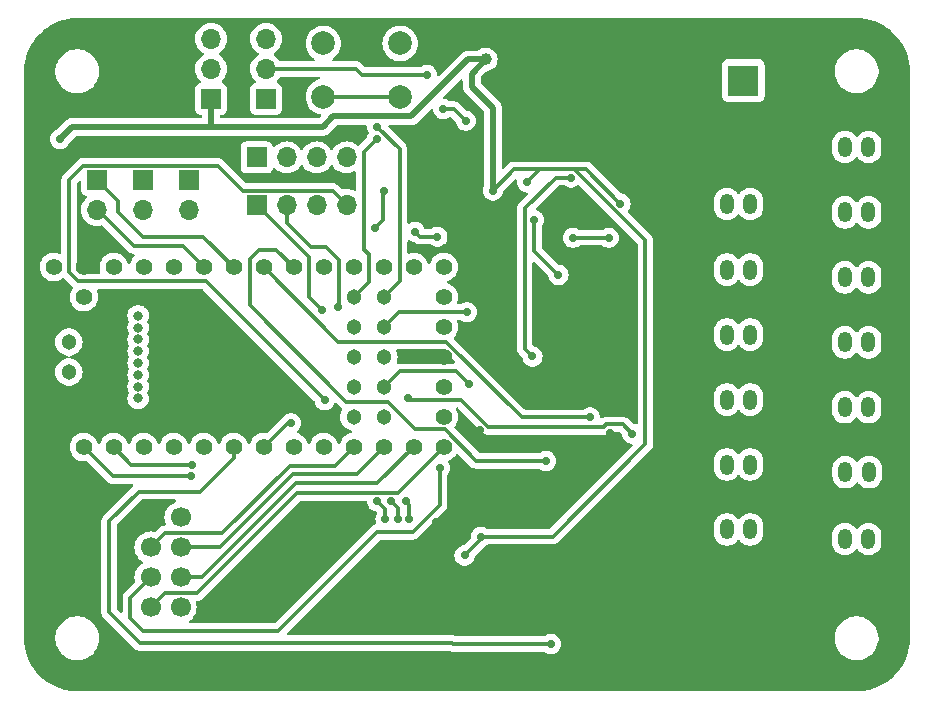
<source format=gbr>
%TF.GenerationSoftware,KiCad,Pcbnew,8.0.7*%
%TF.CreationDate,2024-12-28T15:18:57+07:00*%
%TF.ProjectId,Teensy4.0PCB,5465656e-7379-4342-9e30-5043422e6b69,rev?*%
%TF.SameCoordinates,Original*%
%TF.FileFunction,Copper,L4,Bot*%
%TF.FilePolarity,Positive*%
%FSLAX46Y46*%
G04 Gerber Fmt 4.6, Leading zero omitted, Abs format (unit mm)*
G04 Created by KiCad (PCBNEW 8.0.7) date 2024-12-28 15:18:57*
%MOMM*%
%LPD*%
G01*
G04 APERTURE LIST*
G04 Aperture macros list*
%AMRoundRect*
0 Rectangle with rounded corners*
0 $1 Rounding radius*
0 $2 $3 $4 $5 $6 $7 $8 $9 X,Y pos of 4 corners*
0 Add a 4 corners polygon primitive as box body*
4,1,4,$2,$3,$4,$5,$6,$7,$8,$9,$2,$3,0*
0 Add four circle primitives for the rounded corners*
1,1,$1+$1,$2,$3*
1,1,$1+$1,$4,$5*
1,1,$1+$1,$6,$7*
1,1,$1+$1,$8,$9*
0 Add four rect primitives between the rounded corners*
20,1,$1+$1,$2,$3,$4,$5,0*
20,1,$1+$1,$4,$5,$6,$7,0*
20,1,$1+$1,$6,$7,$8,$9,0*
20,1,$1+$1,$8,$9,$2,$3,0*%
G04 Aperture macros list end*
%TA.AperFunction,ComponentPad*%
%ADD10R,1.700000X1.700000*%
%TD*%
%TA.AperFunction,ComponentPad*%
%ADD11C,1.700000*%
%TD*%
%TA.AperFunction,ComponentPad*%
%ADD12C,1.404000*%
%TD*%
%TA.AperFunction,ComponentPad*%
%ADD13C,1.304000*%
%TD*%
%TA.AperFunction,ComponentPad*%
%ADD14C,0.804000*%
%TD*%
%TA.AperFunction,ComponentPad*%
%ADD15RoundRect,0.250000X-0.350000X-0.625000X0.350000X-0.625000X0.350000X0.625000X-0.350000X0.625000X0*%
%TD*%
%TA.AperFunction,ComponentPad*%
%ADD16O,1.200000X1.750000*%
%TD*%
%TA.AperFunction,ComponentPad*%
%ADD17O,1.700000X1.700000*%
%TD*%
%TA.AperFunction,ComponentPad*%
%ADD18C,2.000000*%
%TD*%
%TA.AperFunction,ComponentPad*%
%ADD19R,2.600000X2.600000*%
%TD*%
%TA.AperFunction,ComponentPad*%
%ADD20C,2.600000*%
%TD*%
%TA.AperFunction,ViaPad*%
%ADD21C,0.700000*%
%TD*%
%TA.AperFunction,ViaPad*%
%ADD22C,1.000000*%
%TD*%
%TA.AperFunction,Conductor*%
%ADD23C,0.300000*%
%TD*%
%TA.AperFunction,Conductor*%
%ADD24C,0.500000*%
%TD*%
G04 APERTURE END LIST*
D10*
%TO.P,U2,1,GND*%
%TO.N,GND*%
X120210500Y-108975000D03*
D11*
%TO.P,U2,2,VCC*%
%TO.N,+3.3V*%
X122750500Y-108975000D03*
%TO.P,U2,3,CE*%
%TO.N,/NRF_CE*%
X120210500Y-111515000D03*
%TO.P,U2,4,~{CSN}*%
%TO.N,/NRF_CS*%
X122750500Y-111515000D03*
%TO.P,U2,5,SCK*%
%TO.N,/NRF_SCK*%
X120210500Y-114055000D03*
%TO.P,U2,6,MOSI*%
%TO.N,/NRF_MOSI*%
X122750500Y-114055000D03*
%TO.P,U2,7,MISO*%
%TO.N,/NRF_MISO*%
X120210500Y-116595000D03*
%TO.P,U2,8,IRQ*%
%TO.N,unconnected-(U2-IRQ-Pad8)*%
X122750500Y-116595000D03*
%TD*%
D12*
%TO.P,U1,13,11_MOSI_CTX1*%
%TO.N,/NRF_MOSI*%
X142505000Y-103020000D03*
%TO.P,U1,33,VIN*%
%TO.N,+5V*%
X112025000Y-87780000D03*
%TO.P,U1,34,VUSB*%
%TO.N,unconnected-(U1-VUSB-Pad34)*%
X114565000Y-90320000D03*
%TO.P,U1,32,GND*%
%TO.N,GND*%
X114565000Y-87780000D03*
%TO.P,U1,31,3V3*%
%TO.N,unconnected-(U1-3V3-Pad31)*%
X117105000Y-87780000D03*
%TO.P,U1,30,23_A9_CRX1_MCLK1*%
%TO.N,unconnected-(U1-23_A9_CRX1_MCLK1-Pad30)*%
X119645000Y-87780000D03*
%TO.P,U1,29,22_A8_CTX1*%
%TO.N,unconnected-(U1-22_A8_CTX1-Pad29)*%
X122185000Y-87780000D03*
%TO.P,U1,28,21_A7_RX5_BCLK1*%
%TO.N,/serial_tx5*%
X124725000Y-87780000D03*
%TO.P,U1,27,20_A6_TX5_LRCLK1*%
%TO.N,/serial_rx5*%
X127265000Y-87780000D03*
%TO.P,U1,26,19_A5_SCL0*%
%TO.N,/SCL*%
X129805000Y-87780000D03*
%TO.P,U1,25,18_A4_SDA0*%
%TO.N,/SDA*%
X132345000Y-87780000D03*
%TO.P,U1,24,17_A3_TX4_SDA1*%
%TO.N,/serial_tx4*%
X134885000Y-87780000D03*
%TO.P,U1,23,16_A2_RX4_SCL1*%
%TO.N,/serial_rx4*%
X137425000Y-87780000D03*
%TO.P,U1,22,15_A1_RX3_SPDIF_IN*%
%TO.N,/serial_tx3*%
X139965000Y-87780000D03*
%TO.P,U1,21,14_A0_TX3_SPDIF_OUT*%
%TO.N,/serial_rx3*%
X142505000Y-87780000D03*
%TO.P,U1,20,13_SCK_CRX1_LED*%
%TO.N,/NRF_SCK*%
X145045000Y-87780000D03*
%TO.P,U1,19,ON_OFF*%
%TO.N,unconnected-(U1-ON_OFF-Pad19)*%
X145045000Y-90320000D03*
%TO.P,U1,18,PROGRAM*%
%TO.N,unconnected-(U1-PROGRAM-Pad18)*%
X145045000Y-92860000D03*
%TO.P,U1,17,GND*%
%TO.N,GND*%
X145045000Y-95400000D03*
%TO.P,U1,16,3V3*%
%TO.N,unconnected-(U1-3V3-Pad16)*%
X145045000Y-97940000D03*
%TO.P,U1,15,VBAT*%
%TO.N,unconnected-(U1-VBAT-Pad15)*%
X145045000Y-100480000D03*
%TO.P,U1,14,12_MISO_MQSL*%
%TO.N,/NRF_MISO*%
X145045000Y-103020000D03*
%TO.P,U1,12,10_CS_MQSR*%
%TO.N,/NRF_CS*%
X139965000Y-103020000D03*
%TO.P,U1,11,9_OUT1C*%
%TO.N,/NRF_CE*%
X137425000Y-103020000D03*
%TO.P,U1,10,8_TX2_IN1*%
%TO.N,unconnected-(U1-8_TX2_IN1-Pad10)*%
X134885000Y-103020000D03*
%TO.P,U1,9,7_RX2_OUT1A*%
%TO.N,unconnected-(U1-7_RX2_OUT1A-Pad9)*%
X132345000Y-103020000D03*
%TO.P,U1,8,6_OUT1D*%
%TO.N,/BNO_INT*%
X129805000Y-103020000D03*
%TO.P,U1,7,5_IN2*%
%TO.N,/BNO_RESET*%
X127265000Y-103020000D03*
%TO.P,U1,6,4_BCLK2*%
%TO.N,unconnected-(U1-4_BCLK2-Pad6)*%
X124725000Y-103020000D03*
%TO.P,U1,5,3_LRCLK2*%
%TO.N,/button_pin*%
X122185000Y-103020000D03*
%TO.P,U1,4,2_OUT2*%
%TO.N,/servo_dir*%
X119645000Y-103020000D03*
%TO.P,U1,3,1_TX1_CTX2_MISO1*%
%TO.N,/servo_tx1*%
X117105000Y-103020000D03*
D13*
%TO.P,U1,54,D+*%
%TO.N,unconnected-(U1-D+-Pad54)*%
X113295000Y-96670000D03*
%TO.P,U1,53,D-*%
%TO.N,unconnected-(U1-D--Pad53)*%
X113295000Y-94130000D03*
D14*
%TO.P,U1,52,39_DAT2_TX5*%
%TO.N,unconnected-(U1-39_DAT2_TX5-Pad52)*%
X119163400Y-98900000D03*
%TO.P,U1,51,38_DAT3_RX5*%
%TO.N,unconnected-(U1-38_DAT3_RX5-Pad51)*%
X119163400Y-97900000D03*
%TO.P,U1,50,37_CMD_SCK2*%
%TO.N,unconnected-(U1-37_CMD_SCK2-Pad50)*%
X119163400Y-96900000D03*
%TO.P,U1,49,3V3*%
%TO.N,unconnected-(U1-3V3-Pad49)*%
X119163400Y-95900000D03*
%TO.P,U1,48,36_CLK_CS2*%
%TO.N,unconnected-(U1-36_CLK_CS2-Pad48)*%
X119163400Y-94900000D03*
%TO.P,U1,47,GND*%
%TO.N,unconnected-(U1-GND-Pad47)*%
X119163400Y-93900000D03*
%TO.P,U1,46,35_DAT0_MOSI2*%
%TO.N,unconnected-(U1-35_DAT0_MOSI2-Pad46)*%
X119163400Y-92900000D03*
%TO.P,U1,45,34_DAT1_MISO2*%
%TO.N,unconnected-(U1-34_DAT1_MISO2-Pad45)*%
X119163400Y-91900000D03*
D13*
%TO.P,U1,44,33_MCLK2*%
%TO.N,unconnected-(U1-33_MCLK2-Pad44)*%
X137425000Y-100480000D03*
%TO.P,U1,43,32_OUT1B*%
%TO.N,unconnected-(U1-32_OUT1B-Pad43)*%
X139965000Y-100480000D03*
%TO.P,U1,42,31_CTX3*%
%TO.N,Net-(J2-Pin_4)*%
X137425000Y-97940000D03*
%TO.P,U1,41,30_CRX3*%
%TO.N,Net-(J2-Pin_3)*%
X139965000Y-97940000D03*
%TO.P,U1,40,29_TX7*%
%TO.N,Net-(J2-Pin_2)*%
X137425000Y-95400000D03*
%TO.P,U1,39,28_RX7*%
%TO.N,Net-(J2-Pin_1)*%
X139965000Y-95400000D03*
%TO.P,U1,38,27_A13_SCK1*%
%TO.N,Net-(J1-Pin_4)*%
X137425000Y-92860000D03*
%TO.P,U1,37,26_A12_MOSI1*%
%TO.N,Net-(J1-Pin_3)*%
X139965000Y-92860000D03*
%TO.P,U1,36,25_A11_RX6_SDA2*%
%TO.N,Net-(J1-Pin_2)*%
X137425000Y-90320000D03*
%TO.P,U1,35,24_A10_TX6_SCL2*%
%TO.N,Net-(J1-Pin_1)*%
X139965000Y-90320000D03*
D12*
%TO.P,U1,2,0_RX1_CRX2_CS1*%
%TO.N,/servo_rx1*%
X114565000Y-103020000D03*
%TO.P,U1,1,GND*%
%TO.N,GND*%
X112025000Y-103020000D03*
%TD*%
D15*
%TO.P,servo13,1,Pin_1*%
%TO.N,GND*%
X177050000Y-105150000D03*
D16*
%TO.P,servo13,2,Pin_2*%
%TO.N,VCC*%
X179050000Y-105150000D03*
%TO.P,servo13,3,Pin_3*%
%TO.N,Net-(IC2-A2)*%
X181050000Y-105150000D03*
%TD*%
D15*
%TO.P,servo12,1,Pin_1*%
%TO.N,GND*%
X177000000Y-110800000D03*
D16*
%TO.P,servo12,2,Pin_2*%
%TO.N,VCC*%
X179000000Y-110800000D03*
%TO.P,servo12,3,Pin_3*%
%TO.N,Net-(IC2-A2)*%
X181000000Y-110800000D03*
%TD*%
D15*
%TO.P,servo11,1,Pin_1*%
%TO.N,GND*%
X167000000Y-110000000D03*
D16*
%TO.P,servo11,2,Pin_2*%
%TO.N,VCC*%
X169000000Y-110000000D03*
%TO.P,servo11,3,Pin_3*%
%TO.N,Net-(IC2-A2)*%
X171000000Y-110000000D03*
%TD*%
D15*
%TO.P,servo10,1,Pin_1*%
%TO.N,GND*%
X177000000Y-99650000D03*
D16*
%TO.P,servo10,2,Pin_2*%
%TO.N,VCC*%
X179000000Y-99650000D03*
%TO.P,servo10,3,Pin_3*%
%TO.N,Net-(IC2-A2)*%
X181000000Y-99650000D03*
%TD*%
D15*
%TO.P,servo9,1,Pin_1*%
%TO.N,GND*%
X177000000Y-94150000D03*
D16*
%TO.P,servo9,2,Pin_2*%
%TO.N,VCC*%
X179000000Y-94150000D03*
%TO.P,servo9,3,Pin_3*%
%TO.N,Net-(IC2-A2)*%
X181000000Y-94150000D03*
%TD*%
D15*
%TO.P,servo8,1,Pin_1*%
%TO.N,GND*%
X177000000Y-88650000D03*
D16*
%TO.P,servo8,2,Pin_2*%
%TO.N,VCC*%
X179000000Y-88650000D03*
%TO.P,servo8,3,Pin_3*%
%TO.N,Net-(IC2-A2)*%
X181000000Y-88650000D03*
%TD*%
D15*
%TO.P,servo7,1,Pin_1*%
%TO.N,GND*%
X177000000Y-83150000D03*
D16*
%TO.P,servo7,2,Pin_2*%
%TO.N,VCC*%
X179000000Y-83150000D03*
%TO.P,servo7,3,Pin_3*%
%TO.N,Net-(IC2-A2)*%
X181000000Y-83150000D03*
%TD*%
D15*
%TO.P,servo6,1,Pin_1*%
%TO.N,GND*%
X177000000Y-77600000D03*
D16*
%TO.P,servo6,2,Pin_2*%
%TO.N,VCC*%
X179000000Y-77600000D03*
%TO.P,servo6,3,Pin_3*%
%TO.N,Net-(IC2-A2)*%
X181000000Y-77600000D03*
%TD*%
D15*
%TO.P,servo5,1,Pin_1*%
%TO.N,GND*%
X167000000Y-104500000D03*
D16*
%TO.P,servo5,2,Pin_2*%
%TO.N,VCC*%
X169000000Y-104500000D03*
%TO.P,servo5,3,Pin_3*%
%TO.N,Net-(IC2-A2)*%
X171000000Y-104500000D03*
%TD*%
D15*
%TO.P,servo4,1,Pin_1*%
%TO.N,GND*%
X167000000Y-99000000D03*
D16*
%TO.P,servo4,2,Pin_2*%
%TO.N,VCC*%
X169000000Y-99000000D03*
%TO.P,servo4,3,Pin_3*%
%TO.N,Net-(IC2-A2)*%
X171000000Y-99000000D03*
%TD*%
D15*
%TO.P,servo3,1,Pin_1*%
%TO.N,GND*%
X167000000Y-93500000D03*
D16*
%TO.P,servo3,2,Pin_2*%
%TO.N,VCC*%
X169000000Y-93500000D03*
%TO.P,servo3,3,Pin_3*%
%TO.N,Net-(IC2-A2)*%
X171000000Y-93500000D03*
%TD*%
D15*
%TO.P,servo2,1,Pin_1*%
%TO.N,GND*%
X167000000Y-88000000D03*
D16*
%TO.P,servo2,2,Pin_2*%
%TO.N,VCC*%
X169000000Y-88000000D03*
%TO.P,servo2,3,Pin_3*%
%TO.N,Net-(IC2-A2)*%
X171000000Y-88000000D03*
%TD*%
D15*
%TO.P,servo1,1,Pin_1*%
%TO.N,GND*%
X167000000Y-82450000D03*
D16*
%TO.P,servo1,2,Pin_2*%
%TO.N,VCC*%
X169000000Y-82450000D03*
%TO.P,servo1,3,Pin_3*%
%TO.N,Net-(IC2-A2)*%
X171000000Y-82450000D03*
%TD*%
D10*
%TO.P,S5,1,Pin_1*%
%TO.N,/serial_rx5*%
X115700000Y-80400000D03*
D17*
%TO.P,S5,2,Pin_2*%
%TO.N,/serial_tx5*%
X115700000Y-82940000D03*
%TD*%
D10*
%TO.P,S4,1,Pin_1*%
%TO.N,/serial_rx4*%
X119600000Y-80440000D03*
D17*
%TO.P,S4,2,Pin_2*%
%TO.N,/serial_tx4*%
X119600000Y-82980000D03*
%TD*%
D10*
%TO.P,S3,1,Pin_1*%
%TO.N,/serial_rx3*%
X123500000Y-80440000D03*
D17*
%TO.P,S3,2,Pin_2*%
%TO.N,/serial_tx3*%
X123500000Y-82980000D03*
%TD*%
D10*
%TO.P,J2,1,Pin_1*%
%TO.N,Net-(J2-Pin_1)*%
X129200000Y-82500000D03*
D17*
%TO.P,J2,2,Pin_2*%
%TO.N,Net-(J2-Pin_2)*%
X131740000Y-82500000D03*
%TO.P,J2,3,Pin_3*%
%TO.N,Net-(J2-Pin_3)*%
X134280000Y-82500000D03*
%TO.P,J2,4,Pin_4*%
%TO.N,Net-(J2-Pin_4)*%
X136820000Y-82500000D03*
%TD*%
D10*
%TO.P,J1,1,Pin_1*%
%TO.N,Net-(J1-Pin_1)*%
X129200000Y-78500000D03*
D17*
%TO.P,J1,2,Pin_2*%
%TO.N,Net-(J1-Pin_2)*%
X131740000Y-78500000D03*
%TO.P,J1,3,Pin_3*%
%TO.N,Net-(J1-Pin_3)*%
X134280000Y-78500000D03*
%TO.P,J1,4,Pin_4*%
%TO.N,Net-(J1-Pin_4)*%
X136820000Y-78500000D03*
%TD*%
D18*
%TO.P,Button,1,1*%
%TO.N,/button_pin*%
X134850000Y-68850000D03*
X141350000Y-68850000D03*
%TO.P,Button,2,2*%
%TO.N,Net-(Button1-Pad2)*%
X134850000Y-73350000D03*
X141350000Y-73350000D03*
%TD*%
D19*
%TO.P,Main-Terminal1,1,Pin_1*%
%TO.N,VCC*%
X170400000Y-72000000D03*
D20*
%TO.P,Main-Terminal1,2,Pin_2*%
%TO.N,GND*%
X165320000Y-72000000D03*
%TD*%
D17*
%TO.P,GND1,3,Pin_3*%
%TO.N,GND*%
X120700000Y-68460000D03*
%TO.P,GND1,2,Pin_2*%
X120700000Y-71000000D03*
D10*
%TO.P,GND1,1,Pin_1*%
X120700000Y-73540000D03*
%TD*%
D17*
%TO.P,5V1,3,Pin_3*%
%TO.N,+5V*%
X125350000Y-68460000D03*
%TO.P,5V1,2,Pin_2*%
X125350000Y-71000000D03*
D10*
%TO.P,5V1,1,Pin_1*%
X125350000Y-73540000D03*
%TD*%
D17*
%TO.P,3.3V1,3,Pin_3*%
%TO.N,+3.3V*%
X130000000Y-68460000D03*
%TO.P,3.3V1,2,Pin_2*%
X130000000Y-71000000D03*
D10*
%TO.P,3.3V1,1,Pin_1*%
X130000000Y-73540000D03*
%TD*%
D21*
%TO.N,GND*%
X162950000Y-114650000D03*
X117900000Y-110900000D03*
X156224998Y-72750001D03*
X153000000Y-97900000D03*
%TO.N,+5V*%
X152100000Y-80600000D03*
X160000000Y-82400000D03*
%TO.N,/BNO_INT*%
X132100000Y-101000000D03*
X142000000Y-98900000D03*
%TO.N,+3.3V*%
X143600000Y-71500000D03*
X145000000Y-74400000D03*
X146900000Y-75400000D03*
%TO.N,Net-(J2-Pin_4)*%
X134950000Y-99050000D03*
%TO.N,Net-(J2-Pin_3)*%
X139200000Y-84500000D03*
X140000000Y-81300000D03*
X142600000Y-84800000D03*
X144500000Y-85200000D03*
X147200000Y-97700000D03*
%TO.N,Net-(J2-Pin_1)*%
X134700000Y-91400000D03*
%TO.N,Net-(J2-Pin_2)*%
X136100000Y-91200000D03*
%TO.N,Net-(J1-Pin_3)*%
X147000000Y-91600000D03*
%TO.N,/BNO_RESET*%
X154100000Y-119700000D03*
%TO.N,/BNO_INT*%
X161000000Y-101900000D03*
%TO.N,/SCL*%
X157400000Y-100500000D03*
%TO.N,/SDA*%
X153700000Y-104200000D03*
%TO.N,GND*%
X148100000Y-101600000D03*
X159100000Y-101800000D03*
%TO.N,+5V*%
X112550000Y-76950000D03*
%TO.N,/NRF_SCK*%
X144700000Y-104800000D03*
%TO.N,GND*%
X147400000Y-121800000D03*
X145700000Y-116400000D03*
X144400000Y-109400000D03*
%TO.N,+5V*%
X146800000Y-112200000D03*
X148200000Y-110600000D03*
%TO.N,/servo_tx1*%
X123700000Y-104500000D03*
%TO.N,/servo_rx1*%
X123600000Y-105500000D03*
%TO.N,/servo_tx1*%
X141800000Y-107600000D03*
%TO.N,/servo_rx1*%
X140600000Y-107600000D03*
%TO.N,/servo_dir*%
X139400000Y-107600000D03*
X140100000Y-109100000D03*
%TO.N,/servo_tx1*%
X142100000Y-109100000D03*
%TO.N,/servo_rx1*%
X141200000Y-109100000D03*
%TO.N,GND*%
X137800000Y-109500000D03*
%TO.N,Net-(U5-LBO)*%
X152550000Y-95350000D03*
X155800000Y-80200000D03*
%TO.N,+3.3V*%
X152700000Y-83800000D03*
X154750000Y-88450000D03*
%TO.N,Net-(U5-LBI)*%
X156000000Y-85300000D03*
X159000000Y-85300000D03*
%TO.N,+5V*%
X149200000Y-81300000D03*
%TO.N,GND*%
X160800000Y-80500000D03*
X152600000Y-70700000D03*
D22*
%TO.N,+5V*%
X148600000Y-70200000D03*
D21*
%TO.N,GND*%
X147100000Y-73800000D03*
%TO.N,Net-(J1-Pin_1)*%
X139400000Y-75900000D03*
%TO.N,GND*%
X158299999Y-75900002D03*
X160899999Y-70100002D03*
%TO.N,Net-(J1-Pin_2)*%
X139400000Y-76900000D03*
%TD*%
D23*
%TO.N,/BNO_RESET*%
X154100000Y-119700000D02*
X145800000Y-119700000D01*
X145800000Y-119700000D02*
X145700000Y-119600000D01*
X145700000Y-119600000D02*
X119300000Y-119600000D01*
X119200000Y-106800000D02*
X124400000Y-106800000D01*
X116700000Y-117000000D02*
X116700000Y-109300000D01*
X116700000Y-109300000D02*
X119200000Y-106800000D01*
X119300000Y-119600000D02*
X116700000Y-117000000D01*
X124400000Y-106800000D02*
X127265000Y-103935000D01*
X127265000Y-103935000D02*
X127265000Y-103020000D01*
%TO.N,+5V*%
X149200000Y-81300000D02*
X151000000Y-79500000D01*
X162100000Y-102800000D02*
X154300000Y-110600000D01*
X151000000Y-79500000D02*
X156089950Y-79500000D01*
X156089950Y-79500000D02*
X162100000Y-85510050D01*
X162100000Y-85510050D02*
X162100000Y-102800000D01*
X154300000Y-110600000D02*
X148200000Y-110600000D01*
X160000000Y-82400000D02*
X157100000Y-79500000D01*
X157100000Y-79500000D02*
X153200000Y-79500000D01*
X153200000Y-79500000D02*
X152100000Y-80600000D01*
%TO.N,/BNO_INT*%
X132100000Y-101000000D02*
X131825000Y-101000000D01*
X131825000Y-101000000D02*
X129805000Y-103020000D01*
X142100000Y-99000000D02*
X142000000Y-98900000D01*
X158810050Y-101100000D02*
X158600000Y-101310050D01*
X146489950Y-99000000D02*
X142100000Y-99000000D01*
X148800000Y-101310050D02*
X146489950Y-99000000D01*
X158600000Y-101310050D02*
X148800000Y-101310050D01*
X160200000Y-101100000D02*
X158810050Y-101100000D01*
X161000000Y-101900000D02*
X160200000Y-101100000D01*
%TO.N,+3.3V*%
X143600000Y-71500000D02*
X138100000Y-71500000D01*
X138100000Y-71500000D02*
X137600000Y-71000000D01*
X137600000Y-71000000D02*
X130000000Y-71000000D01*
X145900000Y-74400000D02*
X145000000Y-74400000D01*
X146900000Y-75400000D02*
X145900000Y-74400000D01*
D24*
%TO.N,+5V*%
X125300000Y-75900000D02*
X134800000Y-75900000D01*
X135700000Y-75000000D02*
X142300000Y-75000000D01*
X142300000Y-75000000D02*
X147100000Y-70200000D01*
X134800000Y-75900000D02*
X135700000Y-75000000D01*
X147100000Y-70200000D02*
X148600000Y-70200000D01*
X125300000Y-75500000D02*
X125350000Y-75450000D01*
X125350000Y-75450000D02*
X125350000Y-73540000D01*
D23*
%TO.N,/NRF_SCK*%
X118500000Y-115765500D02*
X120210500Y-114055000D01*
X144700000Y-104800000D02*
X144700000Y-107900000D01*
X119600000Y-118600000D02*
X118500000Y-117500000D01*
X144700000Y-107900000D02*
X142400000Y-110200000D01*
X142400000Y-110200000D02*
X139400000Y-110200000D01*
X139400000Y-110200000D02*
X131000000Y-118600000D01*
X131000000Y-118600000D02*
X119600000Y-118600000D01*
X118500000Y-117500000D02*
X118500000Y-115765500D01*
%TO.N,Net-(Button1-Pad2)*%
X141350000Y-73350000D02*
X134850000Y-73350000D01*
%TO.N,Net-(J2-Pin_4)*%
X136820000Y-82500000D02*
X135620000Y-81300000D01*
X113300000Y-88200000D02*
X114100000Y-89000000D01*
X128000000Y-81300000D02*
X125900000Y-79200000D01*
X135620000Y-81300000D02*
X128000000Y-81300000D01*
X125900000Y-79200000D02*
X114500000Y-79200000D01*
X114500000Y-79200000D02*
X113300000Y-80400000D01*
X113300000Y-80400000D02*
X113300000Y-88200000D01*
X124900000Y-89000000D02*
X134950000Y-99050000D01*
X114100000Y-89000000D02*
X124900000Y-89000000D01*
X134950000Y-99050000D02*
X135000000Y-99100000D01*
%TO.N,Net-(J2-Pin_2)*%
X136100000Y-91200000D02*
X136200000Y-91100000D01*
X135100000Y-86100000D02*
X133800000Y-86100000D01*
X136200000Y-91100000D02*
X136200000Y-87200000D01*
X136200000Y-87200000D02*
X135100000Y-86100000D01*
X133800000Y-86100000D02*
X131740000Y-84040000D01*
X131740000Y-84040000D02*
X131740000Y-82500000D01*
%TO.N,Net-(J2-Pin_3)*%
X139900000Y-83800000D02*
X139200000Y-84500000D01*
X139900000Y-81400000D02*
X139900000Y-83800000D01*
X140000000Y-81300000D02*
X139900000Y-81400000D01*
X143000000Y-85200000D02*
X142600000Y-84800000D01*
X144500000Y-85200000D02*
X143000000Y-85200000D01*
X139965000Y-97940000D02*
X141305000Y-96600000D01*
X141305000Y-96600000D02*
X146100000Y-96600000D01*
X146100000Y-96600000D02*
X147200000Y-97700000D01*
%TO.N,Net-(J2-Pin_1)*%
X134700000Y-91400000D02*
X133600000Y-90300000D01*
X133600000Y-90300000D02*
X133600000Y-86900000D01*
X133600000Y-86900000D02*
X129200000Y-82500000D01*
%TO.N,/SDA*%
X153700000Y-104200000D02*
X147800000Y-104200000D01*
X140300000Y-99200000D02*
X136800000Y-99200000D01*
X129400000Y-86300000D02*
X130865000Y-86300000D01*
X147800000Y-104200000D02*
X145132000Y-101532000D01*
X145132000Y-101532000D02*
X142632000Y-101532000D01*
X142632000Y-101532000D02*
X140300000Y-99200000D01*
X128600000Y-87100000D02*
X129400000Y-86300000D01*
X130865000Y-86300000D02*
X132345000Y-87780000D01*
X136800000Y-99200000D02*
X128600000Y-91000000D01*
X128600000Y-91000000D02*
X128600000Y-87100000D01*
%TO.N,/SCL*%
X157400000Y-100500000D02*
X151632753Y-100500000D01*
X151632753Y-100500000D02*
X145232753Y-94100000D01*
X145232753Y-94100000D02*
X136125000Y-94100000D01*
X136125000Y-94100000D02*
X129805000Y-87780000D01*
%TO.N,Net-(J1-Pin_2)*%
X137425000Y-90320000D02*
X138700000Y-89045000D01*
X138300000Y-86300000D02*
X138300000Y-78000000D01*
X138300000Y-78000000D02*
X139400000Y-76900000D01*
X138700000Y-89045000D02*
X138700000Y-86700000D01*
X138700000Y-86700000D02*
X138300000Y-86300000D01*
%TO.N,Net-(J1-Pin_1)*%
X139400000Y-75900000D02*
X141300000Y-77800000D01*
X141300000Y-77800000D02*
X141300000Y-88985000D01*
X141300000Y-88985000D02*
X139965000Y-90320000D01*
%TO.N,Net-(J1-Pin_3)*%
X147000000Y-91600000D02*
X141225000Y-91600000D01*
X141225000Y-91600000D02*
X139965000Y-92860000D01*
D24*
%TO.N,+5V*%
X125300000Y-75900000D02*
X113600000Y-75900000D01*
X113600000Y-75900000D02*
X112550000Y-76950000D01*
D23*
%TO.N,/NRF_MOSI*%
X122750500Y-114055000D02*
X124545000Y-114055000D01*
X124545000Y-114055000D02*
X132500000Y-106100000D01*
X132500000Y-106100000D02*
X139425000Y-106100000D01*
X139425000Y-106100000D02*
X142505000Y-103020000D01*
%TO.N,/NRF_CS*%
X122750500Y-111515000D02*
X126085000Y-111515000D01*
X126085000Y-111515000D02*
X132300000Y-105300000D01*
X137685000Y-105300000D02*
X139965000Y-103020000D01*
X132300000Y-105300000D02*
X137685000Y-105300000D01*
%TO.N,/NRF_CE*%
X120210500Y-111515000D02*
X121410500Y-110315000D01*
X135845000Y-104600000D02*
X137425000Y-103020000D01*
X121410500Y-110315000D02*
X126285000Y-110315000D01*
X126285000Y-110315000D02*
X132000000Y-104600000D01*
X132000000Y-104600000D02*
X135845000Y-104600000D01*
%TO.N,/NRF_MISO*%
X132625000Y-106900000D02*
X141165000Y-106900000D01*
X141165000Y-106900000D02*
X145045000Y-103020000D01*
X132625000Y-106900000D02*
X124130000Y-115395000D01*
X124130000Y-115395000D02*
X121410500Y-115395000D01*
X121410500Y-115395000D02*
X120210500Y-116595000D01*
D24*
%TO.N,+5V*%
X149200000Y-81300000D02*
X149200000Y-74300000D01*
X149200000Y-74300000D02*
X147400000Y-72500000D01*
X147400000Y-72500000D02*
X147400000Y-71400000D01*
X147400000Y-71400000D02*
X148600000Y-70200000D01*
D23*
X148200000Y-110600000D02*
X148200000Y-110800000D01*
X148200000Y-110800000D02*
X146800000Y-112200000D01*
%TO.N,/servo_rx1*%
X123600000Y-105500000D02*
X117045000Y-105500000D01*
X117045000Y-105500000D02*
X114565000Y-103020000D01*
%TO.N,/servo_tx1*%
X123700000Y-104500000D02*
X118585000Y-104500000D01*
X118585000Y-104500000D02*
X117105000Y-103020000D01*
X142100000Y-107900000D02*
X141800000Y-107600000D01*
X142100000Y-109100000D02*
X142100000Y-107900000D01*
%TO.N,/servo_rx1*%
X141200000Y-108200000D02*
X140600000Y-107600000D01*
X141200000Y-109100000D02*
X141200000Y-108200000D01*
%TO.N,/servo_dir*%
X140100000Y-108300000D02*
X139400000Y-107600000D01*
X140100000Y-109100000D02*
X140100000Y-108300000D01*
%TO.N,Net-(U5-LBO)*%
X152550000Y-95350000D02*
X151900000Y-94700000D01*
X154500000Y-80200000D02*
X155800000Y-80200000D01*
X151900000Y-94700000D02*
X151900000Y-82800000D01*
X151900000Y-82800000D02*
X154500000Y-80200000D01*
%TO.N,+3.3V*%
X152700000Y-83800000D02*
X152700000Y-86400000D01*
X152700000Y-86400000D02*
X154750000Y-88450000D01*
%TO.N,Net-(U5-LBI)*%
X159000000Y-85300000D02*
X156000000Y-85300000D01*
D24*
%TO.N,+5V*%
X125300000Y-75500000D02*
X125300000Y-75900000D01*
D23*
%TO.N,/serial_tx5*%
X115700000Y-82940000D02*
X115740000Y-82940000D01*
X115740000Y-82940000D02*
X118800000Y-86000000D01*
X118800000Y-86000000D02*
X122945000Y-86000000D01*
X122945000Y-86000000D02*
X124725000Y-87780000D01*
%TO.N,/serial_rx5*%
X115700000Y-80400000D02*
X117500000Y-82200000D01*
X117500000Y-82200000D02*
X117500000Y-83100000D01*
X117500000Y-83100000D02*
X119600000Y-85200000D01*
X124685000Y-85200000D02*
X127265000Y-87780000D01*
X119600000Y-85200000D02*
X124685000Y-85200000D01*
%TD*%
%TA.AperFunction,Conductor*%
%TO.N,GND*%
G36*
X138495001Y-107570185D02*
G01*
X138540756Y-107622989D01*
X138551283Y-107661538D01*
X138563503Y-107777804D01*
X138563504Y-107777807D01*
X138618747Y-107947829D01*
X138618750Y-107947835D01*
X138708141Y-108102665D01*
X138749812Y-108148946D01*
X138827764Y-108235521D01*
X138827767Y-108235523D01*
X138827770Y-108235526D01*
X138972407Y-108340612D01*
X139135733Y-108413329D01*
X139135735Y-108413329D01*
X139135736Y-108413330D01*
X139192275Y-108425347D01*
X139300010Y-108448247D01*
X139361490Y-108481438D01*
X139361909Y-108481855D01*
X139366207Y-108486153D01*
X139399692Y-108547476D01*
X139394708Y-108617168D01*
X139385914Y-108635833D01*
X139376813Y-108651597D01*
X139326013Y-108739586D01*
X139318749Y-108752167D01*
X139318747Y-108752170D01*
X139263504Y-108922192D01*
X139263503Y-108922194D01*
X139244815Y-109100000D01*
X139263503Y-109277805D01*
X139263504Y-109277807D01*
X139307699Y-109413826D01*
X139309694Y-109483667D01*
X139273613Y-109543500D01*
X139216076Y-109572690D01*
X139216088Y-109572730D01*
X139215864Y-109572797D01*
X139213970Y-109573759D01*
X139210266Y-109574495D01*
X139210255Y-109574499D01*
X139091874Y-109623534D01*
X138985326Y-109694726D01*
X138985325Y-109694727D01*
X130766873Y-117913181D01*
X130705550Y-117946666D01*
X130679192Y-117949500D01*
X123563877Y-117949500D01*
X123496838Y-117929815D01*
X123451083Y-117877011D01*
X123441139Y-117807853D01*
X123470164Y-117744297D01*
X123492754Y-117723925D01*
X123531224Y-117696987D01*
X123621901Y-117633495D01*
X123788995Y-117466401D01*
X123924535Y-117272830D01*
X124024403Y-117058663D01*
X124085563Y-116830408D01*
X124106159Y-116595000D01*
X124085563Y-116359592D01*
X124043228Y-116201593D01*
X124044891Y-116131743D01*
X124084054Y-116073881D01*
X124148282Y-116046377D01*
X124163003Y-116045500D01*
X124194071Y-116045500D01*
X124278615Y-116028682D01*
X124319744Y-116020501D01*
X124438127Y-115971465D01*
X124459449Y-115957218D01*
X124544669Y-115900277D01*
X132858126Y-107586818D01*
X132919449Y-107553334D01*
X132945807Y-107550500D01*
X138427962Y-107550500D01*
X138495001Y-107570185D01*
G37*
%TD.AperFunction*%
%TA.AperFunction,Conductor*%
G36*
X122347242Y-107470185D02*
G01*
X122392997Y-107522989D01*
X122402941Y-107592147D01*
X122373916Y-107655703D01*
X122315138Y-107693477D01*
X122312296Y-107694275D01*
X122286844Y-107701094D01*
X122286835Y-107701098D01*
X122072671Y-107800964D01*
X122072669Y-107800965D01*
X121879097Y-107936505D01*
X121712005Y-108103597D01*
X121576465Y-108297169D01*
X121576464Y-108297171D01*
X121476598Y-108511335D01*
X121476594Y-108511344D01*
X121415438Y-108739586D01*
X121415436Y-108739596D01*
X121394841Y-108974999D01*
X121394841Y-108975000D01*
X121415436Y-109210403D01*
X121415438Y-109210413D01*
X121476594Y-109438655D01*
X121476597Y-109438664D01*
X121499648Y-109488095D01*
X121510140Y-109557172D01*
X121481621Y-109620956D01*
X121423144Y-109659196D01*
X121387266Y-109664500D01*
X121346429Y-109664500D01*
X121220761Y-109689497D01*
X121220755Y-109689499D01*
X121102370Y-109738535D01*
X120995831Y-109809722D01*
X120995824Y-109809728D01*
X120638262Y-110167290D01*
X120576939Y-110200775D01*
X120518489Y-110199384D01*
X120445916Y-110179939D01*
X120445912Y-110179938D01*
X120445908Y-110179937D01*
X120445906Y-110179936D01*
X120445903Y-110179936D01*
X120210501Y-110159341D01*
X120210499Y-110159341D01*
X119975096Y-110179936D01*
X119975086Y-110179938D01*
X119746844Y-110241094D01*
X119746835Y-110241098D01*
X119532671Y-110340964D01*
X119532669Y-110340965D01*
X119339097Y-110476505D01*
X119172005Y-110643597D01*
X119036465Y-110837169D01*
X119036464Y-110837171D01*
X118936598Y-111051335D01*
X118936594Y-111051344D01*
X118875438Y-111279586D01*
X118875436Y-111279596D01*
X118854841Y-111514999D01*
X118854841Y-111515000D01*
X118875436Y-111750403D01*
X118875438Y-111750413D01*
X118936594Y-111978655D01*
X118936596Y-111978659D01*
X118936597Y-111978663D01*
X118990786Y-112094871D01*
X119036465Y-112192830D01*
X119036467Y-112192834D01*
X119122736Y-112316038D01*
X119172001Y-112386396D01*
X119172006Y-112386402D01*
X119339097Y-112553493D01*
X119339103Y-112553498D01*
X119524658Y-112683425D01*
X119568283Y-112738002D01*
X119575477Y-112807500D01*
X119543954Y-112869855D01*
X119524658Y-112886575D01*
X119339097Y-113016505D01*
X119172005Y-113183597D01*
X119036465Y-113377169D01*
X119036464Y-113377171D01*
X118936598Y-113591335D01*
X118936594Y-113591344D01*
X118875438Y-113819586D01*
X118875436Y-113819596D01*
X118854841Y-114054999D01*
X118854841Y-114055000D01*
X118875436Y-114290403D01*
X118875439Y-114290416D01*
X118894884Y-114362989D01*
X118893221Y-114432839D01*
X118862790Y-114482762D01*
X117994725Y-115350828D01*
X117994722Y-115350831D01*
X117954747Y-115410658D01*
X117954748Y-115410659D01*
X117923534Y-115457374D01*
X117874499Y-115575755D01*
X117874497Y-115575761D01*
X117849500Y-115701428D01*
X117849500Y-116930192D01*
X117829815Y-116997231D01*
X117777011Y-117042986D01*
X117707853Y-117052930D01*
X117644297Y-117023905D01*
X117637819Y-117017873D01*
X117386819Y-116766873D01*
X117353334Y-116705550D01*
X117350500Y-116679192D01*
X117350500Y-109620808D01*
X117370185Y-109553769D01*
X117386819Y-109533127D01*
X119433127Y-107486819D01*
X119494450Y-107453334D01*
X119520808Y-107450500D01*
X122280203Y-107450500D01*
X122347242Y-107470185D01*
G37*
%TD.AperFunction*%
%TA.AperFunction,Conductor*%
G36*
X146568834Y-71895047D02*
G01*
X146624767Y-71936919D01*
X146649184Y-72002383D01*
X146649500Y-72011229D01*
X146649500Y-72573918D01*
X146649500Y-72573920D01*
X146649499Y-72573920D01*
X146678340Y-72718907D01*
X146678343Y-72718917D01*
X146734912Y-72855488D01*
X146734914Y-72855492D01*
X146734916Y-72855495D01*
X146747893Y-72874916D01*
X146817051Y-72978420D01*
X146817052Y-72978421D01*
X148413181Y-74574548D01*
X148446666Y-74635871D01*
X148449500Y-74662229D01*
X148449500Y-80865678D01*
X148432887Y-80927678D01*
X148418750Y-80952163D01*
X148363504Y-81122192D01*
X148363503Y-81122194D01*
X148344815Y-81300000D01*
X148363503Y-81477805D01*
X148363504Y-81477807D01*
X148418747Y-81647829D01*
X148418748Y-81647830D01*
X148418750Y-81647835D01*
X148508141Y-81802665D01*
X148541112Y-81839283D01*
X148627764Y-81935521D01*
X148627767Y-81935523D01*
X148627770Y-81935526D01*
X148772407Y-82040612D01*
X148935733Y-82113329D01*
X149110609Y-82150500D01*
X149110610Y-82150500D01*
X149289389Y-82150500D01*
X149289391Y-82150500D01*
X149464267Y-82113329D01*
X149627593Y-82040612D01*
X149772230Y-81935526D01*
X149891859Y-81802665D01*
X149981250Y-81647835D01*
X150036497Y-81477803D01*
X150042988Y-81416036D01*
X150069571Y-81351423D01*
X150078619Y-81341325D01*
X151047112Y-80372833D01*
X151108434Y-80339349D01*
X151178126Y-80344333D01*
X151234059Y-80386205D01*
X151258476Y-80451669D01*
X151258113Y-80473476D01*
X151244815Y-80599999D01*
X151263503Y-80777805D01*
X151263504Y-80777807D01*
X151318747Y-80947829D01*
X151318750Y-80947835D01*
X151408141Y-81102665D01*
X151425728Y-81122197D01*
X151527764Y-81235521D01*
X151527767Y-81235523D01*
X151527770Y-81235526D01*
X151672407Y-81340612D01*
X151835733Y-81413329D01*
X152010609Y-81450500D01*
X152010610Y-81450500D01*
X152030191Y-81450500D01*
X152097230Y-81470185D01*
X152142985Y-81522989D01*
X152152929Y-81592147D01*
X152123904Y-81655703D01*
X152117872Y-81662181D01*
X151394722Y-82385331D01*
X151394718Y-82385336D01*
X151360914Y-82435930D01*
X151360914Y-82435931D01*
X151323534Y-82491874D01*
X151274499Y-82610255D01*
X151274497Y-82610261D01*
X151249500Y-82735928D01*
X151249500Y-94764071D01*
X151271665Y-94875496D01*
X151271665Y-94875497D01*
X151274497Y-94889736D01*
X151274501Y-94889749D01*
X151323532Y-95008123D01*
X151394726Y-95114673D01*
X151394727Y-95114674D01*
X151671371Y-95391317D01*
X151704856Y-95452640D01*
X151707010Y-95466031D01*
X151713503Y-95527803D01*
X151713504Y-95527805D01*
X151713504Y-95527807D01*
X151768747Y-95697829D01*
X151768750Y-95697835D01*
X151858141Y-95852665D01*
X151872700Y-95868834D01*
X151977764Y-95985521D01*
X151977767Y-95985523D01*
X151977770Y-95985526D01*
X152122407Y-96090612D01*
X152285733Y-96163329D01*
X152460609Y-96200500D01*
X152460610Y-96200500D01*
X152639389Y-96200500D01*
X152639391Y-96200500D01*
X152814267Y-96163329D01*
X152977593Y-96090612D01*
X153122230Y-95985526D01*
X153241859Y-95852665D01*
X153331250Y-95697835D01*
X153386497Y-95527803D01*
X153405185Y-95350000D01*
X153386497Y-95172197D01*
X153344498Y-95042938D01*
X153331252Y-95002170D01*
X153331249Y-95002164D01*
X153331032Y-95001788D01*
X153241859Y-94847335D01*
X153172393Y-94770185D01*
X153122235Y-94714478D01*
X153122232Y-94714476D01*
X153122231Y-94714475D01*
X153122230Y-94714474D01*
X152977593Y-94609388D01*
X152814267Y-94536671D01*
X152814265Y-94536670D01*
X152677473Y-94507594D01*
X152649989Y-94501752D01*
X152588508Y-94468561D01*
X152588090Y-94468144D01*
X152586819Y-94466873D01*
X152553334Y-94405550D01*
X152550500Y-94379192D01*
X152550500Y-87469808D01*
X152570185Y-87402769D01*
X152622989Y-87357014D01*
X152692147Y-87347070D01*
X152755703Y-87376095D01*
X152762181Y-87382127D01*
X153871371Y-88491317D01*
X153904856Y-88552640D01*
X153907010Y-88566031D01*
X153913503Y-88627803D01*
X153913504Y-88627805D01*
X153913504Y-88627807D01*
X153968747Y-88797829D01*
X153968750Y-88797835D01*
X154058141Y-88952665D01*
X154094614Y-88993172D01*
X154177764Y-89085521D01*
X154177767Y-89085523D01*
X154177770Y-89085526D01*
X154322407Y-89190612D01*
X154485733Y-89263329D01*
X154660609Y-89300500D01*
X154660610Y-89300500D01*
X154839389Y-89300500D01*
X154839391Y-89300500D01*
X155014267Y-89263329D01*
X155177593Y-89190612D01*
X155322230Y-89085526D01*
X155441859Y-88952665D01*
X155531250Y-88797835D01*
X155586497Y-88627803D01*
X155605185Y-88450000D01*
X155586497Y-88272197D01*
X155540191Y-88129683D01*
X155531252Y-88102170D01*
X155531249Y-88102164D01*
X155441859Y-87947335D01*
X155380503Y-87879192D01*
X155322235Y-87814478D01*
X155322232Y-87814476D01*
X155322231Y-87814475D01*
X155322230Y-87814474D01*
X155177593Y-87709388D01*
X155014267Y-87636671D01*
X155014265Y-87636670D01*
X154877473Y-87607594D01*
X154849989Y-87601752D01*
X154788508Y-87568561D01*
X154788090Y-87568144D01*
X153386819Y-86166873D01*
X153353334Y-86105550D01*
X153350500Y-86079192D01*
X153350500Y-85300000D01*
X155144815Y-85300000D01*
X155163503Y-85477805D01*
X155163504Y-85477807D01*
X155218747Y-85647829D01*
X155218750Y-85647835D01*
X155308141Y-85802665D01*
X155349812Y-85848946D01*
X155427764Y-85935521D01*
X155427767Y-85935523D01*
X155427770Y-85935526D01*
X155572407Y-86040612D01*
X155735733Y-86113329D01*
X155910609Y-86150500D01*
X155910610Y-86150500D01*
X156089389Y-86150500D01*
X156089391Y-86150500D01*
X156264267Y-86113329D01*
X156427593Y-86040612D01*
X156519025Y-85974182D01*
X156584831Y-85950702D01*
X156591911Y-85950500D01*
X158408089Y-85950500D01*
X158475128Y-85970185D01*
X158480976Y-85974182D01*
X158572407Y-86040612D01*
X158735733Y-86113329D01*
X158910609Y-86150500D01*
X158910610Y-86150500D01*
X159089389Y-86150500D01*
X159089391Y-86150500D01*
X159264267Y-86113329D01*
X159427593Y-86040612D01*
X159572230Y-85935526D01*
X159691859Y-85802665D01*
X159781250Y-85647835D01*
X159781386Y-85647418D01*
X159816089Y-85540611D01*
X159836497Y-85477803D01*
X159855185Y-85300000D01*
X159836497Y-85122197D01*
X159781250Y-84952165D01*
X159691859Y-84797335D01*
X159645003Y-84745296D01*
X159572235Y-84664478D01*
X159572232Y-84664476D01*
X159572231Y-84664475D01*
X159572230Y-84664474D01*
X159427593Y-84559388D01*
X159264267Y-84486671D01*
X159264265Y-84486670D01*
X159135910Y-84459388D01*
X159089391Y-84449500D01*
X158910609Y-84449500D01*
X158879954Y-84456015D01*
X158735733Y-84486670D01*
X158735728Y-84486672D01*
X158572408Y-84559388D01*
X158572403Y-84559390D01*
X158480974Y-84625818D01*
X158415168Y-84649298D01*
X158408089Y-84649500D01*
X156591911Y-84649500D01*
X156524872Y-84629815D01*
X156519025Y-84625818D01*
X156445457Y-84572367D01*
X156427593Y-84559388D01*
X156264267Y-84486671D01*
X156264265Y-84486670D01*
X156135910Y-84459388D01*
X156089391Y-84449500D01*
X155910609Y-84449500D01*
X155879954Y-84456015D01*
X155735733Y-84486670D01*
X155735728Y-84486672D01*
X155572408Y-84559387D01*
X155427768Y-84664475D01*
X155308140Y-84797336D01*
X155218750Y-84952164D01*
X155218747Y-84952170D01*
X155163504Y-85122192D01*
X155163503Y-85122194D01*
X155144815Y-85300000D01*
X153350500Y-85300000D01*
X153350500Y-84396197D01*
X153370185Y-84329158D01*
X153382352Y-84313223D01*
X153391859Y-84302665D01*
X153481250Y-84147835D01*
X153536497Y-83977803D01*
X153555185Y-83800000D01*
X153536497Y-83622197D01*
X153481250Y-83452165D01*
X153391859Y-83297335D01*
X153318096Y-83215413D01*
X153272235Y-83164478D01*
X153272232Y-83164476D01*
X153272231Y-83164475D01*
X153272230Y-83164474D01*
X153127593Y-83059388D01*
X153045930Y-83023029D01*
X152964266Y-82986670D01*
X152914683Y-82976131D01*
X152853202Y-82942937D01*
X152819426Y-82881774D01*
X152824080Y-82812059D01*
X152852783Y-82767162D01*
X154733127Y-80886819D01*
X154794450Y-80853334D01*
X154820808Y-80850500D01*
X155208089Y-80850500D01*
X155275128Y-80870185D01*
X155280976Y-80874182D01*
X155372407Y-80940612D01*
X155535733Y-81013329D01*
X155710609Y-81050500D01*
X155710610Y-81050500D01*
X155889389Y-81050500D01*
X155889391Y-81050500D01*
X156064267Y-81013329D01*
X156227593Y-80940612D01*
X156363758Y-80841681D01*
X156429562Y-80818202D01*
X156497616Y-80834027D01*
X156524323Y-80854319D01*
X161413181Y-85743176D01*
X161446666Y-85804499D01*
X161449500Y-85830857D01*
X161449500Y-100978198D01*
X161429815Y-101045237D01*
X161377011Y-101090992D01*
X161307853Y-101100936D01*
X161275070Y-101091480D01*
X161264268Y-101086671D01*
X161264265Y-101086670D01*
X161127473Y-101057594D01*
X161099989Y-101051752D01*
X161038508Y-101018561D01*
X161038090Y-101018144D01*
X160614674Y-100594727D01*
X160614673Y-100594726D01*
X160596862Y-100582825D01*
X160508127Y-100523535D01*
X160507639Y-100523333D01*
X160389744Y-100474499D01*
X160389738Y-100474497D01*
X160264071Y-100449500D01*
X160264069Y-100449500D01*
X158745981Y-100449500D01*
X158745979Y-100449500D01*
X158620311Y-100474497D01*
X158620301Y-100474500D01*
X158578404Y-100491855D01*
X158501931Y-100523530D01*
X158501915Y-100523539D01*
X158444431Y-100561948D01*
X158377754Y-100582825D01*
X158310374Y-100564340D01*
X158263684Y-100512360D01*
X158252222Y-100471811D01*
X158236497Y-100322197D01*
X158192462Y-100186671D01*
X158181252Y-100152170D01*
X158181249Y-100152164D01*
X158159454Y-100114414D01*
X158091859Y-99997335D01*
X158045003Y-99945296D01*
X157972235Y-99864478D01*
X157972232Y-99864476D01*
X157972231Y-99864475D01*
X157972230Y-99864474D01*
X157827593Y-99759388D01*
X157664267Y-99686671D01*
X157664265Y-99686670D01*
X157536594Y-99659533D01*
X157489391Y-99649500D01*
X157310609Y-99649500D01*
X157279954Y-99656015D01*
X157135733Y-99686670D01*
X157135728Y-99686672D01*
X156972408Y-99759388D01*
X156972403Y-99759390D01*
X156880974Y-99825818D01*
X156815168Y-99849298D01*
X156808089Y-99849500D01*
X151953561Y-99849500D01*
X151886522Y-99829815D01*
X151865880Y-99813181D01*
X145918824Y-93866125D01*
X145885339Y-93804802D01*
X145890323Y-93735110D01*
X145922964Y-93686809D01*
X145937466Y-93673590D01*
X146071766Y-93495747D01*
X146171102Y-93296254D01*
X146232089Y-93081905D01*
X146252652Y-92860000D01*
X146232089Y-92638095D01*
X146171102Y-92423746D01*
X146171101Y-92423743D01*
X146169378Y-92419296D01*
X146163515Y-92349673D01*
X146196223Y-92287932D01*
X146257119Y-92253676D01*
X146285004Y-92250500D01*
X146408089Y-92250500D01*
X146475128Y-92270185D01*
X146480976Y-92274182D01*
X146572407Y-92340612D01*
X146735733Y-92413329D01*
X146910609Y-92450500D01*
X146910610Y-92450500D01*
X147089389Y-92450500D01*
X147089391Y-92450500D01*
X147264267Y-92413329D01*
X147427593Y-92340612D01*
X147572230Y-92235526D01*
X147691859Y-92102665D01*
X147781250Y-91947835D01*
X147836497Y-91777803D01*
X147855185Y-91600000D01*
X147836497Y-91422197D01*
X147781250Y-91252165D01*
X147691859Y-91097335D01*
X147645003Y-91045296D01*
X147572235Y-90964478D01*
X147572232Y-90964476D01*
X147572231Y-90964475D01*
X147572230Y-90964474D01*
X147427593Y-90859388D01*
X147264267Y-90786671D01*
X147264265Y-90786670D01*
X147121702Y-90756368D01*
X147089391Y-90749500D01*
X146910609Y-90749500D01*
X146879954Y-90756015D01*
X146735733Y-90786670D01*
X146735728Y-90786672D01*
X146572408Y-90859388D01*
X146572403Y-90859390D01*
X146480974Y-90925818D01*
X146415168Y-90949298D01*
X146408089Y-90949500D01*
X146275144Y-90949500D01*
X146208105Y-90929815D01*
X146162350Y-90877011D01*
X146152406Y-90807853D01*
X146164145Y-90770227D01*
X146171100Y-90756259D01*
X146171100Y-90756256D01*
X146171102Y-90756254D01*
X146232089Y-90541905D01*
X146252652Y-90320000D01*
X146232089Y-90098095D01*
X146171102Y-89883746D01*
X146071766Y-89684253D01*
X145937466Y-89506410D01*
X145937463Y-89506407D01*
X145937460Y-89506404D01*
X145772774Y-89356274D01*
X145772773Y-89356273D01*
X145622664Y-89263329D01*
X145583298Y-89238954D01*
X145583296Y-89238953D01*
X145440978Y-89183819D01*
X145394017Y-89165626D01*
X145338617Y-89123054D01*
X145315026Y-89057287D01*
X145330737Y-88989207D01*
X145380761Y-88940428D01*
X145394015Y-88934374D01*
X145583297Y-88861046D01*
X145772773Y-88743727D01*
X145937466Y-88593590D01*
X146071766Y-88415747D01*
X146171102Y-88216254D01*
X146232089Y-88001905D01*
X146252652Y-87780000D01*
X146232089Y-87558095D01*
X146171102Y-87343746D01*
X146071766Y-87144253D01*
X145937466Y-86966410D01*
X145937463Y-86966407D01*
X145937460Y-86966404D01*
X145772774Y-86816274D01*
X145772773Y-86816273D01*
X145700617Y-86771595D01*
X145583298Y-86698954D01*
X145583296Y-86698953D01*
X145420616Y-86635931D01*
X145375490Y-86618449D01*
X145156428Y-86577500D01*
X144933572Y-86577500D01*
X144714510Y-86618449D01*
X144714507Y-86618449D01*
X144714507Y-86618450D01*
X144506703Y-86698953D01*
X144506701Y-86698954D01*
X144317225Y-86816274D01*
X144152539Y-86966404D01*
X144152536Y-86966407D01*
X144018234Y-87144252D01*
X143918899Y-87343742D01*
X143894267Y-87430317D01*
X143856987Y-87489410D01*
X143793678Y-87518968D01*
X143724438Y-87509606D01*
X143671252Y-87464297D01*
X143655733Y-87430317D01*
X143642022Y-87382127D01*
X143631102Y-87343746D01*
X143531766Y-87144253D01*
X143397466Y-86966410D01*
X143397463Y-86966407D01*
X143397460Y-86966404D01*
X143232774Y-86816274D01*
X143232773Y-86816273D01*
X143160617Y-86771595D01*
X143043298Y-86698954D01*
X143043296Y-86698953D01*
X142880616Y-86635931D01*
X142835490Y-86618449D01*
X142616428Y-86577500D01*
X142393572Y-86577500D01*
X142245441Y-86605190D01*
X142174504Y-86618450D01*
X142119293Y-86639839D01*
X142049669Y-86645700D01*
X141987929Y-86612990D01*
X141953675Y-86552093D01*
X141950500Y-86524212D01*
X141950500Y-85622750D01*
X141970185Y-85555711D01*
X142022989Y-85509956D01*
X142092147Y-85500012D01*
X142147383Y-85522431D01*
X142172407Y-85540612D01*
X142335733Y-85613329D01*
X142335735Y-85613329D01*
X142335736Y-85613330D01*
X142380055Y-85622750D01*
X142500010Y-85648247D01*
X142561490Y-85681438D01*
X142561770Y-85681716D01*
X142585330Y-85705276D01*
X142610778Y-85722279D01*
X142636227Y-85739284D01*
X142691866Y-85776461D01*
X142691872Y-85776464D01*
X142691873Y-85776465D01*
X142810256Y-85825501D01*
X142810260Y-85825501D01*
X142810261Y-85825502D01*
X142935928Y-85850500D01*
X142935931Y-85850500D01*
X143908089Y-85850500D01*
X143975128Y-85870185D01*
X143980976Y-85874182D01*
X144072407Y-85940612D01*
X144235733Y-86013329D01*
X144410609Y-86050500D01*
X144410610Y-86050500D01*
X144589389Y-86050500D01*
X144589391Y-86050500D01*
X144764267Y-86013329D01*
X144927593Y-85940612D01*
X145072230Y-85835526D01*
X145081258Y-85825500D01*
X145101820Y-85802663D01*
X145191859Y-85702665D01*
X145281250Y-85547835D01*
X145336497Y-85377803D01*
X145355185Y-85200000D01*
X145336497Y-85022197D01*
X145281250Y-84852165D01*
X145191859Y-84697335D01*
X145118659Y-84616038D01*
X145072235Y-84564478D01*
X145072232Y-84564476D01*
X145072231Y-84564475D01*
X145072230Y-84564474D01*
X144927593Y-84459388D01*
X144764267Y-84386671D01*
X144764265Y-84386670D01*
X144636594Y-84359533D01*
X144589391Y-84349500D01*
X144410609Y-84349500D01*
X144379954Y-84356015D01*
X144235733Y-84386670D01*
X144235728Y-84386672D01*
X144072408Y-84459388D01*
X144072403Y-84459390D01*
X143980974Y-84525818D01*
X143915168Y-84549298D01*
X143908089Y-84549500D01*
X143502968Y-84549500D01*
X143435929Y-84529815D01*
X143390174Y-84477011D01*
X143385038Y-84463820D01*
X143381254Y-84452175D01*
X143381251Y-84452169D01*
X143381250Y-84452165D01*
X143291859Y-84297335D01*
X143245003Y-84245296D01*
X143172235Y-84164478D01*
X143172232Y-84164476D01*
X143172231Y-84164475D01*
X143172230Y-84164474D01*
X143027593Y-84059388D01*
X142864267Y-83986671D01*
X142864265Y-83986670D01*
X142736594Y-83959533D01*
X142689391Y-83949500D01*
X142510609Y-83949500D01*
X142479954Y-83956015D01*
X142335733Y-83986670D01*
X142335728Y-83986672D01*
X142172408Y-84059388D01*
X142172404Y-84059390D01*
X142147384Y-84077568D01*
X142081577Y-84101047D01*
X142013523Y-84085221D01*
X141964829Y-84035114D01*
X141950500Y-83977249D01*
X141950500Y-77735928D01*
X141925502Y-77610261D01*
X141925501Y-77610260D01*
X141925501Y-77610256D01*
X141876465Y-77491873D01*
X141841326Y-77439283D01*
X141841326Y-77439282D01*
X141805275Y-77385328D01*
X141805272Y-77385325D01*
X140382127Y-75962181D01*
X140348642Y-75900858D01*
X140353626Y-75831166D01*
X140395498Y-75775233D01*
X140460962Y-75750816D01*
X140469808Y-75750500D01*
X142373920Y-75750500D01*
X142471462Y-75731096D01*
X142518913Y-75721658D01*
X142655495Y-75665084D01*
X142704729Y-75632186D01*
X142778416Y-75582952D01*
X143943542Y-74417824D01*
X144004863Y-74384341D01*
X144074554Y-74389325D01*
X144130488Y-74431196D01*
X144154541Y-74492543D01*
X144163503Y-74577803D01*
X144163504Y-74577805D01*
X144163504Y-74577807D01*
X144218747Y-74747829D01*
X144218750Y-74747835D01*
X144308141Y-74902665D01*
X144348475Y-74947460D01*
X144427764Y-75035521D01*
X144427767Y-75035523D01*
X144427770Y-75035526D01*
X144572407Y-75140612D01*
X144735733Y-75213329D01*
X144910609Y-75250500D01*
X144910610Y-75250500D01*
X145089389Y-75250500D01*
X145089391Y-75250500D01*
X145264267Y-75213329D01*
X145427593Y-75140612D01*
X145511659Y-75079533D01*
X145577464Y-75056054D01*
X145645518Y-75071879D01*
X145672225Y-75092171D01*
X146021371Y-75441317D01*
X146054856Y-75502640D01*
X146057010Y-75516031D01*
X146063503Y-75577803D01*
X146063504Y-75577805D01*
X146063504Y-75577807D01*
X146118747Y-75747829D01*
X146118750Y-75747835D01*
X146208141Y-75902665D01*
X146249812Y-75948946D01*
X146327764Y-76035521D01*
X146327767Y-76035523D01*
X146327770Y-76035526D01*
X146472407Y-76140612D01*
X146635733Y-76213329D01*
X146810609Y-76250500D01*
X146810610Y-76250500D01*
X146989389Y-76250500D01*
X146989391Y-76250500D01*
X147164267Y-76213329D01*
X147327593Y-76140612D01*
X147472230Y-76035526D01*
X147591859Y-75902665D01*
X147681250Y-75747835D01*
X147736497Y-75577803D01*
X147755185Y-75400000D01*
X147736497Y-75222197D01*
X147701075Y-75113181D01*
X147681252Y-75052170D01*
X147681249Y-75052164D01*
X147591859Y-74897335D01*
X147534648Y-74833796D01*
X147472235Y-74764478D01*
X147472232Y-74764476D01*
X147472231Y-74764475D01*
X147472230Y-74764474D01*
X147327593Y-74659388D01*
X147164267Y-74586671D01*
X147164265Y-74586670D01*
X147027473Y-74557594D01*
X146999989Y-74551752D01*
X146938508Y-74518561D01*
X146938090Y-74518144D01*
X146314674Y-73894727D01*
X146314673Y-73894726D01*
X146231094Y-73838881D01*
X146208127Y-73823535D01*
X146203419Y-73821585D01*
X146089744Y-73774499D01*
X146089738Y-73774497D01*
X145964071Y-73749500D01*
X145964069Y-73749500D01*
X145591911Y-73749500D01*
X145524872Y-73729815D01*
X145519025Y-73725818D01*
X145427594Y-73659389D01*
X145427593Y-73659388D01*
X145264267Y-73586671D01*
X145264265Y-73586670D01*
X145264264Y-73586670D01*
X145083904Y-73548333D01*
X145022422Y-73515140D01*
X144988646Y-73453977D01*
X144993298Y-73384263D01*
X145022002Y-73339364D01*
X146437819Y-71923548D01*
X146499142Y-71890063D01*
X146568834Y-71895047D01*
G37*
%TD.AperFunction*%
%TA.AperFunction,Conductor*%
G36*
X144978984Y-94770185D02*
G01*
X144999626Y-94786819D01*
X145950626Y-95737819D01*
X145984111Y-95799142D01*
X145979127Y-95868834D01*
X145937255Y-95924767D01*
X145871791Y-95949184D01*
X145862945Y-95949500D01*
X141240929Y-95949500D01*
X141191833Y-95959266D01*
X141122241Y-95953039D01*
X141067064Y-95910176D01*
X141043819Y-95844287D01*
X141048375Y-95803715D01*
X141067124Y-95737819D01*
X141102729Y-95612678D01*
X141122437Y-95400000D01*
X141102729Y-95187322D01*
X141044278Y-94981886D01*
X141044277Y-94981884D01*
X141044276Y-94981880D01*
X141044275Y-94981879D01*
X141018329Y-94929771D01*
X141006068Y-94860986D01*
X141032941Y-94796491D01*
X141090417Y-94756764D01*
X141129329Y-94750500D01*
X144911945Y-94750500D01*
X144978984Y-94770185D01*
G37*
%TD.AperFunction*%
%TA.AperFunction,Conductor*%
G36*
X114268834Y-80453625D02*
G01*
X114324767Y-80495497D01*
X114349184Y-80560961D01*
X114349500Y-80569807D01*
X114349500Y-81297870D01*
X114349501Y-81297876D01*
X114355908Y-81357483D01*
X114406202Y-81492328D01*
X114406206Y-81492335D01*
X114492452Y-81607544D01*
X114492455Y-81607547D01*
X114607664Y-81693793D01*
X114607671Y-81693797D01*
X114739081Y-81742810D01*
X114795015Y-81784681D01*
X114819432Y-81850145D01*
X114804580Y-81918418D01*
X114783430Y-81946673D01*
X114661503Y-82068600D01*
X114525965Y-82262169D01*
X114525964Y-82262171D01*
X114426098Y-82476335D01*
X114426094Y-82476344D01*
X114364938Y-82704586D01*
X114364936Y-82704596D01*
X114344341Y-82939999D01*
X114344341Y-82940000D01*
X114364936Y-83175403D01*
X114364938Y-83175413D01*
X114426094Y-83403655D01*
X114426096Y-83403659D01*
X114426097Y-83403663D01*
X114519750Y-83604502D01*
X114525965Y-83617830D01*
X114525967Y-83617834D01*
X114626965Y-83762073D01*
X114661505Y-83811401D01*
X114828599Y-83978495D01*
X114861865Y-84001788D01*
X115022165Y-84114032D01*
X115022167Y-84114033D01*
X115022170Y-84114035D01*
X115236337Y-84213903D01*
X115236343Y-84213904D01*
X115236344Y-84213905D01*
X115239207Y-84214672D01*
X115464592Y-84275063D01*
X115652918Y-84291539D01*
X115699999Y-84295659D01*
X115700000Y-84295659D01*
X115700001Y-84295659D01*
X115739234Y-84292226D01*
X115935408Y-84275063D01*
X116039536Y-84247162D01*
X116109385Y-84248825D01*
X116159310Y-84279256D01*
X118385325Y-86505272D01*
X118385332Y-86505278D01*
X118489044Y-86574575D01*
X118491874Y-86576466D01*
X118561221Y-86605189D01*
X118610256Y-86625501D01*
X118610259Y-86625501D01*
X118610260Y-86625502D01*
X118735928Y-86650500D01*
X118735931Y-86650500D01*
X118735932Y-86650500D01*
X118778990Y-86650500D01*
X118846029Y-86670185D01*
X118891784Y-86722989D01*
X118901728Y-86792147D01*
X118872703Y-86855703D01*
X118862528Y-86866137D01*
X118752539Y-86966404D01*
X118752536Y-86966407D01*
X118618234Y-87144252D01*
X118518899Y-87343742D01*
X118494267Y-87430317D01*
X118456987Y-87489410D01*
X118393678Y-87518968D01*
X118324438Y-87509606D01*
X118271252Y-87464297D01*
X118255733Y-87430317D01*
X118242022Y-87382127D01*
X118231102Y-87343746D01*
X118131766Y-87144253D01*
X117997466Y-86966410D01*
X117997463Y-86966407D01*
X117997460Y-86966404D01*
X117832774Y-86816274D01*
X117832773Y-86816273D01*
X117760617Y-86771595D01*
X117643298Y-86698954D01*
X117643296Y-86698953D01*
X117480616Y-86635931D01*
X117435490Y-86618449D01*
X117216428Y-86577500D01*
X116993572Y-86577500D01*
X116774510Y-86618449D01*
X116774507Y-86618449D01*
X116774507Y-86618450D01*
X116566703Y-86698953D01*
X116566701Y-86698954D01*
X116377225Y-86816274D01*
X116212539Y-86966404D01*
X116212536Y-86966407D01*
X116078234Y-87144252D01*
X115978899Y-87343742D01*
X115975123Y-87357014D01*
X115929044Y-87518968D01*
X115917910Y-87558099D01*
X115897348Y-87780000D01*
X115917910Y-88001900D01*
X115917910Y-88001902D01*
X115917911Y-88001905D01*
X115946439Y-88102170D01*
X115971874Y-88191566D01*
X115971286Y-88261434D01*
X115933019Y-88319892D01*
X115869222Y-88348382D01*
X115852607Y-88349500D01*
X114420808Y-88349500D01*
X114353769Y-88329815D01*
X114333127Y-88313181D01*
X113986819Y-87966873D01*
X113953334Y-87905550D01*
X113950500Y-87879192D01*
X113950500Y-80720807D01*
X113970185Y-80653768D01*
X113986815Y-80633130D01*
X114137820Y-80482125D01*
X114199142Y-80448641D01*
X114268834Y-80453625D01*
G37*
%TD.AperFunction*%
%TA.AperFunction,Conductor*%
G36*
X180002702Y-66700617D02*
G01*
X180386771Y-66717386D01*
X180397506Y-66718326D01*
X180775971Y-66768152D01*
X180786597Y-66770025D01*
X181159284Y-66852648D01*
X181169710Y-66855442D01*
X181533765Y-66970227D01*
X181543911Y-66973920D01*
X181896578Y-67120000D01*
X181906369Y-67124566D01*
X182216417Y-67285967D01*
X182244942Y-67300816D01*
X182254309Y-67306223D01*
X182513222Y-67471169D01*
X182576244Y-67511318D01*
X182585105Y-67517523D01*
X182887930Y-67749889D01*
X182896217Y-67756843D01*
X183177635Y-68014715D01*
X183185284Y-68022364D01*
X183443156Y-68303782D01*
X183450110Y-68312069D01*
X183682476Y-68614894D01*
X183688681Y-68623755D01*
X183893775Y-68945689D01*
X183899183Y-68955057D01*
X184075430Y-69293623D01*
X184080002Y-69303427D01*
X184226075Y-69656078D01*
X184229775Y-69666244D01*
X184344554Y-70030278D01*
X184347354Y-70040727D01*
X184429971Y-70413389D01*
X184431849Y-70424042D01*
X184481671Y-70802473D01*
X184482614Y-70813249D01*
X184499382Y-71197297D01*
X184499500Y-71202706D01*
X184499500Y-119197293D01*
X184499382Y-119202702D01*
X184482614Y-119586750D01*
X184481671Y-119597526D01*
X184431849Y-119975957D01*
X184429971Y-119986610D01*
X184347354Y-120359272D01*
X184344554Y-120369721D01*
X184229775Y-120733755D01*
X184226075Y-120743921D01*
X184080002Y-121096572D01*
X184075430Y-121106376D01*
X183899183Y-121444942D01*
X183893775Y-121454310D01*
X183688681Y-121776244D01*
X183682476Y-121785105D01*
X183450110Y-122087930D01*
X183443156Y-122096217D01*
X183185284Y-122377635D01*
X183177635Y-122385284D01*
X182896217Y-122643156D01*
X182887930Y-122650110D01*
X182585105Y-122882476D01*
X182576244Y-122888681D01*
X182254310Y-123093775D01*
X182244942Y-123099183D01*
X181906376Y-123275430D01*
X181896572Y-123280002D01*
X181543921Y-123426075D01*
X181533755Y-123429775D01*
X181169721Y-123544554D01*
X181159272Y-123547354D01*
X180786610Y-123629971D01*
X180775957Y-123631849D01*
X180397526Y-123681671D01*
X180386750Y-123682614D01*
X180002703Y-123699382D01*
X179997294Y-123699500D01*
X114002706Y-123699500D01*
X113997297Y-123699382D01*
X113613249Y-123682614D01*
X113602473Y-123681671D01*
X113224042Y-123631849D01*
X113213389Y-123629971D01*
X112840727Y-123547354D01*
X112830278Y-123544554D01*
X112466244Y-123429775D01*
X112456078Y-123426075D01*
X112103427Y-123280002D01*
X112093623Y-123275430D01*
X111755057Y-123099183D01*
X111745689Y-123093775D01*
X111423755Y-122888681D01*
X111414894Y-122882476D01*
X111112069Y-122650110D01*
X111103782Y-122643156D01*
X110822364Y-122385284D01*
X110814715Y-122377635D01*
X110556843Y-122096217D01*
X110549889Y-122087930D01*
X110317523Y-121785105D01*
X110311318Y-121776244D01*
X110106224Y-121454310D01*
X110100816Y-121444942D01*
X109924569Y-121106376D01*
X109919997Y-121096572D01*
X109773920Y-120743911D01*
X109770224Y-120733755D01*
X109655442Y-120369710D01*
X109652648Y-120359284D01*
X109570025Y-119986597D01*
X109568152Y-119975971D01*
X109518326Y-119597506D01*
X109517386Y-119586771D01*
X109500618Y-119202702D01*
X109500500Y-119197293D01*
X109500500Y-119078711D01*
X112149500Y-119078711D01*
X112149500Y-119321288D01*
X112181161Y-119561785D01*
X112243947Y-119796104D01*
X112336773Y-120020205D01*
X112336776Y-120020212D01*
X112458064Y-120230289D01*
X112458066Y-120230292D01*
X112458067Y-120230293D01*
X112605733Y-120422736D01*
X112605739Y-120422743D01*
X112777256Y-120594260D01*
X112777262Y-120594265D01*
X112969711Y-120741936D01*
X113179788Y-120863224D01*
X113403900Y-120956054D01*
X113638211Y-121018838D01*
X113818586Y-121042584D01*
X113878711Y-121050500D01*
X113878712Y-121050500D01*
X114121289Y-121050500D01*
X114169388Y-121044167D01*
X114361789Y-121018838D01*
X114596100Y-120956054D01*
X114820212Y-120863224D01*
X115030289Y-120741936D01*
X115222738Y-120594265D01*
X115394265Y-120422738D01*
X115541936Y-120230289D01*
X115663224Y-120020212D01*
X115756054Y-119796100D01*
X115818838Y-119561789D01*
X115850500Y-119321288D01*
X115850500Y-119078712D01*
X115843536Y-119025818D01*
X115833489Y-118949500D01*
X115818838Y-118838211D01*
X115756054Y-118603900D01*
X115663224Y-118379788D01*
X115541936Y-118169711D01*
X115394265Y-117977262D01*
X115394260Y-117977256D01*
X115222743Y-117805739D01*
X115222736Y-117805733D01*
X115030293Y-117658067D01*
X115030292Y-117658066D01*
X115030289Y-117658064D01*
X114820212Y-117536776D01*
X114820205Y-117536773D01*
X114596104Y-117443947D01*
X114361785Y-117381161D01*
X114121289Y-117349500D01*
X114121288Y-117349500D01*
X113878712Y-117349500D01*
X113878711Y-117349500D01*
X113638214Y-117381161D01*
X113403895Y-117443947D01*
X113179794Y-117536773D01*
X113179785Y-117536777D01*
X112969706Y-117658067D01*
X112777263Y-117805733D01*
X112777256Y-117805739D01*
X112605739Y-117977256D01*
X112605733Y-117977263D01*
X112458067Y-118169706D01*
X112336777Y-118379785D01*
X112336773Y-118379794D01*
X112243947Y-118603895D01*
X112181161Y-118838214D01*
X112149500Y-119078711D01*
X109500500Y-119078711D01*
X109500500Y-94130000D01*
X112137563Y-94130000D01*
X112157270Y-94342673D01*
X112157270Y-94342675D01*
X112157271Y-94342678D01*
X112212466Y-94536670D01*
X112215723Y-94548117D01*
X112310927Y-94739312D01*
X112432273Y-94900000D01*
X112439644Y-94909760D01*
X112597488Y-95053655D01*
X112597490Y-95053656D01*
X112597491Y-95053657D01*
X112779082Y-95166093D01*
X112779088Y-95166096D01*
X112794824Y-95172192D01*
X112978252Y-95243253D01*
X113164729Y-95278111D01*
X113227009Y-95309779D01*
X113262282Y-95370092D01*
X113259348Y-95439900D01*
X113219139Y-95497040D01*
X113164729Y-95521888D01*
X112978252Y-95556747D01*
X112930406Y-95575282D01*
X112779088Y-95633903D01*
X112779082Y-95633906D01*
X112597491Y-95746342D01*
X112439643Y-95890240D01*
X112310927Y-96060687D01*
X112215723Y-96251882D01*
X112157270Y-96457326D01*
X112137563Y-96670000D01*
X112157270Y-96882673D01*
X112157270Y-96882675D01*
X112157271Y-96882678D01*
X112195302Y-97016345D01*
X112215723Y-97088117D01*
X112310927Y-97279312D01*
X112349724Y-97330688D01*
X112439644Y-97449760D01*
X112597488Y-97593655D01*
X112597490Y-97593656D01*
X112597491Y-97593657D01*
X112779082Y-97706093D01*
X112779088Y-97706096D01*
X112801513Y-97714783D01*
X112978252Y-97783253D01*
X113188205Y-97822500D01*
X113188207Y-97822500D01*
X113401793Y-97822500D01*
X113401795Y-97822500D01*
X113611748Y-97783253D01*
X113810914Y-97706095D01*
X113992512Y-97593655D01*
X114150356Y-97449760D01*
X114279073Y-97279312D01*
X114374278Y-97088114D01*
X114432729Y-96882678D01*
X114452437Y-96670000D01*
X114432729Y-96457322D01*
X114374278Y-96251886D01*
X114279073Y-96060688D01*
X114150356Y-95890240D01*
X113992512Y-95746345D01*
X113992509Y-95746343D01*
X113992508Y-95746342D01*
X113810917Y-95633906D01*
X113810911Y-95633903D01*
X113727482Y-95601582D01*
X113611748Y-95556747D01*
X113425269Y-95521888D01*
X113362990Y-95490221D01*
X113327717Y-95429908D01*
X113330651Y-95360100D01*
X113370860Y-95302960D01*
X113425268Y-95278111D01*
X113611748Y-95243253D01*
X113810914Y-95166095D01*
X113992512Y-95053655D01*
X114150356Y-94909760D01*
X114279073Y-94739312D01*
X114374278Y-94548114D01*
X114432729Y-94342678D01*
X114452437Y-94130000D01*
X114432729Y-93917322D01*
X114374278Y-93711886D01*
X114279073Y-93520688D01*
X114150356Y-93350240D01*
X113992512Y-93206345D01*
X113992509Y-93206343D01*
X113992508Y-93206342D01*
X113810917Y-93093906D01*
X113810911Y-93093903D01*
X113727482Y-93061582D01*
X113611748Y-93016747D01*
X113401795Y-92977500D01*
X113188205Y-92977500D01*
X112978252Y-93016747D01*
X112930406Y-93035282D01*
X112779088Y-93093903D01*
X112779082Y-93093906D01*
X112597491Y-93206342D01*
X112439643Y-93350240D01*
X112310927Y-93520687D01*
X112215723Y-93711882D01*
X112215722Y-93711886D01*
X112162200Y-93900000D01*
X112157270Y-93917326D01*
X112137563Y-94130000D01*
X109500500Y-94130000D01*
X109500500Y-91900000D01*
X118255929Y-91900000D01*
X118275759Y-92088674D01*
X118275760Y-92088677D01*
X118334381Y-92269095D01*
X118334383Y-92269099D01*
X118334384Y-92269102D01*
X118344613Y-92286819D01*
X118374163Y-92338001D01*
X118390635Y-92405901D01*
X118374163Y-92461999D01*
X118334383Y-92530900D01*
X118334381Y-92530904D01*
X118275760Y-92711322D01*
X118275759Y-92711326D01*
X118255929Y-92900000D01*
X118275759Y-93088674D01*
X118275760Y-93088677D01*
X118334381Y-93269095D01*
X118334383Y-93269099D01*
X118334384Y-93269102D01*
X118351191Y-93298212D01*
X118374163Y-93338001D01*
X118390635Y-93405901D01*
X118374163Y-93461998D01*
X118354679Y-93495747D01*
X118334383Y-93530900D01*
X118334381Y-93530904D01*
X118288020Y-93673590D01*
X118275759Y-93711326D01*
X118255929Y-93900000D01*
X118275759Y-94088674D01*
X118275760Y-94088677D01*
X118334381Y-94269095D01*
X118334383Y-94269099D01*
X118334384Y-94269102D01*
X118374162Y-94337999D01*
X118374163Y-94338001D01*
X118390635Y-94405901D01*
X118374163Y-94461998D01*
X118345520Y-94511611D01*
X118334383Y-94530900D01*
X118334381Y-94530904D01*
X118275760Y-94711322D01*
X118275759Y-94711326D01*
X118255929Y-94900000D01*
X118275759Y-95088674D01*
X118275760Y-95088677D01*
X118334381Y-95269095D01*
X118334383Y-95269099D01*
X118334384Y-95269102D01*
X118349136Y-95294653D01*
X118374163Y-95338001D01*
X118390635Y-95405901D01*
X118374163Y-95461998D01*
X118339586Y-95521889D01*
X118334383Y-95530900D01*
X118334381Y-95530904D01*
X118275760Y-95711322D01*
X118275759Y-95711326D01*
X118255929Y-95900000D01*
X118275759Y-96088674D01*
X118275760Y-96088677D01*
X118334381Y-96269095D01*
X118334383Y-96269099D01*
X118334384Y-96269102D01*
X118366924Y-96325463D01*
X118374163Y-96338001D01*
X118390635Y-96405901D01*
X118374163Y-96461999D01*
X118334383Y-96530900D01*
X118334381Y-96530904D01*
X118279469Y-96699908D01*
X118275759Y-96711326D01*
X118255929Y-96900000D01*
X118275759Y-97088674D01*
X118275760Y-97088677D01*
X118334381Y-97269095D01*
X118334383Y-97269099D01*
X118334384Y-97269102D01*
X118365496Y-97322989D01*
X118374163Y-97338001D01*
X118390635Y-97405901D01*
X118374163Y-97461998D01*
X118339590Y-97521882D01*
X118334383Y-97530900D01*
X118334381Y-97530904D01*
X118277458Y-97706096D01*
X118275759Y-97711326D01*
X118255929Y-97900000D01*
X118275759Y-98088674D01*
X118275760Y-98088677D01*
X118334381Y-98269095D01*
X118334383Y-98269099D01*
X118334384Y-98269102D01*
X118363708Y-98319892D01*
X118374163Y-98338001D01*
X118390635Y-98405901D01*
X118374163Y-98461998D01*
X118344528Y-98513329D01*
X118334383Y-98530900D01*
X118334381Y-98530904D01*
X118293063Y-98658069D01*
X118275759Y-98711326D01*
X118255929Y-98900000D01*
X118275759Y-99088674D01*
X118275760Y-99088677D01*
X118334381Y-99269095D01*
X118334384Y-99269102D01*
X118429241Y-99433398D01*
X118556183Y-99574382D01*
X118611633Y-99614669D01*
X118709665Y-99685894D01*
X118766855Y-99711356D01*
X118882976Y-99763056D01*
X119068543Y-99802500D01*
X119258257Y-99802500D01*
X119443824Y-99763056D01*
X119603996Y-99691742D01*
X119617134Y-99685894D01*
X119617134Y-99685893D01*
X119617136Y-99685893D01*
X119770617Y-99574382D01*
X119897559Y-99433398D01*
X119992416Y-99269102D01*
X120051041Y-99088674D01*
X120070871Y-98900000D01*
X120051041Y-98711326D01*
X120011957Y-98591040D01*
X119992417Y-98530900D01*
X119982272Y-98513329D01*
X119952636Y-98461998D01*
X119936164Y-98394101D01*
X119952636Y-98338001D01*
X119992416Y-98269102D01*
X120051041Y-98088674D01*
X120070871Y-97900000D01*
X120051041Y-97711326D01*
X119992416Y-97530898D01*
X119952636Y-97461998D01*
X119936164Y-97394101D01*
X119952636Y-97338001D01*
X119992416Y-97269102D01*
X120051041Y-97088674D01*
X120070871Y-96900000D01*
X120051041Y-96711326D01*
X119992416Y-96530898D01*
X119952636Y-96461998D01*
X119936164Y-96394101D01*
X119952636Y-96338001D01*
X119992416Y-96269102D01*
X120051041Y-96088674D01*
X120070871Y-95900000D01*
X120051041Y-95711326D01*
X119992416Y-95530898D01*
X119952636Y-95461998D01*
X119936164Y-95394101D01*
X119952636Y-95338001D01*
X119992416Y-95269102D01*
X120051041Y-95088674D01*
X120070871Y-94900000D01*
X120051041Y-94711326D01*
X119994292Y-94536671D01*
X119992417Y-94530900D01*
X119981280Y-94511610D01*
X119952636Y-94461998D01*
X119936164Y-94394101D01*
X119952636Y-94338001D01*
X119992416Y-94269102D01*
X120051041Y-94088674D01*
X120070871Y-93900000D01*
X120051041Y-93711326D01*
X119992416Y-93530898D01*
X119952636Y-93461998D01*
X119936164Y-93394101D01*
X119952636Y-93338001D01*
X119992416Y-93269102D01*
X120051041Y-93088674D01*
X120070871Y-92900000D01*
X120051041Y-92711326D01*
X119992416Y-92530898D01*
X119952636Y-92461998D01*
X119936164Y-92394101D01*
X119952636Y-92338001D01*
X119992416Y-92269102D01*
X120051041Y-92088674D01*
X120070871Y-91900000D01*
X120051041Y-91711326D01*
X119992416Y-91530898D01*
X119897559Y-91366602D01*
X119770617Y-91225618D01*
X119643952Y-91133590D01*
X119617134Y-91114105D01*
X119484075Y-91054865D01*
X119443824Y-91036944D01*
X119443822Y-91036943D01*
X119443821Y-91036943D01*
X119258257Y-90997500D01*
X119068543Y-90997500D01*
X118882976Y-91036943D01*
X118882971Y-91036945D01*
X118709665Y-91114107D01*
X118709660Y-91114109D01*
X118556184Y-91225616D01*
X118556182Y-91225618D01*
X118429240Y-91366603D01*
X118334384Y-91530897D01*
X118334381Y-91530904D01*
X118283650Y-91687040D01*
X118275759Y-91711326D01*
X118255929Y-91900000D01*
X109500500Y-91900000D01*
X109500500Y-87780000D01*
X110817348Y-87780000D01*
X110837910Y-88001900D01*
X110837910Y-88001902D01*
X110837911Y-88001905D01*
X110898898Y-88216254D01*
X110998234Y-88415747D01*
X111101610Y-88552640D01*
X111132536Y-88593592D01*
X111132539Y-88593595D01*
X111246458Y-88697445D01*
X111297227Y-88743727D01*
X111410499Y-88813862D01*
X111485549Y-88860332D01*
X111486703Y-88861046D01*
X111694510Y-88941551D01*
X111913572Y-88982500D01*
X111913575Y-88982500D01*
X112136425Y-88982500D01*
X112136428Y-88982500D01*
X112355490Y-88941551D01*
X112563297Y-88861046D01*
X112752773Y-88743727D01*
X112754728Y-88741945D01*
X112755870Y-88741387D01*
X112757347Y-88740273D01*
X112757565Y-88740561D01*
X112817530Y-88711325D01*
X112886918Y-88719519D01*
X112925951Y-88745897D01*
X113602228Y-89422174D01*
X113635713Y-89483497D01*
X113630729Y-89553189D01*
X113613502Y-89584581D01*
X113538233Y-89684253D01*
X113438899Y-89883742D01*
X113438898Y-89883745D01*
X113438898Y-89883746D01*
X113379634Y-90092041D01*
X113377910Y-90098099D01*
X113357348Y-90320000D01*
X113377910Y-90541900D01*
X113377910Y-90541902D01*
X113377911Y-90541905D01*
X113411338Y-90659389D01*
X113438899Y-90756257D01*
X113523331Y-90925818D01*
X113538234Y-90955747D01*
X113672534Y-91133590D01*
X113837227Y-91283727D01*
X114026703Y-91401046D01*
X114234510Y-91481551D01*
X114453572Y-91522500D01*
X114453575Y-91522500D01*
X114676425Y-91522500D01*
X114676428Y-91522500D01*
X114895490Y-91481551D01*
X115103297Y-91401046D01*
X115292773Y-91283727D01*
X115457466Y-91133590D01*
X115591766Y-90955747D01*
X115691102Y-90756254D01*
X115752089Y-90541905D01*
X115772652Y-90320000D01*
X115752089Y-90098095D01*
X115691102Y-89883746D01*
X115664225Y-89829771D01*
X115651964Y-89760987D01*
X115678837Y-89696492D01*
X115736313Y-89656764D01*
X115775226Y-89650500D01*
X124579192Y-89650500D01*
X124646231Y-89670185D01*
X124666873Y-89686819D01*
X134071371Y-99091317D01*
X134104856Y-99152640D01*
X134107010Y-99166031D01*
X134113503Y-99227803D01*
X134113504Y-99227805D01*
X134113504Y-99227807D01*
X134168747Y-99397829D01*
X134168750Y-99397835D01*
X134258141Y-99552665D01*
X134299812Y-99598946D01*
X134377764Y-99685521D01*
X134377767Y-99685523D01*
X134377770Y-99685526D01*
X134522407Y-99790612D01*
X134685733Y-99863329D01*
X134860609Y-99900500D01*
X134860610Y-99900500D01*
X135039389Y-99900500D01*
X135039391Y-99900500D01*
X135214267Y-99863329D01*
X135377593Y-99790612D01*
X135522230Y-99685526D01*
X135641859Y-99552665D01*
X135731250Y-99397835D01*
X135753730Y-99328647D01*
X135793165Y-99270975D01*
X135857523Y-99243775D01*
X135926370Y-99255689D01*
X135959341Y-99279286D01*
X136294724Y-99614669D01*
X136341275Y-99661220D01*
X136385332Y-99705277D01*
X136398080Y-99713795D01*
X136442885Y-99767407D01*
X136451592Y-99836732D01*
X136440189Y-99872168D01*
X136345724Y-100061879D01*
X136345723Y-100061880D01*
X136301807Y-100216231D01*
X136289529Y-100259388D01*
X136287270Y-100267326D01*
X136267563Y-100480000D01*
X136287270Y-100692673D01*
X136287270Y-100692675D01*
X136287271Y-100692678D01*
X136332571Y-100851892D01*
X136345723Y-100898117D01*
X136405697Y-101018561D01*
X136440927Y-101089312D01*
X136569644Y-101259760D01*
X136727488Y-101403655D01*
X136727490Y-101403656D01*
X136727491Y-101403657D01*
X136909082Y-101516093D01*
X136909088Y-101516096D01*
X136936900Y-101526870D01*
X137108252Y-101593253D01*
X137158673Y-101602678D01*
X137220952Y-101634344D01*
X137256226Y-101694657D01*
X137253293Y-101764465D01*
X137213084Y-101821605D01*
X137158673Y-101846454D01*
X137094511Y-101858448D01*
X136886703Y-101938953D01*
X136886701Y-101938954D01*
X136697225Y-102056274D01*
X136532539Y-102206404D01*
X136532536Y-102206407D01*
X136398234Y-102384252D01*
X136298899Y-102583742D01*
X136298898Y-102583746D01*
X136282719Y-102640612D01*
X136274267Y-102670317D01*
X136236987Y-102729410D01*
X136173678Y-102758968D01*
X136104438Y-102749606D01*
X136051252Y-102704297D01*
X136035733Y-102670317D01*
X136011102Y-102583746D01*
X135911766Y-102384253D01*
X135777466Y-102206410D01*
X135777463Y-102206407D01*
X135777460Y-102206404D01*
X135612774Y-102056274D01*
X135612773Y-102056273D01*
X135458176Y-101960550D01*
X135423298Y-101938954D01*
X135423296Y-101938953D01*
X135271348Y-101880088D01*
X135215490Y-101858449D01*
X134996428Y-101817500D01*
X134773572Y-101817500D01*
X134554510Y-101858449D01*
X134554507Y-101858449D01*
X134554507Y-101858450D01*
X134346703Y-101938953D01*
X134346701Y-101938954D01*
X134157225Y-102056274D01*
X133992539Y-102206404D01*
X133992536Y-102206407D01*
X133858234Y-102384252D01*
X133758899Y-102583742D01*
X133758898Y-102583746D01*
X133742719Y-102640612D01*
X133734267Y-102670317D01*
X133696987Y-102729410D01*
X133633678Y-102758968D01*
X133564438Y-102749606D01*
X133511252Y-102704297D01*
X133495733Y-102670317D01*
X133471102Y-102583746D01*
X133371766Y-102384253D01*
X133237466Y-102206410D01*
X133237463Y-102206407D01*
X133237460Y-102206404D01*
X133072774Y-102056274D01*
X133072773Y-102056273D01*
X132918176Y-101960550D01*
X132883298Y-101938954D01*
X132883287Y-101938949D01*
X132685421Y-101862295D01*
X132630019Y-101819723D01*
X132606429Y-101753956D01*
X132622140Y-101685875D01*
X132657329Y-101646352D01*
X132672230Y-101635526D01*
X132673295Y-101634344D01*
X132710294Y-101593252D01*
X132791859Y-101502665D01*
X132881250Y-101347835D01*
X132936497Y-101177803D01*
X132955185Y-101000000D01*
X132936497Y-100822197D01*
X132881250Y-100652165D01*
X132791859Y-100497335D01*
X132728731Y-100427224D01*
X132672235Y-100364478D01*
X132672232Y-100364476D01*
X132672231Y-100364475D01*
X132672230Y-100364474D01*
X132527593Y-100259388D01*
X132364267Y-100186671D01*
X132364265Y-100186670D01*
X132201952Y-100152170D01*
X132189391Y-100149500D01*
X132010609Y-100149500D01*
X131998048Y-100152170D01*
X131835733Y-100186670D01*
X131835728Y-100186672D01*
X131672408Y-100259387D01*
X131527768Y-100364475D01*
X131414116Y-100490696D01*
X131409648Y-100495404D01*
X130106820Y-101798232D01*
X130045497Y-101831717D01*
X129996356Y-101832440D01*
X129916429Y-101817500D01*
X129916428Y-101817500D01*
X129693572Y-101817500D01*
X129474510Y-101858449D01*
X129474507Y-101858449D01*
X129474507Y-101858450D01*
X129266703Y-101938953D01*
X129266701Y-101938954D01*
X129077225Y-102056274D01*
X128912539Y-102206404D01*
X128912536Y-102206407D01*
X128778234Y-102384252D01*
X128678899Y-102583742D01*
X128678898Y-102583746D01*
X128662719Y-102640612D01*
X128654267Y-102670317D01*
X128616987Y-102729410D01*
X128553678Y-102758968D01*
X128484438Y-102749606D01*
X128431252Y-102704297D01*
X128415733Y-102670317D01*
X128391102Y-102583746D01*
X128291766Y-102384253D01*
X128157466Y-102206410D01*
X128157463Y-102206407D01*
X128157460Y-102206404D01*
X127992774Y-102056274D01*
X127992773Y-102056273D01*
X127838176Y-101960550D01*
X127803298Y-101938954D01*
X127803296Y-101938953D01*
X127651348Y-101880088D01*
X127595490Y-101858449D01*
X127376428Y-101817500D01*
X127153572Y-101817500D01*
X126934510Y-101858449D01*
X126934507Y-101858449D01*
X126934507Y-101858450D01*
X126726703Y-101938953D01*
X126726701Y-101938954D01*
X126537225Y-102056274D01*
X126372539Y-102206404D01*
X126372536Y-102206407D01*
X126238234Y-102384252D01*
X126138899Y-102583742D01*
X126138898Y-102583746D01*
X126122719Y-102640612D01*
X126114267Y-102670317D01*
X126076987Y-102729410D01*
X126013678Y-102758968D01*
X125944438Y-102749606D01*
X125891252Y-102704297D01*
X125875733Y-102670317D01*
X125851102Y-102583746D01*
X125751766Y-102384253D01*
X125617466Y-102206410D01*
X125617463Y-102206407D01*
X125617460Y-102206404D01*
X125452774Y-102056274D01*
X125452773Y-102056273D01*
X125298176Y-101960550D01*
X125263298Y-101938954D01*
X125263296Y-101938953D01*
X125111348Y-101880088D01*
X125055490Y-101858449D01*
X124836428Y-101817500D01*
X124613572Y-101817500D01*
X124394510Y-101858449D01*
X124394507Y-101858449D01*
X124394507Y-101858450D01*
X124186703Y-101938953D01*
X124186701Y-101938954D01*
X123997225Y-102056274D01*
X123832539Y-102206404D01*
X123832536Y-102206407D01*
X123698234Y-102384252D01*
X123598899Y-102583742D01*
X123598898Y-102583746D01*
X123582719Y-102640612D01*
X123574267Y-102670317D01*
X123536987Y-102729410D01*
X123473678Y-102758968D01*
X123404438Y-102749606D01*
X123351252Y-102704297D01*
X123335733Y-102670317D01*
X123311102Y-102583746D01*
X123211766Y-102384253D01*
X123077466Y-102206410D01*
X123077463Y-102206407D01*
X123077460Y-102206404D01*
X122912774Y-102056274D01*
X122912773Y-102056273D01*
X122758176Y-101960550D01*
X122723298Y-101938954D01*
X122723296Y-101938953D01*
X122571348Y-101880088D01*
X122515490Y-101858449D01*
X122296428Y-101817500D01*
X122073572Y-101817500D01*
X121854510Y-101858449D01*
X121854507Y-101858449D01*
X121854507Y-101858450D01*
X121646703Y-101938953D01*
X121646701Y-101938954D01*
X121457225Y-102056274D01*
X121292539Y-102206404D01*
X121292536Y-102206407D01*
X121158234Y-102384252D01*
X121058899Y-102583742D01*
X121058898Y-102583746D01*
X121042719Y-102640612D01*
X121034267Y-102670317D01*
X120996987Y-102729410D01*
X120933678Y-102758968D01*
X120864438Y-102749606D01*
X120811252Y-102704297D01*
X120795733Y-102670317D01*
X120771102Y-102583746D01*
X120671766Y-102384253D01*
X120537466Y-102206410D01*
X120537463Y-102206407D01*
X120537460Y-102206404D01*
X120372774Y-102056274D01*
X120372773Y-102056273D01*
X120218176Y-101960550D01*
X120183298Y-101938954D01*
X120183296Y-101938953D01*
X120031348Y-101880088D01*
X119975490Y-101858449D01*
X119756428Y-101817500D01*
X119533572Y-101817500D01*
X119314510Y-101858449D01*
X119314507Y-101858449D01*
X119314507Y-101858450D01*
X119106703Y-101938953D01*
X119106701Y-101938954D01*
X118917225Y-102056274D01*
X118752539Y-102206404D01*
X118752536Y-102206407D01*
X118618234Y-102384252D01*
X118518899Y-102583742D01*
X118518898Y-102583746D01*
X118502719Y-102640612D01*
X118494267Y-102670317D01*
X118456987Y-102729410D01*
X118393678Y-102758968D01*
X118324438Y-102749606D01*
X118271252Y-102704297D01*
X118255733Y-102670317D01*
X118231102Y-102583746D01*
X118131766Y-102384253D01*
X117997466Y-102206410D01*
X117997463Y-102206407D01*
X117997460Y-102206404D01*
X117832774Y-102056274D01*
X117832773Y-102056273D01*
X117678176Y-101960550D01*
X117643298Y-101938954D01*
X117643296Y-101938953D01*
X117491348Y-101880088D01*
X117435490Y-101858449D01*
X117216428Y-101817500D01*
X116993572Y-101817500D01*
X116774510Y-101858449D01*
X116774507Y-101858449D01*
X116774507Y-101858450D01*
X116566703Y-101938953D01*
X116566701Y-101938954D01*
X116377225Y-102056274D01*
X116212539Y-102206404D01*
X116212536Y-102206407D01*
X116078234Y-102384252D01*
X115978899Y-102583742D01*
X115978898Y-102583746D01*
X115962719Y-102640612D01*
X115954267Y-102670317D01*
X115916987Y-102729410D01*
X115853678Y-102758968D01*
X115784438Y-102749606D01*
X115731252Y-102704297D01*
X115715733Y-102670317D01*
X115691102Y-102583746D01*
X115591766Y-102384253D01*
X115457466Y-102206410D01*
X115457463Y-102206407D01*
X115457460Y-102206404D01*
X115292774Y-102056274D01*
X115292773Y-102056273D01*
X115138176Y-101960550D01*
X115103298Y-101938954D01*
X115103296Y-101938953D01*
X114951348Y-101880088D01*
X114895490Y-101858449D01*
X114676428Y-101817500D01*
X114453572Y-101817500D01*
X114234510Y-101858449D01*
X114234507Y-101858449D01*
X114234507Y-101858450D01*
X114026703Y-101938953D01*
X114026701Y-101938954D01*
X113837225Y-102056274D01*
X113672539Y-102206404D01*
X113672536Y-102206407D01*
X113538234Y-102384252D01*
X113438899Y-102583742D01*
X113438898Y-102583746D01*
X113389044Y-102758968D01*
X113377910Y-102798099D01*
X113357348Y-103020000D01*
X113377910Y-103241900D01*
X113377910Y-103241902D01*
X113377911Y-103241905D01*
X113438898Y-103456254D01*
X113438899Y-103456257D01*
X113534482Y-103648212D01*
X113538234Y-103655747D01*
X113669683Y-103829815D01*
X113672536Y-103833592D01*
X113672539Y-103833595D01*
X113728346Y-103884469D01*
X113837227Y-103983727D01*
X114026703Y-104101046D01*
X114234510Y-104181551D01*
X114453572Y-104222500D01*
X114453575Y-104222500D01*
X114676427Y-104222500D01*
X114676428Y-104222500D01*
X114756354Y-104207559D01*
X114825868Y-104214589D01*
X114866820Y-104241766D01*
X116630325Y-106005272D01*
X116630332Y-106005278D01*
X116679034Y-106037819D01*
X116736874Y-106076466D01*
X116806221Y-106105189D01*
X116855256Y-106125501D01*
X116855259Y-106125501D01*
X116855260Y-106125502D01*
X116980928Y-106150500D01*
X116980931Y-106150500D01*
X117109069Y-106150500D01*
X118630191Y-106150500D01*
X118697230Y-106170185D01*
X118742985Y-106222989D01*
X118752929Y-106292147D01*
X118723904Y-106355703D01*
X118717872Y-106362181D01*
X116194722Y-108885331D01*
X116194717Y-108885337D01*
X116167885Y-108925498D01*
X116167883Y-108925501D01*
X116150119Y-108952086D01*
X116123534Y-108991873D01*
X116074499Y-109110255D01*
X116074497Y-109110261D01*
X116049500Y-109235928D01*
X116049500Y-109235931D01*
X116049500Y-117064069D01*
X116070863Y-117171465D01*
X116074499Y-117189744D01*
X116123534Y-117308125D01*
X116194726Y-117414673D01*
X118885324Y-120105271D01*
X118885331Y-120105277D01*
X118991871Y-120176464D01*
X118991870Y-120176464D01*
X119026544Y-120190826D01*
X119110256Y-120225501D01*
X119110260Y-120225501D01*
X119110261Y-120225502D01*
X119235928Y-120250500D01*
X119235931Y-120250500D01*
X145415398Y-120250500D01*
X145482437Y-120270185D01*
X145484286Y-120271396D01*
X145491872Y-120276465D01*
X145540908Y-120296776D01*
X145610256Y-120325501D01*
X145610260Y-120325501D01*
X145610261Y-120325502D01*
X145735928Y-120350500D01*
X145735931Y-120350500D01*
X153508089Y-120350500D01*
X153575128Y-120370185D01*
X153580976Y-120374182D01*
X153672407Y-120440612D01*
X153835733Y-120513329D01*
X154010609Y-120550500D01*
X154010610Y-120550500D01*
X154189389Y-120550500D01*
X154189391Y-120550500D01*
X154364267Y-120513329D01*
X154527593Y-120440612D01*
X154672230Y-120335526D01*
X154681258Y-120325500D01*
X154698148Y-120306741D01*
X154791859Y-120202665D01*
X154881250Y-120047835D01*
X154936497Y-119877803D01*
X154955185Y-119700000D01*
X154936497Y-119522197D01*
X154881250Y-119352165D01*
X154791859Y-119197335D01*
X154734929Y-119134108D01*
X154685050Y-119078711D01*
X178149500Y-119078711D01*
X178149500Y-119321288D01*
X178181161Y-119561785D01*
X178243947Y-119796104D01*
X178336773Y-120020205D01*
X178336776Y-120020212D01*
X178458064Y-120230289D01*
X178458066Y-120230292D01*
X178458067Y-120230293D01*
X178605733Y-120422736D01*
X178605739Y-120422743D01*
X178777256Y-120594260D01*
X178777262Y-120594265D01*
X178969711Y-120741936D01*
X179179788Y-120863224D01*
X179403900Y-120956054D01*
X179638211Y-121018838D01*
X179818586Y-121042584D01*
X179878711Y-121050500D01*
X179878712Y-121050500D01*
X180121289Y-121050500D01*
X180169388Y-121044167D01*
X180361789Y-121018838D01*
X180596100Y-120956054D01*
X180820212Y-120863224D01*
X181030289Y-120741936D01*
X181222738Y-120594265D01*
X181394265Y-120422738D01*
X181541936Y-120230289D01*
X181663224Y-120020212D01*
X181756054Y-119796100D01*
X181818838Y-119561789D01*
X181850500Y-119321288D01*
X181850500Y-119078712D01*
X181843536Y-119025818D01*
X181833489Y-118949500D01*
X181818838Y-118838211D01*
X181756054Y-118603900D01*
X181663224Y-118379788D01*
X181541936Y-118169711D01*
X181394265Y-117977262D01*
X181394260Y-117977256D01*
X181222743Y-117805739D01*
X181222736Y-117805733D01*
X181030293Y-117658067D01*
X181030292Y-117658066D01*
X181030289Y-117658064D01*
X180820212Y-117536776D01*
X180820205Y-117536773D01*
X180596104Y-117443947D01*
X180361785Y-117381161D01*
X180121289Y-117349500D01*
X180121288Y-117349500D01*
X179878712Y-117349500D01*
X179878711Y-117349500D01*
X179638214Y-117381161D01*
X179403895Y-117443947D01*
X179179794Y-117536773D01*
X179179785Y-117536777D01*
X178969706Y-117658067D01*
X178777263Y-117805733D01*
X178777256Y-117805739D01*
X178605739Y-117977256D01*
X178605733Y-117977263D01*
X178458067Y-118169706D01*
X178336777Y-118379785D01*
X178336773Y-118379794D01*
X178243947Y-118603895D01*
X178181161Y-118838214D01*
X178149500Y-119078711D01*
X154685050Y-119078711D01*
X154672235Y-119064478D01*
X154672232Y-119064476D01*
X154672231Y-119064475D01*
X154672230Y-119064474D01*
X154527593Y-118959388D01*
X154364267Y-118886671D01*
X154364265Y-118886670D01*
X154236594Y-118859533D01*
X154189391Y-118849500D01*
X154010609Y-118849500D01*
X153979954Y-118856015D01*
X153835733Y-118886670D01*
X153835728Y-118886672D01*
X153672408Y-118959388D01*
X153672403Y-118959390D01*
X153580974Y-119025818D01*
X153515168Y-119049298D01*
X153508089Y-119049500D01*
X146084602Y-119049500D01*
X146017563Y-119029815D01*
X146015714Y-119028604D01*
X146008127Y-119023534D01*
X145889744Y-118974499D01*
X145889738Y-118974497D01*
X145764071Y-118949500D01*
X145764069Y-118949500D01*
X131869808Y-118949500D01*
X131802769Y-118929815D01*
X131757014Y-118877011D01*
X131747070Y-118807853D01*
X131776095Y-118744297D01*
X131782127Y-118737819D01*
X139633127Y-110886819D01*
X139694450Y-110853334D01*
X139720808Y-110850500D01*
X142464071Y-110850500D01*
X142548615Y-110833682D01*
X142589744Y-110825501D01*
X142708127Y-110776465D01*
X142737531Y-110756818D01*
X142814669Y-110705277D01*
X145205276Y-108314669D01*
X145276465Y-108208127D01*
X145325501Y-108089744D01*
X145336484Y-108034530D01*
X145350500Y-107964069D01*
X145350500Y-105396197D01*
X145370185Y-105329158D01*
X145382352Y-105313223D01*
X145391859Y-105302665D01*
X145481250Y-105147835D01*
X145536497Y-104977803D01*
X145555185Y-104800000D01*
X145536497Y-104622197D01*
X145481250Y-104452165D01*
X145406603Y-104322873D01*
X145390131Y-104254975D01*
X145412984Y-104188948D01*
X145467905Y-104145757D01*
X145469155Y-104145264D01*
X145583297Y-104101046D01*
X145772773Y-103983727D01*
X145937466Y-103833590D01*
X146071766Y-103655747D01*
X146082716Y-103633755D01*
X146130218Y-103582518D01*
X146197880Y-103565095D01*
X146264221Y-103587019D01*
X146281398Y-103601344D01*
X147385325Y-104705272D01*
X147385332Y-104705278D01*
X147460308Y-104755375D01*
X147460309Y-104755375D01*
X147491873Y-104776465D01*
X147610256Y-104825501D01*
X147610260Y-104825501D01*
X147610261Y-104825502D01*
X147735928Y-104850500D01*
X147735931Y-104850500D01*
X147864069Y-104850500D01*
X153108089Y-104850500D01*
X153175128Y-104870185D01*
X153180976Y-104874182D01*
X153272407Y-104940612D01*
X153435733Y-105013329D01*
X153610609Y-105050500D01*
X153610610Y-105050500D01*
X153789389Y-105050500D01*
X153789391Y-105050500D01*
X153964267Y-105013329D01*
X154127593Y-104940612D01*
X154272230Y-104835526D01*
X154277373Y-104829815D01*
X154325408Y-104776466D01*
X154391859Y-104702665D01*
X154481250Y-104547835D01*
X154536497Y-104377803D01*
X154555185Y-104200000D01*
X154536497Y-104022197D01*
X154482213Y-103855128D01*
X154481252Y-103852170D01*
X154481249Y-103852164D01*
X154479711Y-103849500D01*
X154391859Y-103697335D01*
X154310576Y-103607061D01*
X154272235Y-103564478D01*
X154272232Y-103564476D01*
X154272231Y-103564475D01*
X154272230Y-103564474D01*
X154127593Y-103459388D01*
X153964267Y-103386671D01*
X153964265Y-103386670D01*
X153836594Y-103359533D01*
X153789391Y-103349500D01*
X153610609Y-103349500D01*
X153579954Y-103356015D01*
X153435733Y-103386670D01*
X153435728Y-103386672D01*
X153272408Y-103459388D01*
X153272403Y-103459390D01*
X153180974Y-103525818D01*
X153115168Y-103549298D01*
X153108089Y-103549500D01*
X148120808Y-103549500D01*
X148053769Y-103529815D01*
X148033127Y-103513181D01*
X145960443Y-101440497D01*
X145926958Y-101379174D01*
X145931942Y-101309482D01*
X145949165Y-101278097D01*
X146071766Y-101115747D01*
X146171102Y-100916254D01*
X146232089Y-100701905D01*
X146252652Y-100480000D01*
X146232089Y-100258095D01*
X146171102Y-100043746D01*
X146071766Y-99844253D01*
X146071764Y-99844251D01*
X146070915Y-99842545D01*
X146058654Y-99773760D01*
X146085527Y-99709265D01*
X146143002Y-99669537D01*
X146212833Y-99667189D01*
X146269596Y-99699592D01*
X148385325Y-101815322D01*
X148385332Y-101815328D01*
X148449864Y-101858446D01*
X148449866Y-101858447D01*
X148449869Y-101858449D01*
X148491873Y-101886515D01*
X148610256Y-101935551D01*
X148610260Y-101935551D01*
X148610261Y-101935552D01*
X148735928Y-101960550D01*
X148735931Y-101960550D01*
X158664071Y-101960550D01*
X158772641Y-101938953D01*
X158789744Y-101935551D01*
X158908127Y-101886515D01*
X158950131Y-101858449D01*
X158950131Y-101858448D01*
X158950133Y-101858448D01*
X159005273Y-101821605D01*
X159014669Y-101815327D01*
X159016667Y-101813329D01*
X159043178Y-101786819D01*
X159104501Y-101753334D01*
X159130859Y-101750500D01*
X159879192Y-101750500D01*
X159946231Y-101770185D01*
X159966873Y-101786819D01*
X160121371Y-101941317D01*
X160154856Y-102002640D01*
X160157010Y-102016031D01*
X160163503Y-102077803D01*
X160163504Y-102077805D01*
X160163504Y-102077807D01*
X160218747Y-102247829D01*
X160218750Y-102247835D01*
X160308141Y-102402665D01*
X160349812Y-102448946D01*
X160427764Y-102535521D01*
X160427767Y-102535523D01*
X160427770Y-102535526D01*
X160572407Y-102640612D01*
X160735733Y-102713329D01*
X160910609Y-102750500D01*
X160910610Y-102750500D01*
X160930191Y-102750500D01*
X160997230Y-102770185D01*
X161042985Y-102822989D01*
X161052929Y-102892147D01*
X161023904Y-102955703D01*
X161017872Y-102962181D01*
X154066873Y-109913181D01*
X154005550Y-109946666D01*
X153979192Y-109949500D01*
X148791911Y-109949500D01*
X148724872Y-109929815D01*
X148719025Y-109925818D01*
X148627594Y-109859389D01*
X148627593Y-109859388D01*
X148464267Y-109786671D01*
X148464265Y-109786670D01*
X148336594Y-109759533D01*
X148289391Y-109749500D01*
X148110609Y-109749500D01*
X148079954Y-109756015D01*
X147935733Y-109786670D01*
X147935728Y-109786672D01*
X147772408Y-109859387D01*
X147627768Y-109964475D01*
X147508140Y-110097336D01*
X147418750Y-110252164D01*
X147418747Y-110252170D01*
X147363504Y-110422192D01*
X147363503Y-110422194D01*
X147344815Y-110600000D01*
X147351495Y-110663556D01*
X147338925Y-110732286D01*
X147315855Y-110764198D01*
X146761909Y-111318144D01*
X146700586Y-111351629D01*
X146700009Y-111351753D01*
X146535733Y-111386670D01*
X146535728Y-111386672D01*
X146372408Y-111459387D01*
X146227768Y-111564475D01*
X146108140Y-111697336D01*
X146018750Y-111852164D01*
X146018747Y-111852170D01*
X145963504Y-112022192D01*
X145963503Y-112022194D01*
X145944815Y-112200000D01*
X145963503Y-112377805D01*
X145963504Y-112377807D01*
X146018747Y-112547829D01*
X146018750Y-112547835D01*
X146108141Y-112702665D01*
X146139959Y-112738002D01*
X146227764Y-112835521D01*
X146227767Y-112835523D01*
X146227770Y-112835526D01*
X146372407Y-112940612D01*
X146535733Y-113013329D01*
X146710609Y-113050500D01*
X146710610Y-113050500D01*
X146889389Y-113050500D01*
X146889391Y-113050500D01*
X147064267Y-113013329D01*
X147227593Y-112940612D01*
X147372230Y-112835526D01*
X147491859Y-112702665D01*
X147581250Y-112547835D01*
X147636497Y-112377803D01*
X147642988Y-112316036D01*
X147669571Y-112251423D01*
X147678619Y-112241325D01*
X148524355Y-111395589D01*
X148561594Y-111369995D01*
X148627593Y-111340612D01*
X148719025Y-111274182D01*
X148784831Y-111250702D01*
X148791911Y-111250500D01*
X154364071Y-111250500D01*
X154448615Y-111233682D01*
X154489744Y-111225501D01*
X154608127Y-111176465D01*
X154630358Y-111161611D01*
X154630360Y-111161610D01*
X154700994Y-111114414D01*
X154714669Y-111105277D01*
X156181557Y-109638389D01*
X167899500Y-109638389D01*
X167899500Y-110361611D01*
X167926598Y-110532701D01*
X167980127Y-110697445D01*
X168058768Y-110851788D01*
X168160586Y-110991928D01*
X168283072Y-111114414D01*
X168423212Y-111216232D01*
X168577555Y-111294873D01*
X168742299Y-111348402D01*
X168913389Y-111375500D01*
X168913390Y-111375500D01*
X169086610Y-111375500D01*
X169086611Y-111375500D01*
X169257701Y-111348402D01*
X169422445Y-111294873D01*
X169576788Y-111216232D01*
X169716928Y-111114414D01*
X169839414Y-110991928D01*
X169899682Y-110908975D01*
X169955012Y-110866311D01*
X170024626Y-110860332D01*
X170086421Y-110892938D01*
X170100315Y-110908973D01*
X170160586Y-110991928D01*
X170283072Y-111114414D01*
X170423212Y-111216232D01*
X170577555Y-111294873D01*
X170742299Y-111348402D01*
X170913389Y-111375500D01*
X170913390Y-111375500D01*
X171086610Y-111375500D01*
X171086611Y-111375500D01*
X171257701Y-111348402D01*
X171422445Y-111294873D01*
X171576788Y-111216232D01*
X171716928Y-111114414D01*
X171839414Y-110991928D01*
X171941232Y-110851788D01*
X172019873Y-110697445D01*
X172073402Y-110532701D01*
X172088340Y-110438389D01*
X177899500Y-110438389D01*
X177899500Y-111161611D01*
X177901853Y-111176465D01*
X177920606Y-111294873D01*
X177926598Y-111332701D01*
X177980127Y-111497445D01*
X178058768Y-111651788D01*
X178160586Y-111791928D01*
X178283072Y-111914414D01*
X178423212Y-112016232D01*
X178577555Y-112094873D01*
X178742299Y-112148402D01*
X178913389Y-112175500D01*
X178913390Y-112175500D01*
X179086610Y-112175500D01*
X179086611Y-112175500D01*
X179257701Y-112148402D01*
X179422445Y-112094873D01*
X179576788Y-112016232D01*
X179716928Y-111914414D01*
X179839414Y-111791928D01*
X179899682Y-111708975D01*
X179955012Y-111666311D01*
X180024626Y-111660332D01*
X180086421Y-111692938D01*
X180100315Y-111708973D01*
X180160586Y-111791928D01*
X180283072Y-111914414D01*
X180423212Y-112016232D01*
X180577555Y-112094873D01*
X180742299Y-112148402D01*
X180913389Y-112175500D01*
X180913390Y-112175500D01*
X181086610Y-112175500D01*
X181086611Y-112175500D01*
X181257701Y-112148402D01*
X181422445Y-112094873D01*
X181576788Y-112016232D01*
X181716928Y-111914414D01*
X181839414Y-111791928D01*
X181941232Y-111651788D01*
X182019873Y-111497445D01*
X182073402Y-111332701D01*
X182100500Y-111161611D01*
X182100500Y-110438389D01*
X182073402Y-110267299D01*
X182019873Y-110102555D01*
X181941232Y-109948212D01*
X181839414Y-109808072D01*
X181716928Y-109685586D01*
X181576788Y-109583768D01*
X181422445Y-109505127D01*
X181257701Y-109451598D01*
X181257699Y-109451597D01*
X181257698Y-109451597D01*
X181126271Y-109430781D01*
X181086611Y-109424500D01*
X180913389Y-109424500D01*
X180873728Y-109430781D01*
X180742302Y-109451597D01*
X180577552Y-109505128D01*
X180423211Y-109583768D01*
X180362083Y-109628181D01*
X180283072Y-109685586D01*
X180283070Y-109685588D01*
X180283069Y-109685588D01*
X180160588Y-109808069D01*
X180160581Y-109808078D01*
X180100317Y-109891023D01*
X180044987Y-109933689D01*
X179975374Y-109939667D01*
X179913579Y-109907061D01*
X179899683Y-109891023D01*
X179840614Y-109809724D01*
X179839414Y-109808072D01*
X179716928Y-109685586D01*
X179576788Y-109583768D01*
X179422445Y-109505127D01*
X179257701Y-109451598D01*
X179257699Y-109451597D01*
X179257698Y-109451597D01*
X179126271Y-109430781D01*
X179086611Y-109424500D01*
X178913389Y-109424500D01*
X178873728Y-109430781D01*
X178742302Y-109451597D01*
X178577552Y-109505128D01*
X178423211Y-109583768D01*
X178362083Y-109628181D01*
X178283072Y-109685586D01*
X178283070Y-109685588D01*
X178283069Y-109685588D01*
X178160588Y-109808069D01*
X178160588Y-109808070D01*
X178160586Y-109808072D01*
X178159386Y-109809724D01*
X178058768Y-109948211D01*
X177980128Y-110102552D01*
X177926597Y-110267302D01*
X177911660Y-110361611D01*
X177899500Y-110438389D01*
X172088340Y-110438389D01*
X172100500Y-110361611D01*
X172100500Y-109638389D01*
X172073402Y-109467299D01*
X172019873Y-109302555D01*
X171941232Y-109148212D01*
X171839414Y-109008072D01*
X171716928Y-108885586D01*
X171576788Y-108783768D01*
X171422445Y-108705127D01*
X171257701Y-108651598D01*
X171257699Y-108651597D01*
X171257698Y-108651597D01*
X171126271Y-108630781D01*
X171086611Y-108624500D01*
X170913389Y-108624500D01*
X170873728Y-108630781D01*
X170742302Y-108651597D01*
X170577552Y-108705128D01*
X170423211Y-108783768D01*
X170343256Y-108841859D01*
X170283072Y-108885586D01*
X170283070Y-108885588D01*
X170283069Y-108885588D01*
X170160588Y-109008069D01*
X170160581Y-109008078D01*
X170100317Y-109091023D01*
X170044987Y-109133689D01*
X169975374Y-109139667D01*
X169913579Y-109107061D01*
X169899683Y-109091023D01*
X169839418Y-109008078D01*
X169839414Y-109008072D01*
X169716928Y-108885586D01*
X169576788Y-108783768D01*
X169422445Y-108705127D01*
X169257701Y-108651598D01*
X169257699Y-108651597D01*
X169257698Y-108651597D01*
X169126271Y-108630781D01*
X169086611Y-108624500D01*
X168913389Y-108624500D01*
X168873728Y-108630781D01*
X168742302Y-108651597D01*
X168577552Y-108705128D01*
X168423211Y-108783768D01*
X168343256Y-108841859D01*
X168283072Y-108885586D01*
X168283070Y-108885588D01*
X168283069Y-108885588D01*
X168160588Y-109008069D01*
X168160588Y-109008070D01*
X168160586Y-109008072D01*
X168160582Y-109008078D01*
X168058768Y-109148211D01*
X167980128Y-109302552D01*
X167926597Y-109467302D01*
X167902285Y-109620808D01*
X167899500Y-109638389D01*
X156181557Y-109638389D01*
X161681557Y-104138389D01*
X167899500Y-104138389D01*
X167899500Y-104861610D01*
X167923529Y-105013329D01*
X167926598Y-105032701D01*
X167980127Y-105197445D01*
X168058768Y-105351788D01*
X168160586Y-105491928D01*
X168283072Y-105614414D01*
X168423212Y-105716232D01*
X168577555Y-105794873D01*
X168742299Y-105848402D01*
X168913389Y-105875500D01*
X168913390Y-105875500D01*
X169086610Y-105875500D01*
X169086611Y-105875500D01*
X169257701Y-105848402D01*
X169422445Y-105794873D01*
X169576788Y-105716232D01*
X169716928Y-105614414D01*
X169839414Y-105491928D01*
X169899682Y-105408975D01*
X169955012Y-105366311D01*
X170024626Y-105360332D01*
X170086421Y-105392938D01*
X170100315Y-105408973D01*
X170160586Y-105491928D01*
X170283072Y-105614414D01*
X170423212Y-105716232D01*
X170577555Y-105794873D01*
X170742299Y-105848402D01*
X170913389Y-105875500D01*
X170913390Y-105875500D01*
X171086610Y-105875500D01*
X171086611Y-105875500D01*
X171257701Y-105848402D01*
X171422445Y-105794873D01*
X171576788Y-105716232D01*
X171716928Y-105614414D01*
X171839414Y-105491928D01*
X171941232Y-105351788D01*
X172019873Y-105197445D01*
X172073402Y-105032701D01*
X172100500Y-104861611D01*
X172100500Y-104788389D01*
X177949500Y-104788389D01*
X177949500Y-105511610D01*
X177970455Y-105643920D01*
X177976598Y-105682701D01*
X178030127Y-105847445D01*
X178108768Y-106001788D01*
X178210586Y-106141928D01*
X178333072Y-106264414D01*
X178473212Y-106366232D01*
X178627555Y-106444873D01*
X178792299Y-106498402D01*
X178963389Y-106525500D01*
X178963390Y-106525500D01*
X179136610Y-106525500D01*
X179136611Y-106525500D01*
X179307701Y-106498402D01*
X179472445Y-106444873D01*
X179626788Y-106366232D01*
X179766928Y-106264414D01*
X179889414Y-106141928D01*
X179949682Y-106058975D01*
X180005012Y-106016311D01*
X180074626Y-106010332D01*
X180136421Y-106042938D01*
X180150315Y-106058973D01*
X180210586Y-106141928D01*
X180333072Y-106264414D01*
X180473212Y-106366232D01*
X180627555Y-106444873D01*
X180792299Y-106498402D01*
X180963389Y-106525500D01*
X180963390Y-106525500D01*
X181136610Y-106525500D01*
X181136611Y-106525500D01*
X181307701Y-106498402D01*
X181472445Y-106444873D01*
X181626788Y-106366232D01*
X181766928Y-106264414D01*
X181889414Y-106141928D01*
X181991232Y-106001788D01*
X182069873Y-105847445D01*
X182123402Y-105682701D01*
X182150500Y-105511611D01*
X182150500Y-104788389D01*
X182123402Y-104617299D01*
X182069873Y-104452555D01*
X181991232Y-104298212D01*
X181889414Y-104158072D01*
X181766928Y-104035586D01*
X181626788Y-103933768D01*
X181472445Y-103855127D01*
X181307701Y-103801598D01*
X181307699Y-103801597D01*
X181307698Y-103801597D01*
X181176271Y-103780781D01*
X181136611Y-103774500D01*
X180963389Y-103774500D01*
X180923728Y-103780781D01*
X180792302Y-103801597D01*
X180627552Y-103855128D01*
X180473211Y-103933768D01*
X180404445Y-103983730D01*
X180333072Y-104035586D01*
X180333070Y-104035588D01*
X180333069Y-104035588D01*
X180210588Y-104158069D01*
X180210581Y-104158078D01*
X180150317Y-104241023D01*
X180094987Y-104283689D01*
X180025374Y-104289667D01*
X179963579Y-104257061D01*
X179949683Y-104241023D01*
X179889418Y-104158078D01*
X179889414Y-104158072D01*
X179766928Y-104035586D01*
X179626788Y-103933768D01*
X179472445Y-103855127D01*
X179307701Y-103801598D01*
X179307699Y-103801597D01*
X179307698Y-103801597D01*
X179176271Y-103780781D01*
X179136611Y-103774500D01*
X178963389Y-103774500D01*
X178923728Y-103780781D01*
X178792302Y-103801597D01*
X178627552Y-103855128D01*
X178473211Y-103933768D01*
X178404445Y-103983730D01*
X178333072Y-104035586D01*
X178333070Y-104035588D01*
X178333069Y-104035588D01*
X178210588Y-104158069D01*
X178210588Y-104158070D01*
X178210586Y-104158072D01*
X178174107Y-104208281D01*
X178108768Y-104298211D01*
X178030128Y-104452552D01*
X177976597Y-104617302D01*
X177949500Y-104788389D01*
X172100500Y-104788389D01*
X172100500Y-104138389D01*
X172073402Y-103967299D01*
X172019873Y-103802555D01*
X171941232Y-103648212D01*
X171839414Y-103508072D01*
X171716928Y-103385586D01*
X171576788Y-103283768D01*
X171422445Y-103205127D01*
X171257701Y-103151598D01*
X171257699Y-103151597D01*
X171257698Y-103151597D01*
X171126271Y-103130781D01*
X171086611Y-103124500D01*
X170913389Y-103124500D01*
X170873728Y-103130781D01*
X170742302Y-103151597D01*
X170577552Y-103205128D01*
X170423211Y-103283768D01*
X170414093Y-103290393D01*
X170283072Y-103385586D01*
X170283070Y-103385588D01*
X170283069Y-103385588D01*
X170160588Y-103508069D01*
X170160581Y-103508078D01*
X170100317Y-103591023D01*
X170044987Y-103633689D01*
X169975374Y-103639667D01*
X169913579Y-103607061D01*
X169899683Y-103591023D01*
X169839418Y-103508078D01*
X169839414Y-103508072D01*
X169716928Y-103385586D01*
X169576788Y-103283768D01*
X169422445Y-103205127D01*
X169257701Y-103151598D01*
X169257699Y-103151597D01*
X169257698Y-103151597D01*
X169126271Y-103130781D01*
X169086611Y-103124500D01*
X168913389Y-103124500D01*
X168873728Y-103130781D01*
X168742302Y-103151597D01*
X168577552Y-103205128D01*
X168423211Y-103283768D01*
X168414093Y-103290393D01*
X168283072Y-103385586D01*
X168283070Y-103385588D01*
X168283069Y-103385588D01*
X168160588Y-103508069D01*
X168160588Y-103508070D01*
X168160586Y-103508072D01*
X168130487Y-103549500D01*
X168058768Y-103648211D01*
X167980128Y-103802552D01*
X167926597Y-103967302D01*
X167899500Y-104138389D01*
X161681557Y-104138389D01*
X162605277Y-103214669D01*
X162676465Y-103108127D01*
X162686430Y-103084069D01*
X162725501Y-102989744D01*
X162750500Y-102864069D01*
X162750500Y-98638389D01*
X167899500Y-98638389D01*
X167899500Y-99361611D01*
X167926598Y-99532701D01*
X167980127Y-99697445D01*
X168058768Y-99851788D01*
X168160586Y-99991928D01*
X168283072Y-100114414D01*
X168423212Y-100216232D01*
X168577555Y-100294873D01*
X168742299Y-100348402D01*
X168913389Y-100375500D01*
X168913390Y-100375500D01*
X169086610Y-100375500D01*
X169086611Y-100375500D01*
X169257701Y-100348402D01*
X169422445Y-100294873D01*
X169576788Y-100216232D01*
X169716928Y-100114414D01*
X169839414Y-99991928D01*
X169899682Y-99908975D01*
X169955012Y-99866311D01*
X170024626Y-99860332D01*
X170086421Y-99892938D01*
X170100315Y-99908973D01*
X170160586Y-99991928D01*
X170283072Y-100114414D01*
X170423212Y-100216232D01*
X170577555Y-100294873D01*
X170742299Y-100348402D01*
X170913389Y-100375500D01*
X170913390Y-100375500D01*
X171086610Y-100375500D01*
X171086611Y-100375500D01*
X171257701Y-100348402D01*
X171422445Y-100294873D01*
X171576788Y-100216232D01*
X171716928Y-100114414D01*
X171839414Y-99991928D01*
X171941232Y-99851788D01*
X172019873Y-99697445D01*
X172073402Y-99532701D01*
X172100500Y-99361611D01*
X172100500Y-99288389D01*
X177899500Y-99288389D01*
X177899500Y-100011610D01*
X177921761Y-100152165D01*
X177926598Y-100182701D01*
X177980127Y-100347445D01*
X178058768Y-100501788D01*
X178160586Y-100641928D01*
X178283072Y-100764414D01*
X178423212Y-100866232D01*
X178577555Y-100944873D01*
X178742299Y-100998402D01*
X178913389Y-101025500D01*
X178913390Y-101025500D01*
X179086610Y-101025500D01*
X179086611Y-101025500D01*
X179257701Y-100998402D01*
X179422445Y-100944873D01*
X179576788Y-100866232D01*
X179716928Y-100764414D01*
X179839414Y-100641928D01*
X179899682Y-100558975D01*
X179955012Y-100516311D01*
X180024626Y-100510332D01*
X180086421Y-100542938D01*
X180100315Y-100558973D01*
X180160586Y-100641928D01*
X180283072Y-100764414D01*
X180423212Y-100866232D01*
X180577555Y-100944873D01*
X180742299Y-100998402D01*
X180913389Y-101025500D01*
X180913390Y-101025500D01*
X181086610Y-101025500D01*
X181086611Y-101025500D01*
X181257701Y-100998402D01*
X181422445Y-100944873D01*
X181576788Y-100866232D01*
X181716928Y-100764414D01*
X181839414Y-100641928D01*
X181941232Y-100501788D01*
X182019873Y-100347445D01*
X182073402Y-100182701D01*
X182100500Y-100011611D01*
X182100500Y-99288389D01*
X182073402Y-99117299D01*
X182019873Y-98952555D01*
X181941232Y-98798212D01*
X181839414Y-98658072D01*
X181716928Y-98535586D01*
X181576788Y-98433768D01*
X181422445Y-98355127D01*
X181257701Y-98301598D01*
X181257699Y-98301597D01*
X181257698Y-98301597D01*
X181126271Y-98280781D01*
X181086611Y-98274500D01*
X180913389Y-98274500D01*
X180873728Y-98280781D01*
X180742302Y-98301597D01*
X180577552Y-98355128D01*
X180423211Y-98433768D01*
X180353779Y-98484214D01*
X180283072Y-98535586D01*
X180283070Y-98535588D01*
X180283069Y-98535588D01*
X180160588Y-98658069D01*
X180160581Y-98658078D01*
X180100317Y-98741023D01*
X180044987Y-98783689D01*
X179975374Y-98789667D01*
X179913579Y-98757061D01*
X179899683Y-98741023D01*
X179839418Y-98658078D01*
X179839414Y-98658072D01*
X179716928Y-98535586D01*
X179576788Y-98433768D01*
X179422445Y-98355127D01*
X179257701Y-98301598D01*
X179257699Y-98301597D01*
X179257698Y-98301597D01*
X179126271Y-98280781D01*
X179086611Y-98274500D01*
X178913389Y-98274500D01*
X178873728Y-98280781D01*
X178742302Y-98301597D01*
X178577552Y-98355128D01*
X178423211Y-98433768D01*
X178353779Y-98484214D01*
X178283072Y-98535586D01*
X178283070Y-98535588D01*
X178283069Y-98535588D01*
X178160588Y-98658069D01*
X178160588Y-98658070D01*
X178160586Y-98658072D01*
X178121895Y-98711326D01*
X178058768Y-98798211D01*
X177980128Y-98952552D01*
X177926597Y-99117302D01*
X177899500Y-99288389D01*
X172100500Y-99288389D01*
X172100500Y-98638389D01*
X172073402Y-98467299D01*
X172019873Y-98302555D01*
X171941232Y-98148212D01*
X171839414Y-98008072D01*
X171716928Y-97885586D01*
X171576788Y-97783768D01*
X171434611Y-97711326D01*
X171422447Y-97705128D01*
X171422446Y-97705127D01*
X171422445Y-97705127D01*
X171257701Y-97651598D01*
X171257699Y-97651597D01*
X171257698Y-97651597D01*
X171126271Y-97630781D01*
X171086611Y-97624500D01*
X170913389Y-97624500D01*
X170873728Y-97630781D01*
X170742302Y-97651597D01*
X170577552Y-97705128D01*
X170423211Y-97783768D01*
X170370195Y-97822287D01*
X170283072Y-97885586D01*
X170283070Y-97885588D01*
X170283069Y-97885588D01*
X170160588Y-98008069D01*
X170160581Y-98008078D01*
X170100317Y-98091023D01*
X170044987Y-98133689D01*
X169975374Y-98139667D01*
X169913579Y-98107061D01*
X169899683Y-98091023D01*
X169839418Y-98008078D01*
X169839414Y-98008072D01*
X169716928Y-97885586D01*
X169576788Y-97783768D01*
X169434611Y-97711326D01*
X169422447Y-97705128D01*
X169422446Y-97705127D01*
X169422445Y-97705127D01*
X169257701Y-97651598D01*
X169257699Y-97651597D01*
X169257698Y-97651597D01*
X169126271Y-97630781D01*
X169086611Y-97624500D01*
X168913389Y-97624500D01*
X168873728Y-97630781D01*
X168742302Y-97651597D01*
X168577552Y-97705128D01*
X168423211Y-97783768D01*
X168370195Y-97822287D01*
X168283072Y-97885586D01*
X168283070Y-97885588D01*
X168283069Y-97885588D01*
X168160588Y-98008069D01*
X168160588Y-98008070D01*
X168160586Y-98008072D01*
X168130487Y-98049500D01*
X168058768Y-98148211D01*
X167980128Y-98302552D01*
X167926597Y-98467302D01*
X167911718Y-98561245D01*
X167899500Y-98638389D01*
X162750500Y-98638389D01*
X162750500Y-93138389D01*
X167899500Y-93138389D01*
X167899500Y-93861611D01*
X167926598Y-94032701D01*
X167980127Y-94197445D01*
X168058768Y-94351788D01*
X168160586Y-94491928D01*
X168283072Y-94614414D01*
X168423212Y-94716232D01*
X168577555Y-94794873D01*
X168742299Y-94848402D01*
X168913389Y-94875500D01*
X168913390Y-94875500D01*
X169086610Y-94875500D01*
X169086611Y-94875500D01*
X169257701Y-94848402D01*
X169422445Y-94794873D01*
X169576788Y-94716232D01*
X169716928Y-94614414D01*
X169839414Y-94491928D01*
X169899682Y-94408975D01*
X169955012Y-94366311D01*
X170024626Y-94360332D01*
X170086421Y-94392938D01*
X170100315Y-94408973D01*
X170160586Y-94491928D01*
X170283072Y-94614414D01*
X170423212Y-94716232D01*
X170577555Y-94794873D01*
X170742299Y-94848402D01*
X170913389Y-94875500D01*
X170913390Y-94875500D01*
X171086610Y-94875500D01*
X171086611Y-94875500D01*
X171257701Y-94848402D01*
X171422445Y-94794873D01*
X171576788Y-94716232D01*
X171716928Y-94614414D01*
X171839414Y-94491928D01*
X171941232Y-94351788D01*
X172019873Y-94197445D01*
X172073402Y-94032701D01*
X172100500Y-93861611D01*
X172100500Y-93788389D01*
X177899500Y-93788389D01*
X177899500Y-94511610D01*
X177914986Y-94609389D01*
X177926598Y-94682701D01*
X177980127Y-94847445D01*
X178058768Y-95001788D01*
X178160586Y-95141928D01*
X178283072Y-95264414D01*
X178423212Y-95366232D01*
X178577555Y-95444873D01*
X178742299Y-95498402D01*
X178913389Y-95525500D01*
X178913390Y-95525500D01*
X179086610Y-95525500D01*
X179086611Y-95525500D01*
X179257701Y-95498402D01*
X179422445Y-95444873D01*
X179576788Y-95366232D01*
X179716928Y-95264414D01*
X179839414Y-95141928D01*
X179899682Y-95058975D01*
X179955012Y-95016311D01*
X180024626Y-95010332D01*
X180086421Y-95042938D01*
X180100315Y-95058973D01*
X180160586Y-95141928D01*
X180283072Y-95264414D01*
X180423212Y-95366232D01*
X180577555Y-95444873D01*
X180742299Y-95498402D01*
X180913389Y-95525500D01*
X180913390Y-95525500D01*
X181086610Y-95525500D01*
X181086611Y-95525500D01*
X181257701Y-95498402D01*
X181422445Y-95444873D01*
X181576788Y-95366232D01*
X181716928Y-95264414D01*
X181839414Y-95141928D01*
X181941232Y-95001788D01*
X182019873Y-94847445D01*
X182073402Y-94682701D01*
X182100500Y-94511611D01*
X182100500Y-93788389D01*
X182073402Y-93617299D01*
X182019873Y-93452555D01*
X181941232Y-93298212D01*
X181839414Y-93158072D01*
X181716928Y-93035586D01*
X181576788Y-92933768D01*
X181422445Y-92855127D01*
X181257701Y-92801598D01*
X181257699Y-92801597D01*
X181257698Y-92801597D01*
X181126271Y-92780781D01*
X181086611Y-92774500D01*
X180913389Y-92774500D01*
X180873728Y-92780781D01*
X180742302Y-92801597D01*
X180577552Y-92855128D01*
X180423211Y-92933768D01*
X180363020Y-92977500D01*
X180283072Y-93035586D01*
X180283070Y-93035588D01*
X180283069Y-93035588D01*
X180160588Y-93158069D01*
X180160581Y-93158078D01*
X180100317Y-93241023D01*
X180044987Y-93283689D01*
X179975374Y-93289667D01*
X179913579Y-93257061D01*
X179899683Y-93241023D01*
X179839418Y-93158078D01*
X179839414Y-93158072D01*
X179716928Y-93035586D01*
X179576788Y-92933768D01*
X179422445Y-92855127D01*
X179257701Y-92801598D01*
X179257699Y-92801597D01*
X179257698Y-92801597D01*
X179126271Y-92780781D01*
X179086611Y-92774500D01*
X178913389Y-92774500D01*
X178873728Y-92780781D01*
X178742302Y-92801597D01*
X178577552Y-92855128D01*
X178423211Y-92933768D01*
X178363020Y-92977500D01*
X178283072Y-93035586D01*
X178283070Y-93035588D01*
X178283069Y-93035588D01*
X178160588Y-93158069D01*
X178160588Y-93158070D01*
X178160586Y-93158072D01*
X178116859Y-93218256D01*
X178058768Y-93298211D01*
X177980128Y-93452552D01*
X177926597Y-93617302D01*
X177899500Y-93788389D01*
X172100500Y-93788389D01*
X172100500Y-93138389D01*
X172073402Y-92967299D01*
X172019873Y-92802555D01*
X171941232Y-92648212D01*
X171839414Y-92508072D01*
X171716928Y-92385586D01*
X171576788Y-92283768D01*
X171422445Y-92205127D01*
X171257701Y-92151598D01*
X171257699Y-92151597D01*
X171257698Y-92151597D01*
X171120996Y-92129946D01*
X171086611Y-92124500D01*
X170913389Y-92124500D01*
X170879004Y-92129946D01*
X170742302Y-92151597D01*
X170577552Y-92205128D01*
X170423211Y-92283768D01*
X170369229Y-92322989D01*
X170283072Y-92385586D01*
X170283070Y-92385588D01*
X170283069Y-92385588D01*
X170160588Y-92508069D01*
X170160581Y-92508078D01*
X170100317Y-92591023D01*
X170044987Y-92633689D01*
X169975374Y-92639667D01*
X169913579Y-92607061D01*
X169899683Y-92591023D01*
X169839418Y-92508078D01*
X169839414Y-92508072D01*
X169716928Y-92385586D01*
X169576788Y-92283768D01*
X169422445Y-92205127D01*
X169257701Y-92151598D01*
X169257699Y-92151597D01*
X169257698Y-92151597D01*
X169120996Y-92129946D01*
X169086611Y-92124500D01*
X168913389Y-92124500D01*
X168879004Y-92129946D01*
X168742302Y-92151597D01*
X168577552Y-92205128D01*
X168423211Y-92283768D01*
X168369229Y-92322989D01*
X168283072Y-92385586D01*
X168283070Y-92385588D01*
X168283069Y-92385588D01*
X168160588Y-92508069D01*
X168160588Y-92508070D01*
X168160586Y-92508072D01*
X168143998Y-92530904D01*
X168058768Y-92648211D01*
X167980128Y-92802552D01*
X167926597Y-92967302D01*
X167906545Y-93093906D01*
X167899500Y-93138389D01*
X162750500Y-93138389D01*
X162750500Y-87638389D01*
X167899500Y-87638389D01*
X167899500Y-88361611D01*
X167926598Y-88532701D01*
X167968667Y-88662176D01*
X167980128Y-88697447D01*
X168002516Y-88741387D01*
X168058768Y-88851788D01*
X168160586Y-88991928D01*
X168283072Y-89114414D01*
X168423212Y-89216232D01*
X168577555Y-89294873D01*
X168742299Y-89348402D01*
X168913389Y-89375500D01*
X168913390Y-89375500D01*
X169086610Y-89375500D01*
X169086611Y-89375500D01*
X169257701Y-89348402D01*
X169422445Y-89294873D01*
X169576788Y-89216232D01*
X169716928Y-89114414D01*
X169839414Y-88991928D01*
X169899682Y-88908975D01*
X169955012Y-88866311D01*
X170024626Y-88860332D01*
X170086421Y-88892938D01*
X170100315Y-88908973D01*
X170160586Y-88991928D01*
X170283072Y-89114414D01*
X170423212Y-89216232D01*
X170577555Y-89294873D01*
X170742299Y-89348402D01*
X170913389Y-89375500D01*
X170913390Y-89375500D01*
X171086610Y-89375500D01*
X171086611Y-89375500D01*
X171257701Y-89348402D01*
X171422445Y-89294873D01*
X171576788Y-89216232D01*
X171716928Y-89114414D01*
X171839414Y-88991928D01*
X171941232Y-88851788D01*
X172019873Y-88697445D01*
X172073402Y-88532701D01*
X172100500Y-88361611D01*
X172100500Y-88288389D01*
X177899500Y-88288389D01*
X177899500Y-89011610D01*
X177925338Y-89174749D01*
X177926598Y-89182701D01*
X177980127Y-89347445D01*
X178058768Y-89501788D01*
X178160586Y-89641928D01*
X178283072Y-89764414D01*
X178423212Y-89866232D01*
X178577555Y-89944873D01*
X178742299Y-89998402D01*
X178913389Y-90025500D01*
X178913390Y-90025500D01*
X179086610Y-90025500D01*
X179086611Y-90025500D01*
X179257701Y-89998402D01*
X179422445Y-89944873D01*
X179576788Y-89866232D01*
X179716928Y-89764414D01*
X179839414Y-89641928D01*
X179899682Y-89558975D01*
X179955012Y-89516311D01*
X180024626Y-89510332D01*
X180086421Y-89542938D01*
X180100315Y-89558973D01*
X180160586Y-89641928D01*
X180283072Y-89764414D01*
X180423212Y-89866232D01*
X180577555Y-89944873D01*
X180742299Y-89998402D01*
X180913389Y-90025500D01*
X180913390Y-90025500D01*
X181086610Y-90025500D01*
X181086611Y-90025500D01*
X181257701Y-89998402D01*
X181422445Y-89944873D01*
X181576788Y-89866232D01*
X181716928Y-89764414D01*
X181839414Y-89641928D01*
X181941232Y-89501788D01*
X182019873Y-89347445D01*
X182073402Y-89182701D01*
X182100500Y-89011611D01*
X182100500Y-88288389D01*
X182073402Y-88117299D01*
X182019873Y-87952555D01*
X181941232Y-87798212D01*
X181839414Y-87658072D01*
X181716928Y-87535586D01*
X181576788Y-87433768D01*
X181463597Y-87376095D01*
X181422447Y-87355128D01*
X181422446Y-87355127D01*
X181422445Y-87355127D01*
X181257701Y-87301598D01*
X181257699Y-87301597D01*
X181257698Y-87301597D01*
X181126271Y-87280781D01*
X181086611Y-87274500D01*
X180913389Y-87274500D01*
X180873728Y-87280781D01*
X180742302Y-87301597D01*
X180577552Y-87355128D01*
X180423211Y-87433768D01*
X180373607Y-87469808D01*
X180283072Y-87535586D01*
X180283070Y-87535588D01*
X180283069Y-87535588D01*
X180160588Y-87658069D01*
X180160581Y-87658078D01*
X180100317Y-87741023D01*
X180044987Y-87783689D01*
X179975374Y-87789667D01*
X179913579Y-87757061D01*
X179899683Y-87741023D01*
X179839418Y-87658078D01*
X179839414Y-87658072D01*
X179716928Y-87535586D01*
X179576788Y-87433768D01*
X179463597Y-87376095D01*
X179422447Y-87355128D01*
X179422446Y-87355127D01*
X179422445Y-87355127D01*
X179257701Y-87301598D01*
X179257699Y-87301597D01*
X179257698Y-87301597D01*
X179126271Y-87280781D01*
X179086611Y-87274500D01*
X178913389Y-87274500D01*
X178873728Y-87280781D01*
X178742302Y-87301597D01*
X178577552Y-87355128D01*
X178423211Y-87433768D01*
X178373607Y-87469808D01*
X178283072Y-87535586D01*
X178283070Y-87535588D01*
X178283069Y-87535588D01*
X178160588Y-87658069D01*
X178160588Y-87658070D01*
X178160586Y-87658072D01*
X178160582Y-87658078D01*
X178058768Y-87798211D01*
X177980128Y-87952552D01*
X177926597Y-88117302D01*
X177899500Y-88288389D01*
X172100500Y-88288389D01*
X172100500Y-87638389D01*
X172073402Y-87467299D01*
X172019873Y-87302555D01*
X171941232Y-87148212D01*
X171839414Y-87008072D01*
X171716928Y-86885586D01*
X171576788Y-86783768D01*
X171422445Y-86705127D01*
X171257701Y-86651598D01*
X171257699Y-86651597D01*
X171257698Y-86651597D01*
X171092937Y-86625502D01*
X171086611Y-86624500D01*
X170913389Y-86624500D01*
X170907063Y-86625502D01*
X170742302Y-86651597D01*
X170742299Y-86651598D01*
X170596557Y-86698953D01*
X170577552Y-86705128D01*
X170423211Y-86783768D01*
X170343256Y-86841859D01*
X170283072Y-86885586D01*
X170283070Y-86885588D01*
X170283069Y-86885588D01*
X170160588Y-87008069D01*
X170160581Y-87008078D01*
X170100317Y-87091023D01*
X170044987Y-87133689D01*
X169975374Y-87139667D01*
X169913579Y-87107061D01*
X169899683Y-87091023D01*
X169839418Y-87008078D01*
X169839414Y-87008072D01*
X169716928Y-86885586D01*
X169576788Y-86783768D01*
X169422445Y-86705127D01*
X169257701Y-86651598D01*
X169257699Y-86651597D01*
X169257698Y-86651597D01*
X169092937Y-86625502D01*
X169086611Y-86624500D01*
X168913389Y-86624500D01*
X168907063Y-86625502D01*
X168742302Y-86651597D01*
X168742299Y-86651598D01*
X168596557Y-86698953D01*
X168577552Y-86705128D01*
X168423211Y-86783768D01*
X168343256Y-86841859D01*
X168283072Y-86885586D01*
X168283070Y-86885588D01*
X168283069Y-86885588D01*
X168160588Y-87008069D01*
X168160588Y-87008070D01*
X168160586Y-87008072D01*
X168160582Y-87008078D01*
X168058768Y-87148211D01*
X167980128Y-87302552D01*
X167926597Y-87467302D01*
X167899772Y-87636670D01*
X167899500Y-87638389D01*
X162750500Y-87638389D01*
X162750500Y-85445981D01*
X162750500Y-85445978D01*
X162725502Y-85320311D01*
X162725501Y-85320310D01*
X162725501Y-85320306D01*
X162676465Y-85201923D01*
X162676464Y-85201922D01*
X162676461Y-85201916D01*
X162605277Y-85095382D01*
X162605276Y-85095381D01*
X162514669Y-85004774D01*
X160642734Y-83132839D01*
X160609249Y-83071516D01*
X160614233Y-83001824D01*
X160638264Y-82962187D01*
X160691859Y-82902665D01*
X160781250Y-82747835D01*
X160836497Y-82577803D01*
X160855185Y-82400000D01*
X160836497Y-82222197D01*
X160808466Y-82135928D01*
X160793020Y-82088389D01*
X167899500Y-82088389D01*
X167899500Y-82811610D01*
X167923348Y-82962185D01*
X167926598Y-82982701D01*
X167980127Y-83147445D01*
X168058768Y-83301788D01*
X168160586Y-83441928D01*
X168283072Y-83564414D01*
X168423212Y-83666232D01*
X168577555Y-83744873D01*
X168742299Y-83798402D01*
X168913389Y-83825500D01*
X168913390Y-83825500D01*
X169086610Y-83825500D01*
X169086611Y-83825500D01*
X169257701Y-83798402D01*
X169422445Y-83744873D01*
X169576788Y-83666232D01*
X169716928Y-83564414D01*
X169839414Y-83441928D01*
X169899682Y-83358975D01*
X169955012Y-83316311D01*
X170024626Y-83310332D01*
X170086421Y-83342938D01*
X170100315Y-83358973D01*
X170160586Y-83441928D01*
X170283072Y-83564414D01*
X170423212Y-83666232D01*
X170577555Y-83744873D01*
X170742299Y-83798402D01*
X170913389Y-83825500D01*
X170913390Y-83825500D01*
X171086610Y-83825500D01*
X171086611Y-83825500D01*
X171257701Y-83798402D01*
X171422445Y-83744873D01*
X171576788Y-83666232D01*
X171716928Y-83564414D01*
X171839414Y-83441928D01*
X171941232Y-83301788D01*
X172019873Y-83147445D01*
X172073402Y-82982701D01*
X172100500Y-82811611D01*
X172100500Y-82788389D01*
X177899500Y-82788389D01*
X177899500Y-83511611D01*
X177903844Y-83539038D01*
X177923989Y-83666232D01*
X177926598Y-83682701D01*
X177980127Y-83847445D01*
X178058768Y-84001788D01*
X178160586Y-84141928D01*
X178283072Y-84264414D01*
X178423212Y-84366232D01*
X178577555Y-84444873D01*
X178742299Y-84498402D01*
X178913389Y-84525500D01*
X178913390Y-84525500D01*
X179086610Y-84525500D01*
X179086611Y-84525500D01*
X179257701Y-84498402D01*
X179422445Y-84444873D01*
X179576788Y-84366232D01*
X179716928Y-84264414D01*
X179839414Y-84141928D01*
X179899682Y-84058975D01*
X179955012Y-84016311D01*
X180024626Y-84010332D01*
X180086421Y-84042938D01*
X180100315Y-84058973D01*
X180160586Y-84141928D01*
X180283072Y-84264414D01*
X180423212Y-84366232D01*
X180577555Y-84444873D01*
X180742299Y-84498402D01*
X180913389Y-84525500D01*
X180913390Y-84525500D01*
X181086610Y-84525500D01*
X181086611Y-84525500D01*
X181257701Y-84498402D01*
X181422445Y-84444873D01*
X181576788Y-84366232D01*
X181716928Y-84264414D01*
X181839414Y-84141928D01*
X181941232Y-84001788D01*
X182019873Y-83847445D01*
X182073402Y-83682701D01*
X182100500Y-83511611D01*
X182100500Y-82788389D01*
X182073402Y-82617299D01*
X182019873Y-82452555D01*
X181941232Y-82298212D01*
X181839414Y-82158072D01*
X181716928Y-82035586D01*
X181576788Y-81933768D01*
X181422445Y-81855127D01*
X181257701Y-81801598D01*
X181257699Y-81801597D01*
X181257698Y-81801597D01*
X181126271Y-81780781D01*
X181086611Y-81774500D01*
X180913389Y-81774500D01*
X180873728Y-81780781D01*
X180742302Y-81801597D01*
X180577552Y-81855128D01*
X180423211Y-81933768D01*
X180389284Y-81958418D01*
X180283072Y-82035586D01*
X180283070Y-82035588D01*
X180283069Y-82035588D01*
X180160588Y-82158069D01*
X180160581Y-82158078D01*
X180100317Y-82241023D01*
X180044987Y-82283689D01*
X179975374Y-82289667D01*
X179913579Y-82257061D01*
X179899683Y-82241023D01*
X179839418Y-82158078D01*
X179839414Y-82158072D01*
X179716928Y-82035586D01*
X179576788Y-81933768D01*
X179422445Y-81855127D01*
X179257701Y-81801598D01*
X179257699Y-81801597D01*
X179257698Y-81801597D01*
X179126271Y-81780781D01*
X179086611Y-81774500D01*
X178913389Y-81774500D01*
X178873728Y-81780781D01*
X178742302Y-81801597D01*
X178577552Y-81855128D01*
X178423211Y-81933768D01*
X178389284Y-81958418D01*
X178283072Y-82035586D01*
X178283070Y-82035588D01*
X178283069Y-82035588D01*
X178160588Y-82158069D01*
X178160588Y-82158070D01*
X178160586Y-82158072D01*
X178160582Y-82158078D01*
X178058768Y-82298211D01*
X177980128Y-82452552D01*
X177926597Y-82617302D01*
X177906438Y-82744586D01*
X177899500Y-82788389D01*
X172100500Y-82788389D01*
X172100500Y-82088389D01*
X172073402Y-81917299D01*
X172019873Y-81752555D01*
X171941232Y-81598212D01*
X171839414Y-81458072D01*
X171716928Y-81335586D01*
X171576788Y-81233768D01*
X171422445Y-81155127D01*
X171257701Y-81101598D01*
X171257699Y-81101597D01*
X171257698Y-81101597D01*
X171126271Y-81080781D01*
X171086611Y-81074500D01*
X170913389Y-81074500D01*
X170873728Y-81080781D01*
X170742302Y-81101597D01*
X170577552Y-81155128D01*
X170423211Y-81233768D01*
X170374598Y-81269088D01*
X170283072Y-81335586D01*
X170283070Y-81335588D01*
X170283069Y-81335588D01*
X170160588Y-81458069D01*
X170160581Y-81458078D01*
X170100317Y-81541023D01*
X170044987Y-81583689D01*
X169975374Y-81589667D01*
X169913579Y-81557061D01*
X169899683Y-81541023D01*
X169839418Y-81458078D01*
X169839414Y-81458072D01*
X169716928Y-81335586D01*
X169576788Y-81233768D01*
X169422445Y-81155127D01*
X169257701Y-81101598D01*
X169257699Y-81101597D01*
X169257698Y-81101597D01*
X169126271Y-81080781D01*
X169086611Y-81074500D01*
X168913389Y-81074500D01*
X168873728Y-81080781D01*
X168742302Y-81101597D01*
X168577552Y-81155128D01*
X168423211Y-81233768D01*
X168374598Y-81269088D01*
X168283072Y-81335586D01*
X168283070Y-81335588D01*
X168283069Y-81335588D01*
X168160588Y-81458069D01*
X168160588Y-81458070D01*
X168160586Y-81458072D01*
X168116941Y-81518144D01*
X168058768Y-81598211D01*
X167980128Y-81752552D01*
X167926597Y-81917302D01*
X167899500Y-82088389D01*
X160793020Y-82088389D01*
X160781252Y-82052170D01*
X160781249Y-82052164D01*
X160691859Y-81897335D01*
X160645003Y-81845296D01*
X160572235Y-81764478D01*
X160572232Y-81764476D01*
X160572231Y-81764475D01*
X160572230Y-81764474D01*
X160427593Y-81659388D01*
X160264267Y-81586671D01*
X160264265Y-81586670D01*
X160124963Y-81557061D01*
X160099989Y-81551752D01*
X160038508Y-81518561D01*
X160038090Y-81518144D01*
X157514674Y-78994727D01*
X157514673Y-78994726D01*
X157514669Y-78994723D01*
X157408127Y-78923535D01*
X157289744Y-78874499D01*
X157289738Y-78874497D01*
X157164071Y-78849500D01*
X157164069Y-78849500D01*
X156154019Y-78849500D01*
X150935931Y-78849500D01*
X150935929Y-78849500D01*
X150810261Y-78874497D01*
X150810255Y-78874499D01*
X150691870Y-78923535D01*
X150585331Y-78994722D01*
X150585324Y-78994728D01*
X150162181Y-79417872D01*
X150100858Y-79451357D01*
X150031166Y-79446373D01*
X149975233Y-79404501D01*
X149950816Y-79339037D01*
X149950500Y-79330191D01*
X149950500Y-77238389D01*
X177899500Y-77238389D01*
X177899500Y-77961610D01*
X177920539Y-78094450D01*
X177926598Y-78132701D01*
X177980127Y-78297445D01*
X178058768Y-78451788D01*
X178160586Y-78591928D01*
X178283072Y-78714414D01*
X178423212Y-78816232D01*
X178577555Y-78894873D01*
X178742299Y-78948402D01*
X178913389Y-78975500D01*
X178913390Y-78975500D01*
X179086610Y-78975500D01*
X179086611Y-78975500D01*
X179257701Y-78948402D01*
X179422445Y-78894873D01*
X179576788Y-78816232D01*
X179716928Y-78714414D01*
X179839414Y-78591928D01*
X179899682Y-78508975D01*
X179955012Y-78466311D01*
X180024626Y-78460332D01*
X180086421Y-78492938D01*
X180100315Y-78508973D01*
X180160586Y-78591928D01*
X180283072Y-78714414D01*
X180423212Y-78816232D01*
X180577555Y-78894873D01*
X180742299Y-78948402D01*
X180913389Y-78975500D01*
X180913390Y-78975500D01*
X181086610Y-78975500D01*
X181086611Y-78975500D01*
X181257701Y-78948402D01*
X181422445Y-78894873D01*
X181576788Y-78816232D01*
X181716928Y-78714414D01*
X181839414Y-78591928D01*
X181941232Y-78451788D01*
X182019873Y-78297445D01*
X182073402Y-78132701D01*
X182100500Y-77961611D01*
X182100500Y-77238389D01*
X182073402Y-77067299D01*
X182019873Y-76902555D01*
X181941232Y-76748212D01*
X181839414Y-76608072D01*
X181716928Y-76485586D01*
X181576788Y-76383768D01*
X181422445Y-76305127D01*
X181257701Y-76251598D01*
X181257699Y-76251597D01*
X181257698Y-76251597D01*
X181126271Y-76230781D01*
X181086611Y-76224500D01*
X180913389Y-76224500D01*
X180873728Y-76230781D01*
X180742302Y-76251597D01*
X180577552Y-76305128D01*
X180423211Y-76383768D01*
X180343256Y-76441859D01*
X180283072Y-76485586D01*
X180283070Y-76485588D01*
X180283069Y-76485588D01*
X180160588Y-76608069D01*
X180160581Y-76608078D01*
X180100317Y-76691023D01*
X180044987Y-76733689D01*
X179975374Y-76739667D01*
X179913579Y-76707061D01*
X179899683Y-76691023D01*
X179851899Y-76625257D01*
X179839414Y-76608072D01*
X179716928Y-76485586D01*
X179576788Y-76383768D01*
X179422445Y-76305127D01*
X179257701Y-76251598D01*
X179257699Y-76251597D01*
X179257698Y-76251597D01*
X179126271Y-76230781D01*
X179086611Y-76224500D01*
X178913389Y-76224500D01*
X178873728Y-76230781D01*
X178742302Y-76251597D01*
X178577552Y-76305128D01*
X178423211Y-76383768D01*
X178343256Y-76441859D01*
X178283072Y-76485586D01*
X178283070Y-76485588D01*
X178283069Y-76485588D01*
X178160588Y-76608069D01*
X178160588Y-76608070D01*
X178160586Y-76608072D01*
X178129760Y-76650500D01*
X178058768Y-76748211D01*
X177980128Y-76902552D01*
X177926597Y-77067302D01*
X177899500Y-77238389D01*
X149950500Y-77238389D01*
X149950500Y-74226079D01*
X149921659Y-74081092D01*
X149921658Y-74081091D01*
X149921658Y-74081087D01*
X149888278Y-74000500D01*
X149865087Y-73944511D01*
X149865080Y-73944498D01*
X149782952Y-73821585D01*
X149735864Y-73774497D01*
X149678416Y-73717049D01*
X148939783Y-72978416D01*
X148186819Y-72225451D01*
X148153334Y-72164128D01*
X148150500Y-72137770D01*
X148150500Y-71762229D01*
X148170185Y-71695190D01*
X148186819Y-71674548D01*
X148397712Y-71463655D01*
X148630775Y-71230591D01*
X148692096Y-71197108D01*
X148706295Y-71194871D01*
X148796132Y-71186024D01*
X148984727Y-71128814D01*
X149158538Y-71035910D01*
X149310883Y-70910883D01*
X149435910Y-70758538D01*
X149492784Y-70652135D01*
X168599500Y-70652135D01*
X168599500Y-73347870D01*
X168599501Y-73347876D01*
X168605908Y-73407483D01*
X168656202Y-73542328D01*
X168656206Y-73542335D01*
X168742452Y-73657544D01*
X168742455Y-73657547D01*
X168857664Y-73743793D01*
X168857671Y-73743797D01*
X168992517Y-73794091D01*
X168992516Y-73794091D01*
X168999444Y-73794835D01*
X169052127Y-73800500D01*
X171747872Y-73800499D01*
X171807483Y-73794091D01*
X171942331Y-73743796D01*
X172057546Y-73657546D01*
X172143796Y-73542331D01*
X172194091Y-73407483D01*
X172200500Y-73347873D01*
X172200499Y-71078711D01*
X178149500Y-71078711D01*
X178149500Y-71321288D01*
X178181161Y-71561785D01*
X178243947Y-71796104D01*
X178302275Y-71936919D01*
X178336776Y-72020212D01*
X178458064Y-72230289D01*
X178458066Y-72230292D01*
X178458067Y-72230293D01*
X178605733Y-72422736D01*
X178605739Y-72422743D01*
X178777256Y-72594260D01*
X178777263Y-72594266D01*
X178888753Y-72679815D01*
X178969711Y-72741936D01*
X179179788Y-72863224D01*
X179403900Y-72956054D01*
X179638211Y-73018838D01*
X179818586Y-73042584D01*
X179878711Y-73050500D01*
X179878712Y-73050500D01*
X180121289Y-73050500D01*
X180169388Y-73044167D01*
X180361789Y-73018838D01*
X180596100Y-72956054D01*
X180820212Y-72863224D01*
X181030289Y-72741936D01*
X181222738Y-72594265D01*
X181394265Y-72422738D01*
X181541936Y-72230289D01*
X181663224Y-72020212D01*
X181756054Y-71796100D01*
X181818838Y-71561789D01*
X181850500Y-71321288D01*
X181850500Y-71078712D01*
X181818838Y-70838211D01*
X181756054Y-70603900D01*
X181663224Y-70379788D01*
X181541936Y-70169711D01*
X181414682Y-70003870D01*
X181394266Y-69977263D01*
X181394260Y-69977256D01*
X181222743Y-69805739D01*
X181222736Y-69805733D01*
X181030293Y-69658067D01*
X181030292Y-69658066D01*
X181030289Y-69658064D01*
X180820212Y-69536776D01*
X180727801Y-69498498D01*
X180596104Y-69443947D01*
X180361785Y-69381161D01*
X180121289Y-69349500D01*
X180121288Y-69349500D01*
X179878712Y-69349500D01*
X179878711Y-69349500D01*
X179638214Y-69381161D01*
X179403895Y-69443947D01*
X179179794Y-69536773D01*
X179179785Y-69536777D01*
X178969706Y-69658067D01*
X178777263Y-69805733D01*
X178777256Y-69805739D01*
X178605739Y-69977256D01*
X178605733Y-69977263D01*
X178458067Y-70169706D01*
X178336777Y-70379785D01*
X178336773Y-70379794D01*
X178243947Y-70603895D01*
X178181161Y-70838214D01*
X178149500Y-71078711D01*
X172200499Y-71078711D01*
X172200499Y-70652128D01*
X172194091Y-70592517D01*
X172173137Y-70536337D01*
X172143797Y-70457671D01*
X172143793Y-70457664D01*
X172057547Y-70342455D01*
X172057544Y-70342452D01*
X171942335Y-70256206D01*
X171942328Y-70256202D01*
X171807482Y-70205908D01*
X171807483Y-70205908D01*
X171747883Y-70199501D01*
X171747881Y-70199500D01*
X171747873Y-70199500D01*
X171747864Y-70199500D01*
X169052129Y-70199500D01*
X169052123Y-70199501D01*
X168992516Y-70205908D01*
X168857671Y-70256202D01*
X168857664Y-70256206D01*
X168742455Y-70342452D01*
X168742452Y-70342455D01*
X168656206Y-70457664D01*
X168656202Y-70457671D01*
X168605908Y-70592517D01*
X168599782Y-70649500D01*
X168599501Y-70652123D01*
X168599500Y-70652135D01*
X149492784Y-70652135D01*
X149518566Y-70603900D01*
X149528811Y-70584733D01*
X149528811Y-70584732D01*
X149528814Y-70584727D01*
X149586024Y-70396132D01*
X149605341Y-70200000D01*
X149586024Y-70003868D01*
X149528814Y-69815273D01*
X149528811Y-69815269D01*
X149528811Y-69815266D01*
X149435913Y-69641467D01*
X149435909Y-69641460D01*
X149310883Y-69489116D01*
X149158539Y-69364090D01*
X149158532Y-69364086D01*
X148984733Y-69271188D01*
X148984727Y-69271186D01*
X148796132Y-69213976D01*
X148796129Y-69213975D01*
X148600000Y-69194659D01*
X148403870Y-69213975D01*
X148215266Y-69271188D01*
X148041467Y-69364086D01*
X148041460Y-69364090D01*
X147971687Y-69421353D01*
X147907377Y-69448666D01*
X147893022Y-69449500D01*
X147026080Y-69449500D01*
X146881092Y-69478340D01*
X146881082Y-69478343D01*
X146744511Y-69534912D01*
X146744498Y-69534919D01*
X146666102Y-69587303D01*
X146621581Y-69617050D01*
X146621578Y-69617053D01*
X144665970Y-71572660D01*
X144604647Y-71606145D01*
X144534955Y-71601161D01*
X144479022Y-71559289D01*
X144454968Y-71497943D01*
X144436497Y-71322197D01*
X144396539Y-71199220D01*
X144381252Y-71152170D01*
X144381249Y-71152164D01*
X144291859Y-70997335D01*
X144245003Y-70945296D01*
X144172235Y-70864478D01*
X144172232Y-70864476D01*
X144172231Y-70864475D01*
X144172230Y-70864474D01*
X144027593Y-70759388D01*
X143864267Y-70686671D01*
X143864265Y-70686670D01*
X143736594Y-70659533D01*
X143689391Y-70649500D01*
X143510609Y-70649500D01*
X143479954Y-70656015D01*
X143335733Y-70686670D01*
X143335728Y-70686672D01*
X143172408Y-70759388D01*
X143172403Y-70759390D01*
X143080974Y-70825818D01*
X143015168Y-70849298D01*
X143008089Y-70849500D01*
X138420808Y-70849500D01*
X138353769Y-70829815D01*
X138333127Y-70813181D01*
X138014674Y-70494727D01*
X138014673Y-70494726D01*
X138014669Y-70494723D01*
X137908127Y-70423535D01*
X137883632Y-70413389D01*
X137789744Y-70374499D01*
X137789738Y-70374497D01*
X137664071Y-70349500D01*
X137664069Y-70349500D01*
X135721493Y-70349500D01*
X135654454Y-70329815D01*
X135608699Y-70277011D01*
X135598755Y-70207853D01*
X135627780Y-70144297D01*
X135662473Y-70116445D01*
X135673509Y-70110474D01*
X135869744Y-69957738D01*
X136038164Y-69774785D01*
X136174173Y-69566607D01*
X136274063Y-69338881D01*
X136335108Y-69097821D01*
X136355643Y-68850000D01*
X136355643Y-68849994D01*
X139844357Y-68849994D01*
X139844357Y-68850005D01*
X139864890Y-69097812D01*
X139864892Y-69097824D01*
X139925936Y-69338881D01*
X140025826Y-69566606D01*
X140161833Y-69774782D01*
X140161836Y-69774785D01*
X140330256Y-69957738D01*
X140526491Y-70110474D01*
X140559979Y-70128597D01*
X140702837Y-70205908D01*
X140745190Y-70228828D01*
X140980386Y-70309571D01*
X141225665Y-70350500D01*
X141474335Y-70350500D01*
X141719614Y-70309571D01*
X141954810Y-70228828D01*
X142173509Y-70110474D01*
X142369744Y-69957738D01*
X142538164Y-69774785D01*
X142674173Y-69566607D01*
X142774063Y-69338881D01*
X142835108Y-69097821D01*
X142855643Y-68850000D01*
X142850019Y-68782134D01*
X142835109Y-68602187D01*
X142835107Y-68602175D01*
X142774063Y-68361118D01*
X142674173Y-68133393D01*
X142538166Y-67925217D01*
X142516557Y-67901744D01*
X142369744Y-67742262D01*
X142173509Y-67589526D01*
X142173507Y-67589525D01*
X142173506Y-67589524D01*
X141954811Y-67471172D01*
X141954802Y-67471169D01*
X141719616Y-67390429D01*
X141474335Y-67349500D01*
X141225665Y-67349500D01*
X140980383Y-67390429D01*
X140745197Y-67471169D01*
X140745188Y-67471172D01*
X140526493Y-67589524D01*
X140330257Y-67742261D01*
X140161833Y-67925217D01*
X140025826Y-68133393D01*
X139925936Y-68361118D01*
X139864892Y-68602175D01*
X139864890Y-68602187D01*
X139844357Y-68849994D01*
X136355643Y-68849994D01*
X136350019Y-68782134D01*
X136335109Y-68602187D01*
X136335107Y-68602175D01*
X136274063Y-68361118D01*
X136174173Y-68133393D01*
X136038166Y-67925217D01*
X136016557Y-67901744D01*
X135869744Y-67742262D01*
X135673509Y-67589526D01*
X135673507Y-67589525D01*
X135673506Y-67589524D01*
X135454811Y-67471172D01*
X135454802Y-67471169D01*
X135219616Y-67390429D01*
X134974335Y-67349500D01*
X134725665Y-67349500D01*
X134480383Y-67390429D01*
X134245197Y-67471169D01*
X134245188Y-67471172D01*
X134026493Y-67589524D01*
X133830257Y-67742261D01*
X133661833Y-67925217D01*
X133525826Y-68133393D01*
X133425936Y-68361118D01*
X133364892Y-68602175D01*
X133364890Y-68602187D01*
X133344357Y-68849994D01*
X133344357Y-68850005D01*
X133364890Y-69097812D01*
X133364892Y-69097824D01*
X133425936Y-69338881D01*
X133525826Y-69566606D01*
X133661833Y-69774782D01*
X133661836Y-69774785D01*
X133830256Y-69957738D01*
X134026491Y-70110474D01*
X134037525Y-70116445D01*
X134087115Y-70165665D01*
X134102223Y-70233881D01*
X134078053Y-70299437D01*
X134022277Y-70341518D01*
X133978507Y-70349500D01*
X131257721Y-70349500D01*
X131190682Y-70329815D01*
X131156146Y-70296623D01*
X131038494Y-70128597D01*
X130871402Y-69961506D01*
X130871396Y-69961501D01*
X130685842Y-69831575D01*
X130642217Y-69776998D01*
X130635023Y-69707500D01*
X130666546Y-69645145D01*
X130685842Y-69628425D01*
X130774127Y-69566607D01*
X130871401Y-69498495D01*
X131038495Y-69331401D01*
X131174035Y-69137830D01*
X131273903Y-68923663D01*
X131335063Y-68695408D01*
X131355659Y-68460000D01*
X131335063Y-68224592D01*
X131280877Y-68022364D01*
X131273905Y-67996344D01*
X131273904Y-67996343D01*
X131273903Y-67996337D01*
X131174035Y-67782171D01*
X131156301Y-67756843D01*
X131038494Y-67588597D01*
X130871402Y-67421506D01*
X130871395Y-67421501D01*
X130677834Y-67285967D01*
X130677830Y-67285965D01*
X130677828Y-67285964D01*
X130463663Y-67186097D01*
X130463659Y-67186096D01*
X130463655Y-67186094D01*
X130235413Y-67124938D01*
X130235403Y-67124936D01*
X130000001Y-67104341D01*
X129999999Y-67104341D01*
X129764596Y-67124936D01*
X129764586Y-67124938D01*
X129536344Y-67186094D01*
X129536335Y-67186098D01*
X129322171Y-67285964D01*
X129322169Y-67285965D01*
X129128597Y-67421505D01*
X128961505Y-67588597D01*
X128825965Y-67782169D01*
X128825964Y-67782171D01*
X128726098Y-67996335D01*
X128726094Y-67996344D01*
X128664938Y-68224586D01*
X128664936Y-68224596D01*
X128644341Y-68459999D01*
X128644341Y-68460000D01*
X128664936Y-68695403D01*
X128664938Y-68695413D01*
X128726094Y-68923655D01*
X128726096Y-68923659D01*
X128726097Y-68923663D01*
X128807310Y-69097824D01*
X128825965Y-69137830D01*
X128825967Y-69137834D01*
X128961501Y-69331395D01*
X128961506Y-69331402D01*
X129128597Y-69498493D01*
X129128603Y-69498498D01*
X129314158Y-69628425D01*
X129357783Y-69683002D01*
X129364977Y-69752500D01*
X129333454Y-69814855D01*
X129314158Y-69831575D01*
X129128597Y-69961505D01*
X128961505Y-70128597D01*
X128825965Y-70322169D01*
X128825964Y-70322171D01*
X128726098Y-70536335D01*
X128726094Y-70536344D01*
X128664938Y-70764586D01*
X128664936Y-70764596D01*
X128644341Y-70999999D01*
X128644341Y-71000000D01*
X128664936Y-71235403D01*
X128664938Y-71235413D01*
X128726094Y-71463655D01*
X128726096Y-71463659D01*
X128726097Y-71463663D01*
X128790214Y-71601161D01*
X128825965Y-71677830D01*
X128825967Y-71677834D01*
X128908781Y-71796104D01*
X128961501Y-71871396D01*
X128961506Y-71871402D01*
X129083430Y-71993326D01*
X129116915Y-72054649D01*
X129111931Y-72124341D01*
X129070059Y-72180274D01*
X129039083Y-72197189D01*
X128907669Y-72246203D01*
X128907664Y-72246206D01*
X128792455Y-72332452D01*
X128792452Y-72332455D01*
X128706206Y-72447664D01*
X128706202Y-72447671D01*
X128655908Y-72582517D01*
X128650018Y-72637311D01*
X128649501Y-72642123D01*
X128649500Y-72642135D01*
X128649500Y-74437870D01*
X128649501Y-74437876D01*
X128655908Y-74497483D01*
X128706202Y-74632328D01*
X128706206Y-74632335D01*
X128792452Y-74747544D01*
X128792455Y-74747547D01*
X128907664Y-74833793D01*
X128907671Y-74833797D01*
X129042517Y-74884091D01*
X129042516Y-74884091D01*
X129049444Y-74884835D01*
X129102127Y-74890500D01*
X130897872Y-74890499D01*
X130957483Y-74884091D01*
X131092331Y-74833796D01*
X131207546Y-74747546D01*
X131293796Y-74632331D01*
X131344091Y-74497483D01*
X131350500Y-74437873D01*
X131350499Y-72642128D01*
X131344091Y-72582517D01*
X131336506Y-72562181D01*
X131293797Y-72447671D01*
X131293793Y-72447664D01*
X131207547Y-72332455D01*
X131207544Y-72332452D01*
X131092335Y-72246206D01*
X131092328Y-72246202D01*
X130960917Y-72197189D01*
X130904983Y-72155318D01*
X130880566Y-72089853D01*
X130895418Y-72021580D01*
X130916563Y-71993332D01*
X131038495Y-71871401D01*
X131142414Y-71722989D01*
X131156147Y-71703377D01*
X131210724Y-71659752D01*
X131257722Y-71650500D01*
X134436183Y-71650500D01*
X134503222Y-71670185D01*
X134548977Y-71722989D01*
X134558921Y-71792147D01*
X134529896Y-71855703D01*
X134476446Y-71891781D01*
X134245197Y-71971169D01*
X134245188Y-71971172D01*
X134026493Y-72089524D01*
X133830257Y-72242261D01*
X133661833Y-72425217D01*
X133525826Y-72633393D01*
X133425936Y-72861118D01*
X133364892Y-73102175D01*
X133364890Y-73102187D01*
X133344357Y-73349994D01*
X133344357Y-73350005D01*
X133364890Y-73597812D01*
X133364892Y-73597824D01*
X133425936Y-73838881D01*
X133525826Y-74066606D01*
X133661833Y-74274782D01*
X133661836Y-74274785D01*
X133830256Y-74457738D01*
X134026491Y-74610474D01*
X134245190Y-74728828D01*
X134480386Y-74809571D01*
X134541586Y-74819783D01*
X134604471Y-74850233D01*
X134640911Y-74909847D01*
X134639337Y-74979699D01*
X134608859Y-75029773D01*
X134525450Y-75113182D01*
X134464129Y-75146666D01*
X134437770Y-75149500D01*
X126224500Y-75149500D01*
X126157461Y-75129815D01*
X126111706Y-75077011D01*
X126100500Y-75025500D01*
X126100500Y-75014499D01*
X126120185Y-74947460D01*
X126172989Y-74901705D01*
X126224500Y-74890499D01*
X126247871Y-74890499D01*
X126247872Y-74890499D01*
X126307483Y-74884091D01*
X126442331Y-74833796D01*
X126557546Y-74747546D01*
X126643796Y-74632331D01*
X126694091Y-74497483D01*
X126700500Y-74437873D01*
X126700499Y-72642128D01*
X126694091Y-72582517D01*
X126686506Y-72562181D01*
X126643797Y-72447671D01*
X126643793Y-72447664D01*
X126557547Y-72332455D01*
X126557544Y-72332452D01*
X126442335Y-72246206D01*
X126442328Y-72246202D01*
X126310917Y-72197189D01*
X126254983Y-72155318D01*
X126230566Y-72089853D01*
X126245418Y-72021580D01*
X126266563Y-71993332D01*
X126388495Y-71871401D01*
X126524035Y-71677830D01*
X126623903Y-71463663D01*
X126685063Y-71235408D01*
X126705659Y-71000000D01*
X126685063Y-70764592D01*
X126623903Y-70536337D01*
X126524035Y-70322171D01*
X126515213Y-70309571D01*
X126388494Y-70128597D01*
X126221402Y-69961506D01*
X126221396Y-69961501D01*
X126035842Y-69831575D01*
X125992217Y-69776998D01*
X125985023Y-69707500D01*
X126016546Y-69645145D01*
X126035842Y-69628425D01*
X126124127Y-69566607D01*
X126221401Y-69498495D01*
X126388495Y-69331401D01*
X126524035Y-69137830D01*
X126623903Y-68923663D01*
X126685063Y-68695408D01*
X126705659Y-68460000D01*
X126685063Y-68224592D01*
X126630877Y-68022364D01*
X126623905Y-67996344D01*
X126623904Y-67996343D01*
X126623903Y-67996337D01*
X126524035Y-67782171D01*
X126506301Y-67756843D01*
X126388494Y-67588597D01*
X126221402Y-67421506D01*
X126221395Y-67421501D01*
X126027834Y-67285967D01*
X126027830Y-67285965D01*
X126027828Y-67285964D01*
X125813663Y-67186097D01*
X125813659Y-67186096D01*
X125813655Y-67186094D01*
X125585413Y-67124938D01*
X125585403Y-67124936D01*
X125350001Y-67104341D01*
X125349999Y-67104341D01*
X125114596Y-67124936D01*
X125114586Y-67124938D01*
X124886344Y-67186094D01*
X124886335Y-67186098D01*
X124672171Y-67285964D01*
X124672169Y-67285965D01*
X124478597Y-67421505D01*
X124311505Y-67588597D01*
X124175965Y-67782169D01*
X124175964Y-67782171D01*
X124076098Y-67996335D01*
X124076094Y-67996344D01*
X124014938Y-68224586D01*
X124014936Y-68224596D01*
X123994341Y-68459999D01*
X123994341Y-68460000D01*
X124014936Y-68695403D01*
X124014938Y-68695413D01*
X124076094Y-68923655D01*
X124076096Y-68923659D01*
X124076097Y-68923663D01*
X124157310Y-69097824D01*
X124175965Y-69137830D01*
X124175967Y-69137834D01*
X124311501Y-69331395D01*
X124311506Y-69331402D01*
X124478597Y-69498493D01*
X124478603Y-69498498D01*
X124664158Y-69628425D01*
X124707783Y-69683002D01*
X124714977Y-69752500D01*
X124683454Y-69814855D01*
X124664158Y-69831575D01*
X124478597Y-69961505D01*
X124311505Y-70128597D01*
X124175965Y-70322169D01*
X124175964Y-70322171D01*
X124076098Y-70536335D01*
X124076094Y-70536344D01*
X124014938Y-70764586D01*
X124014936Y-70764596D01*
X123994341Y-70999999D01*
X123994341Y-71000000D01*
X124014936Y-71235403D01*
X124014938Y-71235413D01*
X124076094Y-71463655D01*
X124076096Y-71463659D01*
X124076097Y-71463663D01*
X124140214Y-71601161D01*
X124175965Y-71677830D01*
X124175967Y-71677834D01*
X124258781Y-71796104D01*
X124311501Y-71871396D01*
X124311506Y-71871402D01*
X124433430Y-71993326D01*
X124466915Y-72054649D01*
X124461931Y-72124341D01*
X124420059Y-72180274D01*
X124389083Y-72197189D01*
X124257669Y-72246203D01*
X124257664Y-72246206D01*
X124142455Y-72332452D01*
X124142452Y-72332455D01*
X124056206Y-72447664D01*
X124056202Y-72447671D01*
X124005908Y-72582517D01*
X124000018Y-72637311D01*
X123999501Y-72642123D01*
X123999500Y-72642135D01*
X123999500Y-74437870D01*
X123999501Y-74437876D01*
X124005908Y-74497483D01*
X124056202Y-74632328D01*
X124056206Y-74632335D01*
X124142452Y-74747544D01*
X124142455Y-74747547D01*
X124257664Y-74833793D01*
X124257671Y-74833797D01*
X124301739Y-74850233D01*
X124392517Y-74884091D01*
X124452127Y-74890500D01*
X124475497Y-74890499D01*
X124542536Y-74910181D01*
X124588292Y-74962983D01*
X124599500Y-75014499D01*
X124599500Y-75025500D01*
X124579815Y-75092539D01*
X124527011Y-75138294D01*
X124475500Y-75149500D01*
X113526080Y-75149500D01*
X113381092Y-75178340D01*
X113381082Y-75178343D01*
X113244511Y-75234912D01*
X113244498Y-75234919D01*
X113121584Y-75317048D01*
X113121580Y-75317051D01*
X112330820Y-76107810D01*
X112290894Y-76132289D01*
X112291669Y-76134029D01*
X112285736Y-76136670D01*
X112285733Y-76136671D01*
X112122408Y-76209388D01*
X112122406Y-76209389D01*
X111977768Y-76314475D01*
X111858140Y-76447336D01*
X111768750Y-76602164D01*
X111768747Y-76602170D01*
X111713504Y-76772192D01*
X111713503Y-76772194D01*
X111694815Y-76950000D01*
X111713503Y-77127805D01*
X111713504Y-77127807D01*
X111768747Y-77297829D01*
X111768750Y-77297835D01*
X111858141Y-77452665D01*
X111889414Y-77487397D01*
X111977764Y-77585521D01*
X111977767Y-77585523D01*
X111977770Y-77585526D01*
X112122407Y-77690612D01*
X112285733Y-77763329D01*
X112460609Y-77800500D01*
X112460610Y-77800500D01*
X112639389Y-77800500D01*
X112639391Y-77800500D01*
X112814267Y-77763329D01*
X112977593Y-77690612D01*
X113122230Y-77585526D01*
X113124118Y-77583430D01*
X113154137Y-77550090D01*
X113241859Y-77452665D01*
X113331250Y-77297835D01*
X113354644Y-77225832D01*
X113384890Y-77176475D01*
X113874548Y-76686819D01*
X113935871Y-76653334D01*
X113962229Y-76650500D01*
X134873920Y-76650500D01*
X134971462Y-76631096D01*
X135018913Y-76621658D01*
X135155495Y-76565084D01*
X135229748Y-76515470D01*
X135278416Y-76482952D01*
X135974548Y-75786818D01*
X136035871Y-75753334D01*
X136062229Y-75750500D01*
X138422812Y-75750500D01*
X138489851Y-75770185D01*
X138535606Y-75822989D01*
X138546133Y-75887461D01*
X138544815Y-75899999D01*
X138563503Y-76077805D01*
X138563504Y-76077807D01*
X138618750Y-76247836D01*
X138670806Y-76338000D01*
X138687279Y-76405900D01*
X138670806Y-76462000D01*
X138618750Y-76552163D01*
X138563504Y-76722192D01*
X138563503Y-76722194D01*
X138557011Y-76783963D01*
X138530425Y-76848577D01*
X138521371Y-76858681D01*
X137892655Y-77487397D01*
X137831332Y-77520882D01*
X137761640Y-77515898D01*
X137717293Y-77487397D01*
X137691402Y-77461506D01*
X137691395Y-77461501D01*
X137497834Y-77325967D01*
X137497830Y-77325965D01*
X137497828Y-77325964D01*
X137283663Y-77226097D01*
X137283659Y-77226096D01*
X137283655Y-77226094D01*
X137055413Y-77164938D01*
X137055403Y-77164936D01*
X136820001Y-77144341D01*
X136819999Y-77144341D01*
X136584596Y-77164936D01*
X136584586Y-77164938D01*
X136356344Y-77226094D01*
X136356335Y-77226098D01*
X136142171Y-77325964D01*
X136142169Y-77325965D01*
X135948597Y-77461505D01*
X135781505Y-77628597D01*
X135651575Y-77814158D01*
X135596998Y-77857783D01*
X135527500Y-77864977D01*
X135465145Y-77833454D01*
X135448425Y-77814158D01*
X135318494Y-77628597D01*
X135151402Y-77461506D01*
X135151395Y-77461501D01*
X134957834Y-77325967D01*
X134957830Y-77325965D01*
X134957828Y-77325964D01*
X134743663Y-77226097D01*
X134743659Y-77226096D01*
X134743655Y-77226094D01*
X134515413Y-77164938D01*
X134515403Y-77164936D01*
X134280001Y-77144341D01*
X134279999Y-77144341D01*
X134044596Y-77164936D01*
X134044586Y-77164938D01*
X133816344Y-77226094D01*
X133816335Y-77226098D01*
X133602171Y-77325964D01*
X133602169Y-77325965D01*
X133408597Y-77461505D01*
X133241505Y-77628597D01*
X133111575Y-77814158D01*
X133056998Y-77857783D01*
X132987500Y-77864977D01*
X132925145Y-77833454D01*
X132908425Y-77814158D01*
X132778494Y-77628597D01*
X132611402Y-77461506D01*
X132611395Y-77461501D01*
X132417834Y-77325967D01*
X132417830Y-77325965D01*
X132417828Y-77325964D01*
X132203663Y-77226097D01*
X132203659Y-77226096D01*
X132203655Y-77226094D01*
X131975413Y-77164938D01*
X131975403Y-77164936D01*
X131740001Y-77144341D01*
X131739999Y-77144341D01*
X131504596Y-77164936D01*
X131504586Y-77164938D01*
X131276344Y-77226094D01*
X131276335Y-77226098D01*
X131062171Y-77325964D01*
X131062169Y-77325965D01*
X130868600Y-77461503D01*
X130746673Y-77583430D01*
X130685350Y-77616914D01*
X130615658Y-77611930D01*
X130559725Y-77570058D01*
X130542810Y-77539081D01*
X130493797Y-77407671D01*
X130493793Y-77407664D01*
X130407547Y-77292455D01*
X130407544Y-77292452D01*
X130292335Y-77206206D01*
X130292328Y-77206202D01*
X130157482Y-77155908D01*
X130157483Y-77155908D01*
X130097883Y-77149501D01*
X130097881Y-77149500D01*
X130097873Y-77149500D01*
X130097864Y-77149500D01*
X128302129Y-77149500D01*
X128302123Y-77149501D01*
X128242516Y-77155908D01*
X128107671Y-77206202D01*
X128107664Y-77206206D01*
X127992455Y-77292452D01*
X127992452Y-77292455D01*
X127906206Y-77407664D01*
X127906202Y-77407671D01*
X127855908Y-77542517D01*
X127849501Y-77602116D01*
X127849500Y-77602135D01*
X127849500Y-79397870D01*
X127849501Y-79397876D01*
X127855908Y-79457483D01*
X127906202Y-79592328D01*
X127906206Y-79592335D01*
X127992452Y-79707544D01*
X127992455Y-79707547D01*
X128107664Y-79793793D01*
X128107671Y-79793797D01*
X128242517Y-79844091D01*
X128242516Y-79844091D01*
X128249444Y-79844835D01*
X128302127Y-79850500D01*
X130097872Y-79850499D01*
X130157483Y-79844091D01*
X130292331Y-79793796D01*
X130407546Y-79707546D01*
X130493796Y-79592331D01*
X130542810Y-79460916D01*
X130584681Y-79404984D01*
X130650145Y-79380566D01*
X130718418Y-79395417D01*
X130746673Y-79416569D01*
X130868599Y-79538495D01*
X130965384Y-79606265D01*
X131062165Y-79674032D01*
X131062167Y-79674033D01*
X131062170Y-79674035D01*
X131276337Y-79773903D01*
X131504592Y-79835063D01*
X131681034Y-79850500D01*
X131739999Y-79855659D01*
X131740000Y-79855659D01*
X131740001Y-79855659D01*
X131798966Y-79850500D01*
X131975408Y-79835063D01*
X132203663Y-79773903D01*
X132417830Y-79674035D01*
X132611401Y-79538495D01*
X132778495Y-79371401D01*
X132908425Y-79185842D01*
X132963002Y-79142217D01*
X133032500Y-79135023D01*
X133094855Y-79166546D01*
X133111575Y-79185842D01*
X133241505Y-79371401D01*
X133408599Y-79538495D01*
X133505384Y-79606265D01*
X133602165Y-79674032D01*
X133602167Y-79674033D01*
X133602170Y-79674035D01*
X133816337Y-79773903D01*
X134044592Y-79835063D01*
X134221034Y-79850500D01*
X134279999Y-79855659D01*
X134280000Y-79855659D01*
X134280001Y-79855659D01*
X134338966Y-79850500D01*
X134515408Y-79835063D01*
X134743663Y-79773903D01*
X134957830Y-79674035D01*
X135151401Y-79538495D01*
X135318495Y-79371401D01*
X135448425Y-79185842D01*
X135503002Y-79142217D01*
X135572500Y-79135023D01*
X135634855Y-79166546D01*
X135651575Y-79185842D01*
X135781505Y-79371401D01*
X135948599Y-79538495D01*
X136045384Y-79606265D01*
X136142165Y-79674032D01*
X136142167Y-79674033D01*
X136142170Y-79674035D01*
X136356337Y-79773903D01*
X136584592Y-79835063D01*
X136761034Y-79850500D01*
X136819999Y-79855659D01*
X136820000Y-79855659D01*
X136820001Y-79855659D01*
X136878966Y-79850500D01*
X137055408Y-79835063D01*
X137283663Y-79773903D01*
X137473095Y-79685568D01*
X137542173Y-79675077D01*
X137605957Y-79703597D01*
X137644196Y-79762073D01*
X137649500Y-79797951D01*
X137649500Y-81202049D01*
X137629815Y-81269088D01*
X137577011Y-81314843D01*
X137507853Y-81324787D01*
X137473095Y-81314431D01*
X137437593Y-81297876D01*
X137283663Y-81226097D01*
X137283659Y-81226096D01*
X137283655Y-81226094D01*
X137055413Y-81164938D01*
X137055403Y-81164936D01*
X136820001Y-81144341D01*
X136819999Y-81144341D01*
X136584590Y-81164937D01*
X136584589Y-81164937D01*
X136512008Y-81184384D01*
X136442158Y-81182720D01*
X136392236Y-81152290D01*
X136034674Y-80794727D01*
X136034673Y-80794726D01*
X136034669Y-80794723D01*
X135928127Y-80723535D01*
X135809744Y-80674499D01*
X135809738Y-80674497D01*
X135684071Y-80649500D01*
X135684069Y-80649500D01*
X128320808Y-80649500D01*
X128253769Y-80629815D01*
X128233127Y-80613181D01*
X126314674Y-78694727D01*
X126314673Y-78694726D01*
X126314669Y-78694723D01*
X126208127Y-78623535D01*
X126089744Y-78574499D01*
X126089738Y-78574497D01*
X125964071Y-78549500D01*
X125964069Y-78549500D01*
X114435931Y-78549500D01*
X114435929Y-78549500D01*
X114310261Y-78574497D01*
X114310255Y-78574499D01*
X114191870Y-78623535D01*
X114085331Y-78694722D01*
X114085324Y-78694728D01*
X112794724Y-79985328D01*
X112733830Y-80076463D01*
X112733831Y-80076464D01*
X112723536Y-80091871D01*
X112723533Y-80091877D01*
X112674499Y-80210255D01*
X112674497Y-80210261D01*
X112649500Y-80335928D01*
X112649500Y-86551331D01*
X112629815Y-86618370D01*
X112577011Y-86664125D01*
X112507853Y-86674069D01*
X112480706Y-86666958D01*
X112441055Y-86651597D01*
X112355490Y-86618449D01*
X112136428Y-86577500D01*
X111913572Y-86577500D01*
X111694510Y-86618449D01*
X111694507Y-86618449D01*
X111694507Y-86618450D01*
X111486703Y-86698953D01*
X111486701Y-86698954D01*
X111297225Y-86816274D01*
X111132539Y-86966404D01*
X111132536Y-86966407D01*
X110998234Y-87144252D01*
X110898899Y-87343742D01*
X110895123Y-87357014D01*
X110849044Y-87518968D01*
X110837910Y-87558099D01*
X110817348Y-87780000D01*
X109500500Y-87780000D01*
X109500500Y-71202706D01*
X109500618Y-71197297D01*
X109502588Y-71152170D01*
X109505795Y-71078711D01*
X112149500Y-71078711D01*
X112149500Y-71321288D01*
X112181161Y-71561785D01*
X112243947Y-71796104D01*
X112302275Y-71936919D01*
X112336776Y-72020212D01*
X112458064Y-72230289D01*
X112458066Y-72230292D01*
X112458067Y-72230293D01*
X112605733Y-72422736D01*
X112605739Y-72422743D01*
X112777256Y-72594260D01*
X112777263Y-72594266D01*
X112888753Y-72679815D01*
X112969711Y-72741936D01*
X113179788Y-72863224D01*
X113403900Y-72956054D01*
X113638211Y-73018838D01*
X113818586Y-73042584D01*
X113878711Y-73050500D01*
X113878712Y-73050500D01*
X114121289Y-73050500D01*
X114169388Y-73044167D01*
X114361789Y-73018838D01*
X114596100Y-72956054D01*
X114820212Y-72863224D01*
X115030289Y-72741936D01*
X115222738Y-72594265D01*
X115394265Y-72422738D01*
X115541936Y-72230289D01*
X115663224Y-72020212D01*
X115756054Y-71796100D01*
X115818838Y-71561789D01*
X115850500Y-71321288D01*
X115850500Y-71078712D01*
X115818838Y-70838211D01*
X115756054Y-70603900D01*
X115663224Y-70379788D01*
X115541936Y-70169711D01*
X115414682Y-70003870D01*
X115394266Y-69977263D01*
X115394260Y-69977256D01*
X115222743Y-69805739D01*
X115222736Y-69805733D01*
X115030293Y-69658067D01*
X115030292Y-69658066D01*
X115030289Y-69658064D01*
X114820212Y-69536776D01*
X114727801Y-69498498D01*
X114596104Y-69443947D01*
X114361785Y-69381161D01*
X114121289Y-69349500D01*
X114121288Y-69349500D01*
X113878712Y-69349500D01*
X113878711Y-69349500D01*
X113638214Y-69381161D01*
X113403895Y-69443947D01*
X113179794Y-69536773D01*
X113179785Y-69536777D01*
X112969706Y-69658067D01*
X112777263Y-69805733D01*
X112777256Y-69805739D01*
X112605739Y-69977256D01*
X112605733Y-69977263D01*
X112458067Y-70169706D01*
X112336777Y-70379785D01*
X112336773Y-70379794D01*
X112243947Y-70603895D01*
X112181161Y-70838214D01*
X112149500Y-71078711D01*
X109505795Y-71078711D01*
X109517386Y-70813226D01*
X109518326Y-70802495D01*
X109568152Y-70424025D01*
X109570025Y-70413405D01*
X109652649Y-70040709D01*
X109655440Y-70030295D01*
X109770230Y-69666227D01*
X109773917Y-69656095D01*
X109920003Y-69303412D01*
X109924561Y-69293638D01*
X110100822Y-68955045D01*
X110106217Y-68945700D01*
X110311325Y-68623744D01*
X110317515Y-68614905D01*
X110549896Y-68312060D01*
X110556834Y-68303791D01*
X110814726Y-68022352D01*
X110822352Y-68014726D01*
X111103791Y-67756834D01*
X111112060Y-67749896D01*
X111414905Y-67517515D01*
X111423744Y-67511325D01*
X111745700Y-67306217D01*
X111755045Y-67300822D01*
X112093638Y-67124561D01*
X112103412Y-67120003D01*
X112456095Y-66973917D01*
X112466227Y-66970230D01*
X112830295Y-66855440D01*
X112840709Y-66852649D01*
X113213405Y-66770025D01*
X113224025Y-66768152D01*
X113602495Y-66718326D01*
X113613226Y-66717386D01*
X113997297Y-66700617D01*
X114002706Y-66700500D01*
X114065892Y-66700500D01*
X179934108Y-66700500D01*
X179997294Y-66700500D01*
X180002702Y-66700617D01*
G37*
%TD.AperFunction*%
%TD*%
M02*

</source>
